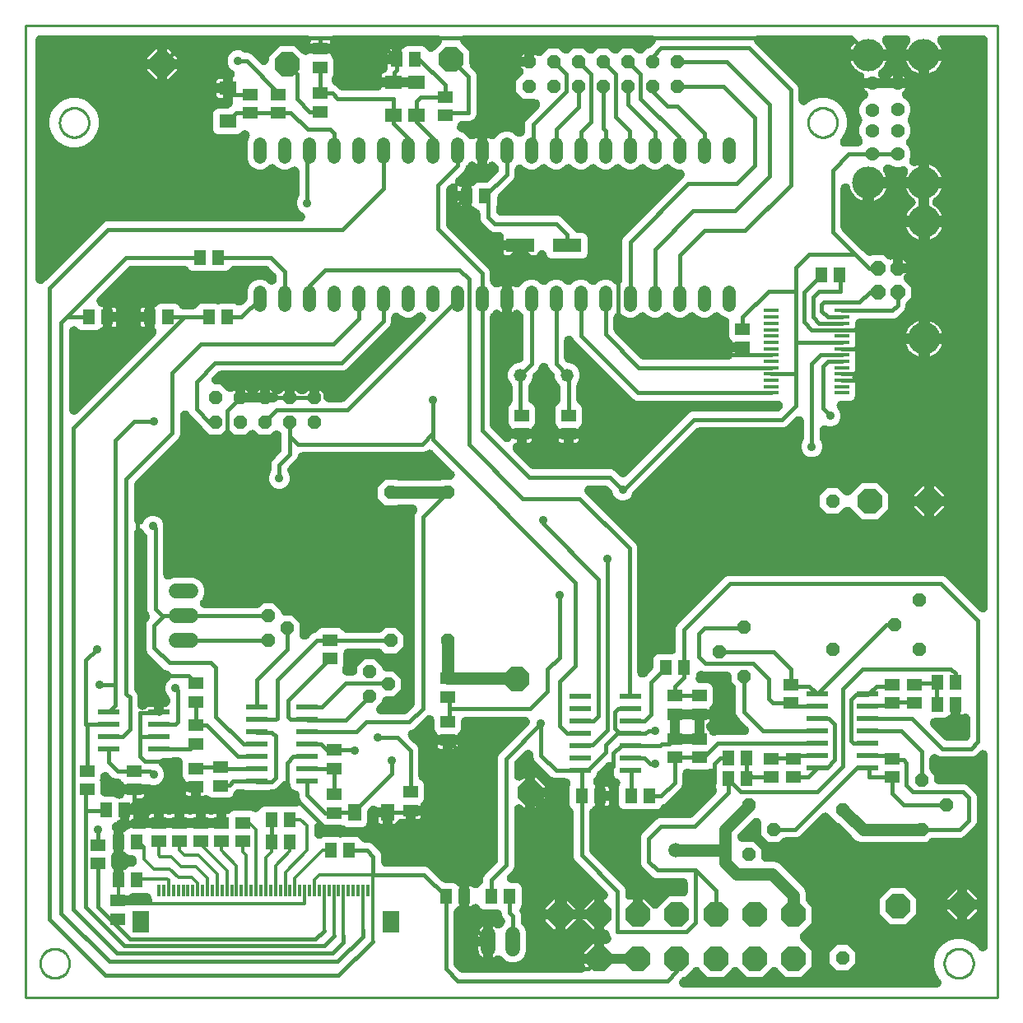
<source format=gbr>
G04 EAGLE Gerber RS-274X export*
G75*
%MOMM*%
%FSLAX34Y34*%
%LPD*%
%INBottom Copper*%
%IPPOS*%
%AMOC8*
5,1,8,0,0,1.08239X$1,22.5*%
G01*
%ADD10C,1.320800*%
%ADD11R,2.200000X0.600000*%
%ADD12R,1.300000X1.500000*%
%ADD13R,1.500000X1.300000*%
%ADD14P,2.749271X8X22.500000*%
%ADD15P,1.429621X8X202.500000*%
%ADD16P,1.429621X8X22.500000*%
%ADD17C,1.524000*%
%ADD18P,1.539592X8X292.500000*%
%ADD19P,1.539592X8X112.500000*%
%ADD20P,1.429621X8X292.500000*%
%ADD21R,1.400000X1.800000*%
%ADD22R,1.800000X1.400000*%
%ADD23P,1.539592X8X22.500000*%
%ADD24C,1.320800*%
%ADD25R,3.000000X1.400000*%
%ADD26R,1.500000X0.400000*%
%ADD27C,3.327400*%
%ADD28C,1.428000*%
%ADD29P,1.539592X8X202.500000*%
%ADD30C,1.508000*%
%ADD31R,0.300000X1.300000*%
%ADD32R,1.800000X2.200000*%
%ADD33P,1.578125X8X112.500000*%
%ADD34C,3.316000*%
%ADD35C,0.406400*%
%ADD36C,1.500000*%
%ADD37C,0.304800*%
%ADD38C,1.270000*%
%ADD39C,0.906400*%
%ADD40C,1.016000*%
%ADD41C,0.254000*%

G36*
X934693Y328925D02*
X934693Y328925D01*
X934776Y328925D01*
X935010Y328954D01*
X935246Y328976D01*
X935326Y328994D01*
X935408Y329004D01*
X935637Y329062D01*
X935868Y329113D01*
X935946Y329141D01*
X936025Y329161D01*
X936246Y329248D01*
X936469Y329327D01*
X936542Y329364D01*
X936618Y329394D01*
X936826Y329508D01*
X937037Y329615D01*
X937105Y329660D01*
X937177Y329700D01*
X937369Y329839D01*
X937565Y329971D01*
X937626Y330024D01*
X937694Y330073D01*
X937884Y330251D01*
X938058Y330403D01*
X939720Y332066D01*
X944156Y336501D01*
X944204Y336556D01*
X944257Y336606D01*
X944415Y336795D01*
X944577Y336979D01*
X944618Y337040D01*
X944665Y337096D01*
X944797Y337303D01*
X944935Y337506D01*
X944968Y337571D01*
X945008Y337633D01*
X945113Y337855D01*
X945225Y338074D01*
X945249Y338142D01*
X945281Y338208D01*
X945357Y338442D01*
X945441Y338673D01*
X945457Y338744D01*
X945480Y338814D01*
X945526Y339055D01*
X945580Y339295D01*
X945587Y339367D01*
X945601Y339439D01*
X945616Y339670D01*
X945641Y339929D01*
X945638Y340013D01*
X945643Y340093D01*
X945643Y347803D01*
X946571Y350044D01*
X948286Y351759D01*
X950527Y352687D01*
X964032Y352687D01*
X964187Y352696D01*
X964342Y352696D01*
X964504Y352716D01*
X964668Y352727D01*
X964820Y352756D01*
X964974Y352775D01*
X965133Y352815D01*
X965294Y352846D01*
X965441Y352894D01*
X965591Y352932D01*
X965744Y352992D01*
X965900Y353043D01*
X966040Y353108D01*
X966184Y353165D01*
X966328Y353244D01*
X966476Y353314D01*
X966607Y353396D01*
X966743Y353471D01*
X966876Y353567D01*
X967015Y353655D01*
X967134Y353753D01*
X967260Y353844D01*
X967379Y353956D01*
X967506Y354060D01*
X967612Y354173D01*
X967725Y354279D01*
X967830Y354405D01*
X967942Y354524D01*
X968034Y354650D01*
X968133Y354769D01*
X968221Y354907D01*
X968317Y355039D01*
X968392Y355175D01*
X968476Y355306D01*
X968546Y355454D01*
X968625Y355597D01*
X968682Y355741D01*
X968749Y355881D01*
X968800Y356037D01*
X968860Y356190D01*
X968899Y356340D01*
X968948Y356487D01*
X968979Y356648D01*
X969020Y356806D01*
X969039Y356960D01*
X969069Y357112D01*
X969079Y357271D01*
X969101Y357438D01*
X969101Y357607D01*
X969111Y357766D01*
X969111Y379925D01*
X970349Y382913D01*
X1019777Y432341D01*
X1022765Y433579D01*
X1243423Y433579D01*
X1246411Y432341D01*
X1249412Y429340D01*
X1281168Y397583D01*
X1281346Y397427D01*
X1281518Y397264D01*
X1281585Y397216D01*
X1281646Y397162D01*
X1281842Y397029D01*
X1282034Y396889D01*
X1282105Y396850D01*
X1282173Y396804D01*
X1282384Y396696D01*
X1282591Y396582D01*
X1282668Y396552D01*
X1282741Y396514D01*
X1282963Y396434D01*
X1283184Y396346D01*
X1283263Y396326D01*
X1283340Y396298D01*
X1283571Y396246D01*
X1283800Y396187D01*
X1283882Y396177D01*
X1283962Y396159D01*
X1284197Y396136D01*
X1284432Y396106D01*
X1284515Y396106D01*
X1284596Y396098D01*
X1284832Y396105D01*
X1285070Y396105D01*
X1285151Y396115D01*
X1285233Y396118D01*
X1285467Y396154D01*
X1285702Y396184D01*
X1285781Y396204D01*
X1285862Y396217D01*
X1286090Y396283D01*
X1286319Y396341D01*
X1286395Y396371D01*
X1286474Y396394D01*
X1286692Y396487D01*
X1286912Y396574D01*
X1286984Y396614D01*
X1287059Y396646D01*
X1287263Y396766D01*
X1287471Y396880D01*
X1287538Y396928D01*
X1287608Y396969D01*
X1287796Y397114D01*
X1287988Y397253D01*
X1288047Y397309D01*
X1288112Y397359D01*
X1288280Y397526D01*
X1288453Y397688D01*
X1288506Y397751D01*
X1288564Y397809D01*
X1288709Y397996D01*
X1288861Y398178D01*
X1288905Y398247D01*
X1288955Y398312D01*
X1289076Y398515D01*
X1289204Y398715D01*
X1289239Y398789D01*
X1289281Y398859D01*
X1289375Y399076D01*
X1289477Y399290D01*
X1289502Y399368D01*
X1289535Y399443D01*
X1289602Y399671D01*
X1289676Y399896D01*
X1289691Y399976D01*
X1289714Y400055D01*
X1289752Y400289D01*
X1289797Y400521D01*
X1289802Y400601D01*
X1289815Y400684D01*
X1289822Y400886D01*
X1289829Y400935D01*
X1289829Y401014D01*
X1289839Y401175D01*
X1289839Y984760D01*
X1289830Y984915D01*
X1289830Y985070D01*
X1289810Y985232D01*
X1289799Y985396D01*
X1289770Y985548D01*
X1289751Y985702D01*
X1289711Y985861D01*
X1289680Y986022D01*
X1289632Y986169D01*
X1289594Y986319D01*
X1289534Y986472D01*
X1289483Y986628D01*
X1289418Y986768D01*
X1289361Y986912D01*
X1289282Y987056D01*
X1289212Y987204D01*
X1289130Y987335D01*
X1289055Y987471D01*
X1288959Y987604D01*
X1288871Y987743D01*
X1288773Y987862D01*
X1288682Y987988D01*
X1288570Y988107D01*
X1288466Y988234D01*
X1288353Y988340D01*
X1288247Y988453D01*
X1288121Y988558D01*
X1288002Y988670D01*
X1287876Y988762D01*
X1287757Y988861D01*
X1287619Y988949D01*
X1287487Y989045D01*
X1287351Y989120D01*
X1287220Y989204D01*
X1287072Y989274D01*
X1286929Y989353D01*
X1286785Y989410D01*
X1286645Y989477D01*
X1286489Y989528D01*
X1286336Y989588D01*
X1286186Y989627D01*
X1286039Y989676D01*
X1285878Y989707D01*
X1285720Y989748D01*
X1285566Y989767D01*
X1285414Y989797D01*
X1285255Y989807D01*
X1285088Y989829D01*
X1284919Y989829D01*
X1284760Y989839D01*
X1242694Y989839D01*
X1242425Y989822D01*
X1242154Y989810D01*
X1242106Y989802D01*
X1242058Y989799D01*
X1241793Y989749D01*
X1241526Y989703D01*
X1241480Y989689D01*
X1241432Y989680D01*
X1241175Y989596D01*
X1240916Y989518D01*
X1240872Y989498D01*
X1240826Y989483D01*
X1240581Y989368D01*
X1240334Y989258D01*
X1240293Y989233D01*
X1240250Y989212D01*
X1240021Y989068D01*
X1239790Y988927D01*
X1239752Y988897D01*
X1239712Y988871D01*
X1239503Y988699D01*
X1239291Y988531D01*
X1239258Y988496D01*
X1239220Y988466D01*
X1239035Y988268D01*
X1238846Y988075D01*
X1238817Y988037D01*
X1238784Y988002D01*
X1238624Y987783D01*
X1238461Y987567D01*
X1238437Y987525D01*
X1238409Y987487D01*
X1238278Y987250D01*
X1238143Y987015D01*
X1238124Y986971D01*
X1238101Y986929D01*
X1238001Y986677D01*
X1237896Y986428D01*
X1237884Y986381D01*
X1237866Y986336D01*
X1237798Y986074D01*
X1237725Y985814D01*
X1237718Y985766D01*
X1237706Y985720D01*
X1237672Y985449D01*
X1237633Y985184D01*
X1237632Y985136D01*
X1237625Y985088D01*
X1237625Y984816D01*
X1237619Y984547D01*
X1237624Y984499D01*
X1237624Y984450D01*
X1237658Y984181D01*
X1237686Y983913D01*
X1237697Y983866D01*
X1237703Y983818D01*
X1237770Y983555D01*
X1237832Y983293D01*
X1237848Y983247D01*
X1237860Y983201D01*
X1237959Y982949D01*
X1238053Y982695D01*
X1238076Y982653D01*
X1238093Y982608D01*
X1238224Y982369D01*
X1238348Y982131D01*
X1238375Y982092D01*
X1238399Y982049D01*
X1238580Y981798D01*
X1238723Y981593D01*
X1239691Y980379D01*
X1240837Y978555D01*
X1241772Y976615D01*
X1242322Y975042D01*
X1224725Y975042D01*
X1224570Y975032D01*
X1224415Y975032D01*
X1224252Y975012D01*
X1224089Y975002D01*
X1224029Y974990D01*
X1223981Y975000D01*
X1223822Y975010D01*
X1223655Y975031D01*
X1223486Y975032D01*
X1223327Y975042D01*
X1205730Y975042D01*
X1206280Y976615D01*
X1207215Y978555D01*
X1208361Y980379D01*
X1209329Y981593D01*
X1209484Y981815D01*
X1209643Y982034D01*
X1209667Y982076D01*
X1209694Y982115D01*
X1209820Y982354D01*
X1209951Y982591D01*
X1209969Y982636D01*
X1209991Y982679D01*
X1210086Y982932D01*
X1210186Y983184D01*
X1210198Y983230D01*
X1210215Y983275D01*
X1210278Y983538D01*
X1210346Y983800D01*
X1210352Y983848D01*
X1210363Y983895D01*
X1210392Y984164D01*
X1210427Y984432D01*
X1210427Y984481D01*
X1210432Y984528D01*
X1210427Y984798D01*
X1210428Y985070D01*
X1210422Y985117D01*
X1210421Y985165D01*
X1210383Y985432D01*
X1210349Y985702D01*
X1210337Y985749D01*
X1210330Y985796D01*
X1210259Y986057D01*
X1210192Y986319D01*
X1210174Y986364D01*
X1210161Y986410D01*
X1210058Y986660D01*
X1209959Y986912D01*
X1209935Y986955D01*
X1209917Y986999D01*
X1209784Y987232D01*
X1209653Y987471D01*
X1209625Y987510D01*
X1209601Y987552D01*
X1209439Y987768D01*
X1209280Y987988D01*
X1209247Y988023D01*
X1209218Y988061D01*
X1209029Y988256D01*
X1208845Y988453D01*
X1208808Y988484D01*
X1208774Y988519D01*
X1208563Y988688D01*
X1208355Y988861D01*
X1208314Y988887D01*
X1208277Y988917D01*
X1208046Y989058D01*
X1207818Y989204D01*
X1207775Y989224D01*
X1207734Y989249D01*
X1207488Y989360D01*
X1207242Y989477D01*
X1207196Y989492D01*
X1207153Y989512D01*
X1206895Y989591D01*
X1206637Y989676D01*
X1206590Y989685D01*
X1206544Y989699D01*
X1206277Y989745D01*
X1206012Y989797D01*
X1205964Y989800D01*
X1205916Y989808D01*
X1205608Y989823D01*
X1205358Y989839D01*
X1186001Y989839D01*
X1185731Y989822D01*
X1185460Y989810D01*
X1185413Y989802D01*
X1185365Y989799D01*
X1185100Y989749D01*
X1184832Y989703D01*
X1184786Y989689D01*
X1184739Y989680D01*
X1184481Y989596D01*
X1184223Y989518D01*
X1184179Y989498D01*
X1184133Y989483D01*
X1183888Y989368D01*
X1183641Y989258D01*
X1183600Y989233D01*
X1183556Y989212D01*
X1183328Y989068D01*
X1183097Y988927D01*
X1183059Y988897D01*
X1183018Y988871D01*
X1182810Y988699D01*
X1182598Y988531D01*
X1182564Y988496D01*
X1182527Y988466D01*
X1182342Y988269D01*
X1182152Y988075D01*
X1182123Y988037D01*
X1182090Y988002D01*
X1181931Y987783D01*
X1181768Y987567D01*
X1181744Y987525D01*
X1181715Y987487D01*
X1181585Y987250D01*
X1181450Y987015D01*
X1181431Y986971D01*
X1181408Y986929D01*
X1181308Y986677D01*
X1181203Y986428D01*
X1181190Y986381D01*
X1181172Y986336D01*
X1181104Y986074D01*
X1181032Y985814D01*
X1181025Y985766D01*
X1181013Y985720D01*
X1180978Y985449D01*
X1180939Y985184D01*
X1180938Y985136D01*
X1180932Y985088D01*
X1180932Y984816D01*
X1180926Y984547D01*
X1180931Y984499D01*
X1180931Y984450D01*
X1180964Y984181D01*
X1180993Y983913D01*
X1181004Y983866D01*
X1181010Y983818D01*
X1181077Y983555D01*
X1181138Y983293D01*
X1181155Y983247D01*
X1181167Y983201D01*
X1181266Y982949D01*
X1181360Y982695D01*
X1181382Y982653D01*
X1181400Y982608D01*
X1181530Y982370D01*
X1181655Y982131D01*
X1181682Y982092D01*
X1181706Y982049D01*
X1181887Y981798D01*
X1182030Y981593D01*
X1182795Y980633D01*
X1183941Y978809D01*
X1184876Y976869D01*
X1185426Y975296D01*
X1167829Y975296D01*
X1167674Y975286D01*
X1167519Y975286D01*
X1167356Y975266D01*
X1167193Y975256D01*
X1167133Y975244D01*
X1167085Y975254D01*
X1166926Y975264D01*
X1166759Y975285D01*
X1166590Y975286D01*
X1166431Y975296D01*
X1148834Y975296D01*
X1149384Y976869D01*
X1150319Y978809D01*
X1151465Y980633D01*
X1152230Y981593D01*
X1152385Y981815D01*
X1152545Y982034D01*
X1152568Y982076D01*
X1152596Y982115D01*
X1152722Y982354D01*
X1152852Y982591D01*
X1152870Y982636D01*
X1152893Y982679D01*
X1152988Y982932D01*
X1153088Y983184D01*
X1153100Y983230D01*
X1153117Y983275D01*
X1153179Y983538D01*
X1153247Y983800D01*
X1153253Y983848D01*
X1153264Y983895D01*
X1153294Y984164D01*
X1153328Y984432D01*
X1153328Y984481D01*
X1153333Y984528D01*
X1153329Y984798D01*
X1153329Y985070D01*
X1153323Y985117D01*
X1153322Y985165D01*
X1153284Y985432D01*
X1153250Y985702D01*
X1153239Y985749D01*
X1153232Y985796D01*
X1153160Y986057D01*
X1153093Y986319D01*
X1153076Y986364D01*
X1153063Y986410D01*
X1152959Y986660D01*
X1152860Y986912D01*
X1152837Y986954D01*
X1152818Y986999D01*
X1152684Y987234D01*
X1152554Y987471D01*
X1152526Y987510D01*
X1152502Y987552D01*
X1152340Y987768D01*
X1152181Y987988D01*
X1152148Y988023D01*
X1152119Y988061D01*
X1151931Y988256D01*
X1151746Y988453D01*
X1151709Y988484D01*
X1151676Y988519D01*
X1151464Y988688D01*
X1151256Y988861D01*
X1151216Y988887D01*
X1151178Y988917D01*
X1150948Y989058D01*
X1150720Y989204D01*
X1150676Y989224D01*
X1150635Y989249D01*
X1150389Y989361D01*
X1150144Y989477D01*
X1150098Y989492D01*
X1150054Y989512D01*
X1149796Y989591D01*
X1149539Y989676D01*
X1149491Y989685D01*
X1149445Y989699D01*
X1149179Y989745D01*
X1148913Y989797D01*
X1148866Y989800D01*
X1148818Y989808D01*
X1148509Y989823D01*
X1148259Y989839D01*
X1054489Y989839D01*
X1054252Y989824D01*
X1054016Y989817D01*
X1053935Y989804D01*
X1053853Y989799D01*
X1053620Y989755D01*
X1053386Y989718D01*
X1053308Y989695D01*
X1053227Y989680D01*
X1053002Y989607D01*
X1052774Y989541D01*
X1052699Y989509D01*
X1052621Y989483D01*
X1052407Y989383D01*
X1052189Y989289D01*
X1052119Y989247D01*
X1052044Y989212D01*
X1051844Y989086D01*
X1051640Y988965D01*
X1051576Y988915D01*
X1051506Y988871D01*
X1051323Y988720D01*
X1051136Y988576D01*
X1051078Y988518D01*
X1051015Y988466D01*
X1050853Y988293D01*
X1050685Y988126D01*
X1050635Y988061D01*
X1050578Y988002D01*
X1050439Y987810D01*
X1050294Y987623D01*
X1050252Y987553D01*
X1050203Y987487D01*
X1050089Y987279D01*
X1049968Y987076D01*
X1049935Y987000D01*
X1049896Y986929D01*
X1049808Y986708D01*
X1049714Y986491D01*
X1049691Y986413D01*
X1049660Y986336D01*
X1049601Y986107D01*
X1049535Y985880D01*
X1049522Y985799D01*
X1049501Y985720D01*
X1049471Y985484D01*
X1049433Y985251D01*
X1049431Y985169D01*
X1049420Y985088D01*
X1049420Y984850D01*
X1049412Y984614D01*
X1049419Y984532D01*
X1049419Y984450D01*
X1049448Y984215D01*
X1049470Y983980D01*
X1049488Y983900D01*
X1049498Y983818D01*
X1049556Y983588D01*
X1049607Y983357D01*
X1049635Y983280D01*
X1049655Y983201D01*
X1049742Y982980D01*
X1049821Y982757D01*
X1049858Y982684D01*
X1049888Y982608D01*
X1050002Y982400D01*
X1050109Y982189D01*
X1050154Y982121D01*
X1050194Y982049D01*
X1050333Y981857D01*
X1050465Y981661D01*
X1050518Y981600D01*
X1050567Y981532D01*
X1050744Y981342D01*
X1050897Y981168D01*
X1051546Y980520D01*
X1094011Y938055D01*
X1095249Y935067D01*
X1095249Y923094D01*
X1095264Y922858D01*
X1095271Y922621D01*
X1095284Y922540D01*
X1095289Y922458D01*
X1095333Y922225D01*
X1095370Y921991D01*
X1095393Y921913D01*
X1095408Y921832D01*
X1095481Y921607D01*
X1095547Y921379D01*
X1095579Y921304D01*
X1095605Y921226D01*
X1095705Y921012D01*
X1095799Y920794D01*
X1095841Y920724D01*
X1095876Y920649D01*
X1096002Y920449D01*
X1096123Y920245D01*
X1096173Y920181D01*
X1096217Y920111D01*
X1096368Y919928D01*
X1096512Y919741D01*
X1096570Y919683D01*
X1096622Y919620D01*
X1096795Y919458D01*
X1096962Y919290D01*
X1097027Y919240D01*
X1097086Y919183D01*
X1097278Y919044D01*
X1097465Y918898D01*
X1097535Y918857D01*
X1097601Y918808D01*
X1097809Y918694D01*
X1098012Y918573D01*
X1098088Y918540D01*
X1098159Y918501D01*
X1098379Y918413D01*
X1098597Y918319D01*
X1098675Y918296D01*
X1098752Y918265D01*
X1098980Y918206D01*
X1099208Y918140D01*
X1099289Y918126D01*
X1099368Y918106D01*
X1099603Y918076D01*
X1099837Y918038D01*
X1099919Y918036D01*
X1100000Y918025D01*
X1100237Y918025D01*
X1100474Y918017D01*
X1100555Y918024D01*
X1100638Y918024D01*
X1100873Y918053D01*
X1101108Y918075D01*
X1101188Y918092D01*
X1101270Y918103D01*
X1101500Y918161D01*
X1101730Y918212D01*
X1101808Y918240D01*
X1101887Y918260D01*
X1102108Y918347D01*
X1102331Y918426D01*
X1102404Y918463D01*
X1102480Y918493D01*
X1102689Y918607D01*
X1102899Y918713D01*
X1102967Y918759D01*
X1103039Y918799D01*
X1103231Y918937D01*
X1103427Y919070D01*
X1103488Y919123D01*
X1103556Y919172D01*
X1103745Y919349D01*
X1103920Y919502D01*
X1104551Y920134D01*
X1110288Y923446D01*
X1116688Y925161D01*
X1123312Y925161D01*
X1129712Y923446D01*
X1135449Y920134D01*
X1140134Y915449D01*
X1143446Y909712D01*
X1145161Y903312D01*
X1145161Y896688D01*
X1143446Y890288D01*
X1140134Y884551D01*
X1139227Y883645D01*
X1139044Y883437D01*
X1138857Y883231D01*
X1138833Y883197D01*
X1138806Y883167D01*
X1138650Y882937D01*
X1138490Y882710D01*
X1138471Y882674D01*
X1138448Y882640D01*
X1138321Y882392D01*
X1138191Y882147D01*
X1138177Y882109D01*
X1138158Y882072D01*
X1138064Y881811D01*
X1137966Y881551D01*
X1137956Y881511D01*
X1137942Y881473D01*
X1137881Y881202D01*
X1137816Y880932D01*
X1137812Y880891D01*
X1137803Y880851D01*
X1137776Y880575D01*
X1137745Y880299D01*
X1137746Y880258D01*
X1137742Y880217D01*
X1137751Y879940D01*
X1137755Y879662D01*
X1137760Y879621D01*
X1137762Y879580D01*
X1137805Y879306D01*
X1137843Y879031D01*
X1137854Y878991D01*
X1137861Y878951D01*
X1137938Y878683D01*
X1138011Y878416D01*
X1138026Y878378D01*
X1138038Y878339D01*
X1138148Y878083D01*
X1138253Y877827D01*
X1138274Y877791D01*
X1138290Y877754D01*
X1138431Y877513D01*
X1138568Y877273D01*
X1138592Y877240D01*
X1138613Y877205D01*
X1138784Y876984D01*
X1138950Y876762D01*
X1138978Y876733D01*
X1139003Y876701D01*
X1139199Y876504D01*
X1139392Y876304D01*
X1139424Y876278D01*
X1139453Y876249D01*
X1139672Y876078D01*
X1139888Y875904D01*
X1139923Y875883D01*
X1139955Y875858D01*
X1140195Y875716D01*
X1140431Y875570D01*
X1140468Y875553D01*
X1140503Y875532D01*
X1140758Y875422D01*
X1141011Y875306D01*
X1141050Y875294D01*
X1141087Y875278D01*
X1141353Y875200D01*
X1141619Y875117D01*
X1141660Y875110D01*
X1141699Y875099D01*
X1141972Y875055D01*
X1142246Y875006D01*
X1142287Y875004D01*
X1142328Y874998D01*
X1142605Y874988D01*
X1142883Y874974D01*
X1142924Y874977D01*
X1142965Y874976D01*
X1143242Y875001D01*
X1143518Y875022D01*
X1143558Y875030D01*
X1143599Y875034D01*
X1143870Y875094D01*
X1144142Y875149D01*
X1144181Y875162D01*
X1144221Y875171D01*
X1144524Y875279D01*
X1144763Y875360D01*
X1145193Y875539D01*
X1156213Y875539D01*
X1156449Y875554D01*
X1156686Y875561D01*
X1156768Y875574D01*
X1156849Y875579D01*
X1157082Y875623D01*
X1157316Y875660D01*
X1157395Y875683D01*
X1157475Y875698D01*
X1157700Y875771D01*
X1157928Y875837D01*
X1158003Y875869D01*
X1158081Y875895D01*
X1158296Y875995D01*
X1158513Y876089D01*
X1158583Y876131D01*
X1158658Y876166D01*
X1158858Y876292D01*
X1159062Y876413D01*
X1159127Y876463D01*
X1159196Y876507D01*
X1159379Y876658D01*
X1159566Y876802D01*
X1159624Y876860D01*
X1159687Y876912D01*
X1159849Y877085D01*
X1160017Y877252D01*
X1160068Y877317D01*
X1160124Y877376D01*
X1160263Y877568D01*
X1160409Y877755D01*
X1160450Y877825D01*
X1160499Y877891D01*
X1160613Y878099D01*
X1160734Y878302D01*
X1160767Y878378D01*
X1160806Y878449D01*
X1160894Y878669D01*
X1160988Y878887D01*
X1161011Y878965D01*
X1161042Y879042D01*
X1161101Y879271D01*
X1161168Y879498D01*
X1161181Y879579D01*
X1161201Y879658D01*
X1161231Y879893D01*
X1161269Y880127D01*
X1161272Y880209D01*
X1161282Y880290D01*
X1161282Y880528D01*
X1161290Y880764D01*
X1161283Y880845D01*
X1161283Y880928D01*
X1161254Y881163D01*
X1161232Y881398D01*
X1161215Y881478D01*
X1161205Y881560D01*
X1161146Y881789D01*
X1161095Y882021D01*
X1161068Y882098D01*
X1161047Y882177D01*
X1160961Y882397D01*
X1160881Y882621D01*
X1160844Y882694D01*
X1160814Y882770D01*
X1160700Y882978D01*
X1160594Y883189D01*
X1160548Y883257D01*
X1160508Y883329D01*
X1160370Y883521D01*
X1160237Y883717D01*
X1160184Y883778D01*
X1160135Y883846D01*
X1159958Y884036D01*
X1159805Y884210D01*
X1159718Y884296D01*
X1157703Y889161D01*
X1157703Y894427D01*
X1159837Y899579D01*
X1159857Y899612D01*
X1159949Y899748D01*
X1160020Y899886D01*
X1160099Y900019D01*
X1160164Y900170D01*
X1160239Y900315D01*
X1160291Y900461D01*
X1160353Y900604D01*
X1160399Y900761D01*
X1160455Y900915D01*
X1160489Y901066D01*
X1160533Y901215D01*
X1160559Y901377D01*
X1160594Y901536D01*
X1160609Y901691D01*
X1160634Y901844D01*
X1160639Y902008D01*
X1160655Y902171D01*
X1160650Y902326D01*
X1160655Y902481D01*
X1160640Y902644D01*
X1160636Y902807D01*
X1160611Y902961D01*
X1160597Y903115D01*
X1160562Y903275D01*
X1160537Y903437D01*
X1160493Y903586D01*
X1160460Y903737D01*
X1160405Y903891D01*
X1160360Y904049D01*
X1160298Y904192D01*
X1160246Y904338D01*
X1160172Y904484D01*
X1160107Y904634D01*
X1160029Y904768D01*
X1159959Y904906D01*
X1159867Y905042D01*
X1159835Y905096D01*
X1157703Y910243D01*
X1157703Y915509D01*
X1159718Y920374D01*
X1163442Y924098D01*
X1163559Y924146D01*
X1163807Y924267D01*
X1164057Y924385D01*
X1164093Y924407D01*
X1164131Y924426D01*
X1164362Y924578D01*
X1164595Y924725D01*
X1164628Y924752D01*
X1164664Y924776D01*
X1164873Y924955D01*
X1165087Y925131D01*
X1165116Y925162D01*
X1165148Y925189D01*
X1165334Y925393D01*
X1165523Y925594D01*
X1165549Y925629D01*
X1165577Y925660D01*
X1165736Y925886D01*
X1165899Y926109D01*
X1165919Y926147D01*
X1165944Y926182D01*
X1166073Y926425D01*
X1166207Y926667D01*
X1166223Y926707D01*
X1166243Y926744D01*
X1166340Y927002D01*
X1166443Y927259D01*
X1166453Y927300D01*
X1166468Y927340D01*
X1166533Y927608D01*
X1166602Y927876D01*
X1166608Y927918D01*
X1166618Y927960D01*
X1166648Y928233D01*
X1166684Y928508D01*
X1166684Y928551D01*
X1166688Y928593D01*
X1166684Y928868D01*
X1166685Y929145D01*
X1166680Y929187D01*
X1166679Y929230D01*
X1166641Y929503D01*
X1166607Y929777D01*
X1166596Y929818D01*
X1166590Y929861D01*
X1166518Y930127D01*
X1166450Y930395D01*
X1166435Y930434D01*
X1166423Y930476D01*
X1166319Y930730D01*
X1166217Y930988D01*
X1166197Y931025D01*
X1166181Y931065D01*
X1166045Y931304D01*
X1165912Y931547D01*
X1165887Y931582D01*
X1165866Y931619D01*
X1165700Y931840D01*
X1165539Y932064D01*
X1165510Y932095D01*
X1165485Y932129D01*
X1165293Y932328D01*
X1165105Y932529D01*
X1165072Y932556D01*
X1165042Y932587D01*
X1164793Y932788D01*
X1164653Y932904D01*
X1163556Y934001D01*
X1162664Y935229D01*
X1170940Y935229D01*
X1197102Y935229D01*
X1205378Y935229D01*
X1204486Y934001D01*
X1203287Y932802D01*
X1203236Y932762D01*
X1203206Y932731D01*
X1203174Y932704D01*
X1202984Y932503D01*
X1202792Y932305D01*
X1202766Y932271D01*
X1202737Y932240D01*
X1202575Y932017D01*
X1202409Y931796D01*
X1202388Y931759D01*
X1202363Y931724D01*
X1202229Y931483D01*
X1202092Y931243D01*
X1202076Y931204D01*
X1202055Y931166D01*
X1201953Y930910D01*
X1201847Y930655D01*
X1201836Y930614D01*
X1201820Y930574D01*
X1201752Y930307D01*
X1201678Y930040D01*
X1201672Y929998D01*
X1201661Y929957D01*
X1201626Y929684D01*
X1201587Y929410D01*
X1201586Y929367D01*
X1201581Y929325D01*
X1201580Y929049D01*
X1201575Y928773D01*
X1201580Y928730D01*
X1201580Y928688D01*
X1201614Y928414D01*
X1201644Y928139D01*
X1201654Y928098D01*
X1201659Y928056D01*
X1201727Y927788D01*
X1201791Y927519D01*
X1201806Y927480D01*
X1201816Y927438D01*
X1201918Y927182D01*
X1202015Y926923D01*
X1202034Y926885D01*
X1202050Y926846D01*
X1202183Y926603D01*
X1202311Y926359D01*
X1202335Y926324D01*
X1202356Y926287D01*
X1202518Y926063D01*
X1202676Y925836D01*
X1202705Y925805D01*
X1202729Y925771D01*
X1202918Y925569D01*
X1203103Y925364D01*
X1203136Y925336D01*
X1203165Y925305D01*
X1203376Y925129D01*
X1203587Y924949D01*
X1203622Y924925D01*
X1203655Y924898D01*
X1203887Y924750D01*
X1204118Y924597D01*
X1204155Y924579D01*
X1204192Y924555D01*
X1204480Y924419D01*
X1204584Y924368D01*
X1208324Y920628D01*
X1210339Y915763D01*
X1210339Y910497D01*
X1208264Y905487D01*
X1208237Y905447D01*
X1208141Y905325D01*
X1208058Y905184D01*
X1207966Y905049D01*
X1207895Y904911D01*
X1207816Y904777D01*
X1207751Y904627D01*
X1207676Y904481D01*
X1207623Y904335D01*
X1207562Y904193D01*
X1207515Y904036D01*
X1207460Y903882D01*
X1207426Y903731D01*
X1207382Y903582D01*
X1207356Y903420D01*
X1207321Y903260D01*
X1207306Y903106D01*
X1207281Y902953D01*
X1207276Y902789D01*
X1207260Y902626D01*
X1207265Y902471D01*
X1207260Y902316D01*
X1207275Y902153D01*
X1207280Y901989D01*
X1207304Y901836D01*
X1207318Y901681D01*
X1207353Y901522D01*
X1207379Y901360D01*
X1207422Y901211D01*
X1207455Y901059D01*
X1207510Y900905D01*
X1207556Y900748D01*
X1207617Y900605D01*
X1207669Y900459D01*
X1207743Y900313D01*
X1207808Y900163D01*
X1207887Y900029D01*
X1207956Y899891D01*
X1208048Y899755D01*
X1208131Y899614D01*
X1208226Y899491D01*
X1208265Y899433D01*
X1210339Y894427D01*
X1210339Y889161D01*
X1208324Y884296D01*
X1207221Y883194D01*
X1207119Y883077D01*
X1207009Y882968D01*
X1206908Y882839D01*
X1206800Y882716D01*
X1206713Y882588D01*
X1206617Y882465D01*
X1206534Y882324D01*
X1206442Y882189D01*
X1206371Y882051D01*
X1206292Y881918D01*
X1206227Y881767D01*
X1206152Y881621D01*
X1206100Y881475D01*
X1206038Y881333D01*
X1205992Y881176D01*
X1205936Y881022D01*
X1205902Y880871D01*
X1205858Y880722D01*
X1205832Y880560D01*
X1205797Y880400D01*
X1205782Y880246D01*
X1205757Y880093D01*
X1205752Y879929D01*
X1205736Y879766D01*
X1205741Y879611D01*
X1205736Y879456D01*
X1205751Y879293D01*
X1205756Y879129D01*
X1205780Y878976D01*
X1205794Y878822D01*
X1205829Y878662D01*
X1205855Y878500D01*
X1205898Y878351D01*
X1205931Y878200D01*
X1205986Y878045D01*
X1206032Y877888D01*
X1206093Y877745D01*
X1206145Y877599D01*
X1206219Y877453D01*
X1206284Y877303D01*
X1206362Y877169D01*
X1206432Y877031D01*
X1206524Y876895D01*
X1206607Y876754D01*
X1206702Y876631D01*
X1206789Y876503D01*
X1206894Y876383D01*
X1206997Y876250D01*
X1207116Y876130D01*
X1207221Y876010D01*
X1208324Y874908D01*
X1210339Y870043D01*
X1210339Y864777D01*
X1209282Y862227D01*
X1209263Y862169D01*
X1209237Y862114D01*
X1209159Y861868D01*
X1209076Y861624D01*
X1209064Y861564D01*
X1209045Y861507D01*
X1208999Y861253D01*
X1208947Y861000D01*
X1208942Y860939D01*
X1208931Y860880D01*
X1208917Y860622D01*
X1208896Y860365D01*
X1208899Y860304D01*
X1208896Y860244D01*
X1208914Y859987D01*
X1208926Y859728D01*
X1208936Y859668D01*
X1208941Y859608D01*
X1208991Y859355D01*
X1209035Y859101D01*
X1209053Y859043D01*
X1209065Y858983D01*
X1209146Y858738D01*
X1209222Y858492D01*
X1209247Y858436D01*
X1209266Y858379D01*
X1209378Y858146D01*
X1209484Y857911D01*
X1209515Y857859D01*
X1209542Y857804D01*
X1209681Y857588D01*
X1209816Y857367D01*
X1209854Y857320D01*
X1209887Y857269D01*
X1210053Y857071D01*
X1210214Y856869D01*
X1210257Y856827D01*
X1210296Y856780D01*
X1210486Y856605D01*
X1210671Y856425D01*
X1210719Y856389D01*
X1210764Y856347D01*
X1210974Y856197D01*
X1211180Y856042D01*
X1211232Y856012D01*
X1211282Y855976D01*
X1211509Y855853D01*
X1211733Y855725D01*
X1211788Y855702D01*
X1211842Y855673D01*
X1212083Y855580D01*
X1212321Y855481D01*
X1212379Y855464D01*
X1212436Y855442D01*
X1212686Y855380D01*
X1212935Y855311D01*
X1212995Y855303D01*
X1213054Y855288D01*
X1213311Y855257D01*
X1213566Y855220D01*
X1213626Y855219D01*
X1213687Y855212D01*
X1213944Y855213D01*
X1214203Y855209D01*
X1214263Y855215D01*
X1214324Y855216D01*
X1214579Y855249D01*
X1214836Y855277D01*
X1214895Y855291D01*
X1214955Y855299D01*
X1215205Y855365D01*
X1215456Y855424D01*
X1215513Y855446D01*
X1215572Y855461D01*
X1215794Y855551D01*
X1216053Y855648D01*
X1216115Y855681D01*
X1216179Y855707D01*
X1216676Y855946D01*
X1218248Y856496D01*
X1218248Y843978D01*
X1205730Y843978D01*
X1206280Y845551D01*
X1207325Y847720D01*
X1207348Y847776D01*
X1207376Y847830D01*
X1207468Y848071D01*
X1207565Y848310D01*
X1207580Y848369D01*
X1207602Y848425D01*
X1207663Y848677D01*
X1207729Y848926D01*
X1207737Y848986D01*
X1207751Y849045D01*
X1207780Y849302D01*
X1207815Y849557D01*
X1207815Y849618D01*
X1207822Y849678D01*
X1207818Y849936D01*
X1207821Y850194D01*
X1207814Y850255D01*
X1207813Y850315D01*
X1207777Y850571D01*
X1207747Y850827D01*
X1207733Y850886D01*
X1207724Y850946D01*
X1207656Y851196D01*
X1207595Y851446D01*
X1207573Y851502D01*
X1207557Y851561D01*
X1207459Y851800D01*
X1207366Y852040D01*
X1207337Y852094D01*
X1207314Y852150D01*
X1207187Y852374D01*
X1207065Y852602D01*
X1207029Y852651D01*
X1207000Y852704D01*
X1206845Y852911D01*
X1206695Y853121D01*
X1206654Y853166D01*
X1206618Y853214D01*
X1206439Y853400D01*
X1206264Y853590D01*
X1206218Y853629D01*
X1206176Y853673D01*
X1205975Y853834D01*
X1205778Y854001D01*
X1205727Y854034D01*
X1205679Y854072D01*
X1205460Y854208D01*
X1205243Y854348D01*
X1205189Y854375D01*
X1205137Y854407D01*
X1204902Y854514D01*
X1204670Y854626D01*
X1204612Y854645D01*
X1204557Y854670D01*
X1204311Y854747D01*
X1204066Y854829D01*
X1204006Y854841D01*
X1203949Y854859D01*
X1203694Y854904D01*
X1203441Y854956D01*
X1203381Y854960D01*
X1203321Y854971D01*
X1203064Y854984D01*
X1202806Y855003D01*
X1202745Y855000D01*
X1202685Y855003D01*
X1202428Y854983D01*
X1202170Y854970D01*
X1202110Y854959D01*
X1202050Y854955D01*
X1201797Y854903D01*
X1201543Y854858D01*
X1201485Y854840D01*
X1201425Y854828D01*
X1201198Y854750D01*
X1200934Y854668D01*
X1200870Y854639D01*
X1200805Y854616D01*
X1199735Y854173D01*
X1194469Y854173D01*
X1189068Y856410D01*
X1189043Y856419D01*
X1189019Y856430D01*
X1188743Y856522D01*
X1188466Y856617D01*
X1188440Y856622D01*
X1188414Y856630D01*
X1188129Y856687D01*
X1187842Y856746D01*
X1187815Y856748D01*
X1187789Y856753D01*
X1187499Y856773D01*
X1187207Y856796D01*
X1187180Y856795D01*
X1187153Y856797D01*
X1186864Y856780D01*
X1186570Y856767D01*
X1186544Y856762D01*
X1186517Y856760D01*
X1186231Y856707D01*
X1185943Y856657D01*
X1185917Y856650D01*
X1185891Y856645D01*
X1185613Y856556D01*
X1185333Y856471D01*
X1185309Y856460D01*
X1185284Y856451D01*
X1185019Y856329D01*
X1184752Y856209D01*
X1184730Y856195D01*
X1184705Y856184D01*
X1184457Y856028D01*
X1184209Y855877D01*
X1184188Y855860D01*
X1184165Y855846D01*
X1183937Y855660D01*
X1183711Y855479D01*
X1183693Y855460D01*
X1183672Y855443D01*
X1183469Y855230D01*
X1183267Y855022D01*
X1183251Y855001D01*
X1183233Y854981D01*
X1183059Y854745D01*
X1182884Y854513D01*
X1182871Y854490D01*
X1182855Y854468D01*
X1182712Y854213D01*
X1182567Y853960D01*
X1182557Y853935D01*
X1182544Y853912D01*
X1182435Y853641D01*
X1182322Y853372D01*
X1182315Y853346D01*
X1182305Y853321D01*
X1182231Y853039D01*
X1182153Y852758D01*
X1182149Y852731D01*
X1182142Y852705D01*
X1182104Y852415D01*
X1182062Y852127D01*
X1182062Y852100D01*
X1182058Y852074D01*
X1182056Y851782D01*
X1182051Y851490D01*
X1182053Y851463D01*
X1182053Y851437D01*
X1182088Y851147D01*
X1182119Y850857D01*
X1182125Y850831D01*
X1182128Y850804D01*
X1182199Y850520D01*
X1182266Y850237D01*
X1182276Y850211D01*
X1182282Y850186D01*
X1182387Y849914D01*
X1182490Y849640D01*
X1182502Y849616D01*
X1182512Y849591D01*
X1182631Y849372D01*
X1182786Y849076D01*
X1182807Y849046D01*
X1182824Y849015D01*
X1183941Y847237D01*
X1184876Y845297D01*
X1185426Y843724D01*
X1167829Y843724D01*
X1167674Y843714D01*
X1167519Y843714D01*
X1167356Y843694D01*
X1167193Y843684D01*
X1167041Y843655D01*
X1166887Y843636D01*
X1166728Y843595D01*
X1166567Y843565D01*
X1166420Y843517D01*
X1166269Y843479D01*
X1166117Y843419D01*
X1165961Y843368D01*
X1165821Y843302D01*
X1165677Y843245D01*
X1165532Y843167D01*
X1165384Y843097D01*
X1165254Y843014D01*
X1165118Y842940D01*
X1164985Y842844D01*
X1164846Y842756D01*
X1164727Y842657D01*
X1164601Y842566D01*
X1164481Y842455D01*
X1164355Y842350D01*
X1164249Y842237D01*
X1164136Y842132D01*
X1164031Y842005D01*
X1163918Y841886D01*
X1163827Y841761D01*
X1163728Y841642D01*
X1163640Y841504D01*
X1163610Y841463D01*
X1163587Y841446D01*
X1163449Y841359D01*
X1163329Y841260D01*
X1163204Y841169D01*
X1163084Y841057D01*
X1162958Y840953D01*
X1162851Y840840D01*
X1162738Y840734D01*
X1162633Y840608D01*
X1162521Y840489D01*
X1162430Y840364D01*
X1162331Y840245D01*
X1162243Y840106D01*
X1162146Y839974D01*
X1162071Y839838D01*
X1161988Y839708D01*
X1161918Y839559D01*
X1161838Y839416D01*
X1161781Y839272D01*
X1161715Y839132D01*
X1161664Y838976D01*
X1161603Y838824D01*
X1161564Y838674D01*
X1161516Y838527D01*
X1161485Y838366D01*
X1161444Y838207D01*
X1161424Y838053D01*
X1161394Y837901D01*
X1161384Y837742D01*
X1161363Y837575D01*
X1161362Y837406D01*
X1161352Y837247D01*
X1161352Y819650D01*
X1159779Y820200D01*
X1157839Y821135D01*
X1156015Y822281D01*
X1154331Y823624D01*
X1152808Y825147D01*
X1151465Y826831D01*
X1150319Y828655D01*
X1149384Y830595D01*
X1148673Y832629D01*
X1148460Y833561D01*
X1148441Y833626D01*
X1148428Y833693D01*
X1148350Y833932D01*
X1148279Y834172D01*
X1148252Y834234D01*
X1148231Y834299D01*
X1148124Y834526D01*
X1148024Y834756D01*
X1147989Y834814D01*
X1147960Y834875D01*
X1147826Y835088D01*
X1147697Y835303D01*
X1147656Y835356D01*
X1147619Y835414D01*
X1147459Y835607D01*
X1147305Y835805D01*
X1147257Y835853D01*
X1147214Y835905D01*
X1147031Y836077D01*
X1146853Y836254D01*
X1146799Y836295D01*
X1146750Y836341D01*
X1146546Y836489D01*
X1146348Y836642D01*
X1146289Y836676D01*
X1146234Y836716D01*
X1146014Y836838D01*
X1145798Y836965D01*
X1145736Y836991D01*
X1145677Y837024D01*
X1145443Y837117D01*
X1145213Y837216D01*
X1145147Y837234D01*
X1145084Y837259D01*
X1144841Y837322D01*
X1144600Y837391D01*
X1144533Y837402D01*
X1144468Y837419D01*
X1144218Y837451D01*
X1143971Y837489D01*
X1143903Y837491D01*
X1143836Y837500D01*
X1143584Y837500D01*
X1143334Y837507D01*
X1143266Y837501D01*
X1143198Y837501D01*
X1142949Y837470D01*
X1142700Y837445D01*
X1142634Y837431D01*
X1142566Y837422D01*
X1142323Y837360D01*
X1142078Y837305D01*
X1142014Y837282D01*
X1141949Y837265D01*
X1141715Y837173D01*
X1141479Y837087D01*
X1141419Y837057D01*
X1141356Y837032D01*
X1141135Y836911D01*
X1140912Y836797D01*
X1140856Y836759D01*
X1140797Y836726D01*
X1140593Y836579D01*
X1140386Y836437D01*
X1140335Y836393D01*
X1140280Y836353D01*
X1140097Y836182D01*
X1139909Y836015D01*
X1139864Y835964D01*
X1139815Y835918D01*
X1139654Y835725D01*
X1139489Y835536D01*
X1139451Y835480D01*
X1139407Y835428D01*
X1139272Y835216D01*
X1139131Y835009D01*
X1139101Y834948D01*
X1139064Y834891D01*
X1138956Y834664D01*
X1138843Y834441D01*
X1138820Y834377D01*
X1138791Y834316D01*
X1138713Y834077D01*
X1138628Y833841D01*
X1138614Y833774D01*
X1138592Y833710D01*
X1138545Y833464D01*
X1138490Y833219D01*
X1138484Y833151D01*
X1138471Y833085D01*
X1138456Y832850D01*
X1138431Y832584D01*
X1138434Y832506D01*
X1138429Y832431D01*
X1138429Y792871D01*
X1138433Y792798D01*
X1138431Y792725D01*
X1138453Y792480D01*
X1138469Y792235D01*
X1138482Y792164D01*
X1138489Y792091D01*
X1138542Y791851D01*
X1138588Y791609D01*
X1138611Y791540D01*
X1138626Y791469D01*
X1138709Y791237D01*
X1138785Y791003D01*
X1138816Y790937D01*
X1138840Y790868D01*
X1138951Y790649D01*
X1139056Y790427D01*
X1139095Y790365D01*
X1139128Y790300D01*
X1139265Y790096D01*
X1139397Y789888D01*
X1139443Y789832D01*
X1139484Y789772D01*
X1139637Y789598D01*
X1139802Y789397D01*
X1139863Y789340D01*
X1139916Y789279D01*
X1160965Y768230D01*
X1160966Y768230D01*
X1164945Y764250D01*
X1165062Y764148D01*
X1165171Y764038D01*
X1165300Y763937D01*
X1165423Y763829D01*
X1165551Y763742D01*
X1165674Y763647D01*
X1165815Y763563D01*
X1165950Y763471D01*
X1166088Y763400D01*
X1166222Y763321D01*
X1166372Y763256D01*
X1166518Y763181D01*
X1166664Y763129D01*
X1166806Y763067D01*
X1166963Y763021D01*
X1167117Y762965D01*
X1167268Y762931D01*
X1167417Y762888D01*
X1167579Y762862D01*
X1167739Y762826D01*
X1167893Y762811D01*
X1168046Y762786D01*
X1168210Y762781D01*
X1168373Y762765D01*
X1168528Y762770D01*
X1168683Y762765D01*
X1168846Y762780D01*
X1169010Y762785D01*
X1169163Y762809D01*
X1169317Y762823D01*
X1169477Y762858D01*
X1169639Y762884D01*
X1169788Y762927D01*
X1169940Y762960D01*
X1170094Y763015D01*
X1170251Y763061D01*
X1170394Y763122D01*
X1170540Y763174D01*
X1170686Y763248D01*
X1170837Y763313D01*
X1170970Y763392D01*
X1171108Y763462D01*
X1171244Y763553D01*
X1171385Y763636D01*
X1171508Y763731D01*
X1171546Y763757D01*
X1182725Y763757D01*
X1186103Y760379D01*
X1186219Y760276D01*
X1186328Y760167D01*
X1186458Y760066D01*
X1186581Y759957D01*
X1186709Y759870D01*
X1186831Y759775D01*
X1186972Y759691D01*
X1187108Y759599D01*
X1187246Y759529D01*
X1187379Y759450D01*
X1187529Y759384D01*
X1187675Y759310D01*
X1187821Y759257D01*
X1187963Y759195D01*
X1188120Y759149D01*
X1188275Y759094D01*
X1188426Y759060D01*
X1188574Y759016D01*
X1188736Y758990D01*
X1188896Y758954D01*
X1189051Y758940D01*
X1189203Y758915D01*
X1189367Y758909D01*
X1189531Y758894D01*
X1189685Y758898D01*
X1189840Y758893D01*
X1190004Y758908D01*
X1190167Y758913D01*
X1190320Y758937D01*
X1190475Y758951D01*
X1190635Y758987D01*
X1190797Y759012D01*
X1190946Y759055D01*
X1191097Y759089D01*
X1191251Y759144D01*
X1191409Y759189D01*
X1191551Y759251D01*
X1191697Y759303D01*
X1191843Y759376D01*
X1191994Y759441D01*
X1192101Y759504D01*
X1192101Y750370D01*
X1192110Y750216D01*
X1192110Y750061D01*
X1192130Y749898D01*
X1192141Y749734D01*
X1192169Y749583D01*
X1192189Y749429D01*
X1192229Y749269D01*
X1192260Y749109D01*
X1192308Y748961D01*
X1192346Y748811D01*
X1192406Y748659D01*
X1192456Y748503D01*
X1192522Y748362D01*
X1192579Y748218D01*
X1192658Y748074D01*
X1192727Y747926D01*
X1192810Y747795D01*
X1192885Y747659D01*
X1192981Y747526D01*
X1193068Y747388D01*
X1193167Y747268D01*
X1193258Y747143D01*
X1193370Y747023D01*
X1193474Y746897D01*
X1193475Y746896D01*
X1193587Y746790D01*
X1193693Y746677D01*
X1193819Y746572D01*
X1193939Y746459D01*
X1194064Y746368D01*
X1194183Y746269D01*
X1194321Y746181D01*
X1194454Y746084D01*
X1194589Y746010D01*
X1194720Y745926D01*
X1194868Y745856D01*
X1195012Y745777D01*
X1195156Y745720D01*
X1195296Y745653D01*
X1195452Y745602D01*
X1195604Y745541D01*
X1195754Y745503D01*
X1195901Y745454D01*
X1196062Y745423D01*
X1196221Y745382D01*
X1196374Y745362D01*
X1196526Y745333D01*
X1196685Y745323D01*
X1196853Y745301D01*
X1197021Y745301D01*
X1197180Y745291D01*
X1206003Y745291D01*
X1204689Y743976D01*
X1204587Y743860D01*
X1204477Y743750D01*
X1204376Y743621D01*
X1204267Y743498D01*
X1204180Y743370D01*
X1204085Y743248D01*
X1204001Y743107D01*
X1203909Y742971D01*
X1203839Y742833D01*
X1203760Y742700D01*
X1203694Y742550D01*
X1203620Y742404D01*
X1203567Y742258D01*
X1203505Y742116D01*
X1203459Y741958D01*
X1203404Y741804D01*
X1203370Y741653D01*
X1203326Y741504D01*
X1203300Y741343D01*
X1203264Y741183D01*
X1203250Y741028D01*
X1203225Y740875D01*
X1203219Y740711D01*
X1203204Y740548D01*
X1203208Y740394D01*
X1203203Y740239D01*
X1203218Y740075D01*
X1203223Y739912D01*
X1203247Y739758D01*
X1203261Y739604D01*
X1203297Y739444D01*
X1203322Y739282D01*
X1203365Y739133D01*
X1203399Y738982D01*
X1203454Y738828D01*
X1203499Y738670D01*
X1203561Y738528D01*
X1203613Y738382D01*
X1203686Y738236D01*
X1203751Y738085D01*
X1203830Y737951D01*
X1203900Y737813D01*
X1203992Y737678D01*
X1204075Y737536D01*
X1204170Y737413D01*
X1204256Y737285D01*
X1204361Y737165D01*
X1204465Y737032D01*
X1204584Y736913D01*
X1204689Y736793D01*
X1210567Y730915D01*
X1210567Y719825D01*
X1206796Y716055D01*
X1206748Y716000D01*
X1206695Y715950D01*
X1206538Y715761D01*
X1206375Y715577D01*
X1206334Y715516D01*
X1206287Y715460D01*
X1206155Y715253D01*
X1206017Y715050D01*
X1205984Y714985D01*
X1205944Y714923D01*
X1205839Y714701D01*
X1205727Y714482D01*
X1205703Y714414D01*
X1205671Y714348D01*
X1205594Y714113D01*
X1205511Y713883D01*
X1205495Y713812D01*
X1205472Y713742D01*
X1205426Y713501D01*
X1205372Y713261D01*
X1205365Y713189D01*
X1205351Y713117D01*
X1205336Y712886D01*
X1205311Y712627D01*
X1205314Y712544D01*
X1205309Y712463D01*
X1205309Y710423D01*
X1204071Y707435D01*
X1201070Y704435D01*
X1201070Y704434D01*
X1199206Y702570D01*
X1199205Y702570D01*
X1196205Y699569D01*
X1193217Y698331D01*
X1158556Y698331D01*
X1158401Y698322D01*
X1158246Y698322D01*
X1158084Y698302D01*
X1157920Y698291D01*
X1157768Y698262D01*
X1157614Y698243D01*
X1157455Y698203D01*
X1157294Y698172D01*
X1157147Y698124D01*
X1156997Y698086D01*
X1156844Y698026D01*
X1156688Y697975D01*
X1156548Y697910D01*
X1156404Y697853D01*
X1156260Y697774D01*
X1156112Y697704D01*
X1155981Y697622D01*
X1155845Y697547D01*
X1155712Y697451D01*
X1155573Y697363D01*
X1155454Y697265D01*
X1155328Y697174D01*
X1155209Y697062D01*
X1155082Y696958D01*
X1154976Y696845D01*
X1154863Y696739D01*
X1154758Y696613D01*
X1154646Y696494D01*
X1154554Y696368D01*
X1154455Y696249D01*
X1154367Y696111D01*
X1154271Y695979D01*
X1154196Y695843D01*
X1154112Y695712D01*
X1154042Y695564D01*
X1153963Y695421D01*
X1153906Y695277D01*
X1153839Y695137D01*
X1153788Y694981D01*
X1153728Y694828D01*
X1153689Y694678D01*
X1153640Y694531D01*
X1153609Y694370D01*
X1153568Y694212D01*
X1153549Y694058D01*
X1153519Y693906D01*
X1153509Y693747D01*
X1153487Y693580D01*
X1153487Y693411D01*
X1153477Y693252D01*
X1153477Y690247D01*
X1152920Y688904D01*
X1152897Y688835D01*
X1152866Y688768D01*
X1152793Y688534D01*
X1152714Y688301D01*
X1152699Y688229D01*
X1152677Y688160D01*
X1152634Y687918D01*
X1152584Y687677D01*
X1152579Y687604D01*
X1152566Y687532D01*
X1152554Y687288D01*
X1152534Y687042D01*
X1152538Y686969D01*
X1152534Y686896D01*
X1152552Y686651D01*
X1152564Y686406D01*
X1152576Y686334D01*
X1152582Y686261D01*
X1152631Y686020D01*
X1152673Y685778D01*
X1152694Y685708D01*
X1152709Y685637D01*
X1152784Y685417D01*
X1152860Y685169D01*
X1152894Y685093D01*
X1152920Y685016D01*
X1153477Y683673D01*
X1153477Y670747D01*
X1152920Y669404D01*
X1152896Y669334D01*
X1152866Y669268D01*
X1152794Y669034D01*
X1152714Y668801D01*
X1152699Y668729D01*
X1152677Y668660D01*
X1152634Y668418D01*
X1152584Y668177D01*
X1152579Y668104D01*
X1152566Y668032D01*
X1152554Y667787D01*
X1152534Y667542D01*
X1152538Y667469D01*
X1152534Y667396D01*
X1152552Y667151D01*
X1152564Y666906D01*
X1152576Y666834D01*
X1152582Y666761D01*
X1152631Y666520D01*
X1152673Y666278D01*
X1152694Y666208D01*
X1152709Y666136D01*
X1152784Y665918D01*
X1152860Y665669D01*
X1152894Y665592D01*
X1152920Y665516D01*
X1153477Y664173D01*
X1153477Y644747D01*
X1152549Y642506D01*
X1151844Y641802D01*
X1151741Y641685D01*
X1151631Y641576D01*
X1151531Y641447D01*
X1151422Y641324D01*
X1151335Y641196D01*
X1151240Y641073D01*
X1151156Y640932D01*
X1151064Y640797D01*
X1150994Y640659D01*
X1150915Y640526D01*
X1150849Y640375D01*
X1150775Y640229D01*
X1150722Y640083D01*
X1150660Y639941D01*
X1150614Y639784D01*
X1150558Y639630D01*
X1150525Y639479D01*
X1150481Y639330D01*
X1150455Y639168D01*
X1150419Y639008D01*
X1150404Y638854D01*
X1150380Y638701D01*
X1150374Y638537D01*
X1150359Y638374D01*
X1150363Y638219D01*
X1150358Y638064D01*
X1150373Y637901D01*
X1150378Y637737D01*
X1150402Y637584D01*
X1150416Y637430D01*
X1150452Y637270D01*
X1150477Y637108D01*
X1150520Y636959D01*
X1150553Y636808D01*
X1150608Y636653D01*
X1150654Y636496D01*
X1150715Y636353D01*
X1150767Y636207D01*
X1150841Y636061D01*
X1150906Y635911D01*
X1150985Y635777D01*
X1151055Y635639D01*
X1151146Y635503D01*
X1151230Y635362D01*
X1151325Y635239D01*
X1151411Y635111D01*
X1151516Y634991D01*
X1151619Y634858D01*
X1151739Y634738D01*
X1151844Y634618D01*
X1152549Y633914D01*
X1153477Y631673D01*
X1153477Y618747D01*
X1152549Y616506D01*
X1150834Y614791D01*
X1148593Y613863D01*
X1139360Y613863D01*
X1139124Y613848D01*
X1138887Y613841D01*
X1138806Y613828D01*
X1138725Y613823D01*
X1138492Y613779D01*
X1138258Y613742D01*
X1138179Y613719D01*
X1138099Y613704D01*
X1137873Y613631D01*
X1137646Y613565D01*
X1137571Y613533D01*
X1137493Y613507D01*
X1137278Y613407D01*
X1137061Y613313D01*
X1136990Y613271D01*
X1136916Y613236D01*
X1136716Y613110D01*
X1136512Y612989D01*
X1136447Y612939D01*
X1136378Y612895D01*
X1136195Y612745D01*
X1136008Y612600D01*
X1135950Y612542D01*
X1135887Y612490D01*
X1135724Y612317D01*
X1135557Y612150D01*
X1135506Y612085D01*
X1135450Y612026D01*
X1135310Y611834D01*
X1135165Y611647D01*
X1135123Y611577D01*
X1135075Y611511D01*
X1134961Y611303D01*
X1134840Y611100D01*
X1134807Y611024D01*
X1134767Y610953D01*
X1134680Y610732D01*
X1134585Y610515D01*
X1134562Y610437D01*
X1134532Y610360D01*
X1134473Y610131D01*
X1134406Y609904D01*
X1134393Y609823D01*
X1134373Y609744D01*
X1134343Y609508D01*
X1134305Y609275D01*
X1134302Y609193D01*
X1134292Y609112D01*
X1134291Y608875D01*
X1134283Y608638D01*
X1134291Y608557D01*
X1134291Y608474D01*
X1134320Y608240D01*
X1134341Y608004D01*
X1134359Y607924D01*
X1134369Y607842D01*
X1134428Y607613D01*
X1134479Y607382D01*
X1134506Y607304D01*
X1134526Y607225D01*
X1134613Y607004D01*
X1134693Y606781D01*
X1134730Y606708D01*
X1134760Y606632D01*
X1134873Y606424D01*
X1134980Y606213D01*
X1135026Y606145D01*
X1135065Y606073D01*
X1135204Y605881D01*
X1135336Y605685D01*
X1135389Y605624D01*
X1135438Y605556D01*
X1135616Y605366D01*
X1135769Y605192D01*
X1136771Y604191D01*
X1138389Y600284D01*
X1138389Y596056D01*
X1136771Y592149D01*
X1133781Y589159D01*
X1129874Y587541D01*
X1125646Y587541D01*
X1123862Y588280D01*
X1123676Y588344D01*
X1123494Y588416D01*
X1123375Y588447D01*
X1123259Y588487D01*
X1123067Y588527D01*
X1122878Y588575D01*
X1122756Y588591D01*
X1122635Y588616D01*
X1122440Y588631D01*
X1122246Y588656D01*
X1122123Y588657D01*
X1122000Y588666D01*
X1121804Y588657D01*
X1121608Y588657D01*
X1121486Y588642D01*
X1121364Y588637D01*
X1121171Y588603D01*
X1120976Y588579D01*
X1120857Y588549D01*
X1120736Y588527D01*
X1120548Y588470D01*
X1120359Y588422D01*
X1120244Y588377D01*
X1120127Y588341D01*
X1119948Y588260D01*
X1119766Y588188D01*
X1119658Y588129D01*
X1119546Y588079D01*
X1119379Y587977D01*
X1119207Y587883D01*
X1119107Y587811D01*
X1119002Y587747D01*
X1118849Y587624D01*
X1118690Y587510D01*
X1118601Y587426D01*
X1118504Y587349D01*
X1118368Y587208D01*
X1118225Y587075D01*
X1118146Y586980D01*
X1118060Y586892D01*
X1117942Y586735D01*
X1117817Y586585D01*
X1117751Y586481D01*
X1117677Y586383D01*
X1117580Y586213D01*
X1117474Y586048D01*
X1117422Y585937D01*
X1117361Y585830D01*
X1117285Y585650D01*
X1117201Y585472D01*
X1117163Y585355D01*
X1117116Y585242D01*
X1117064Y585053D01*
X1117002Y584867D01*
X1116979Y584746D01*
X1116946Y584628D01*
X1116918Y584434D01*
X1116881Y584242D01*
X1116873Y584121D01*
X1116855Y583997D01*
X1116851Y583784D01*
X1116839Y583588D01*
X1116839Y575426D01*
X1116843Y575354D01*
X1116841Y575281D01*
X1116863Y575035D01*
X1116879Y574791D01*
X1116892Y574719D01*
X1116899Y574646D01*
X1116952Y574406D01*
X1116998Y574165D01*
X1117021Y574095D01*
X1117036Y574024D01*
X1117119Y573793D01*
X1117195Y573559D01*
X1117226Y573492D01*
X1117250Y573424D01*
X1117361Y573204D01*
X1117466Y572982D01*
X1117505Y572920D01*
X1117538Y572855D01*
X1117567Y572812D01*
X1119339Y568534D01*
X1119339Y564306D01*
X1117721Y560399D01*
X1114731Y557409D01*
X1110824Y555791D01*
X1106596Y555791D01*
X1102689Y557409D01*
X1099699Y560399D01*
X1098081Y564306D01*
X1098081Y568534D01*
X1099851Y572808D01*
X1099873Y572840D01*
X1099906Y572905D01*
X1099946Y572966D01*
X1100051Y573188D01*
X1100163Y573407D01*
X1100187Y573476D01*
X1100219Y573542D01*
X1100295Y573776D01*
X1100379Y574007D01*
X1100395Y574078D01*
X1100418Y574147D01*
X1100464Y574388D01*
X1100518Y574628D01*
X1100525Y574701D01*
X1100539Y574773D01*
X1100554Y575004D01*
X1100579Y575263D01*
X1100576Y575346D01*
X1100581Y575426D01*
X1100581Y592953D01*
X1100566Y593189D01*
X1100559Y593426D01*
X1100546Y593507D01*
X1100541Y593589D01*
X1100497Y593821D01*
X1100460Y594055D01*
X1100437Y594134D01*
X1100422Y594215D01*
X1100349Y594440D01*
X1100283Y594668D01*
X1100251Y594743D01*
X1100225Y594821D01*
X1100125Y595035D01*
X1100031Y595253D01*
X1099989Y595323D01*
X1099954Y595398D01*
X1099828Y595598D01*
X1099707Y595801D01*
X1099657Y595866D01*
X1099613Y595936D01*
X1099462Y596118D01*
X1099318Y596306D01*
X1099260Y596364D01*
X1099208Y596427D01*
X1099035Y596589D01*
X1098868Y596757D01*
X1098803Y596807D01*
X1098744Y596864D01*
X1098552Y597003D01*
X1098365Y597148D01*
X1098295Y597190D01*
X1098229Y597239D01*
X1098021Y597353D01*
X1097818Y597474D01*
X1097743Y597506D01*
X1097671Y597546D01*
X1097450Y597634D01*
X1097233Y597728D01*
X1097155Y597751D01*
X1097078Y597782D01*
X1096849Y597841D01*
X1096622Y597907D01*
X1096541Y597920D01*
X1096462Y597941D01*
X1096227Y597971D01*
X1095993Y598009D01*
X1095911Y598011D01*
X1095830Y598022D01*
X1095593Y598022D01*
X1095356Y598030D01*
X1095275Y598023D01*
X1095192Y598023D01*
X1094957Y597994D01*
X1094722Y597972D01*
X1094642Y597954D01*
X1094560Y597944D01*
X1094330Y597886D01*
X1094100Y597835D01*
X1094022Y597807D01*
X1093943Y597787D01*
X1093722Y597700D01*
X1093499Y597621D01*
X1093426Y597584D01*
X1093350Y597554D01*
X1093142Y597440D01*
X1092931Y597333D01*
X1092863Y597288D01*
X1092791Y597248D01*
X1092599Y597109D01*
X1092403Y596977D01*
X1092342Y596924D01*
X1092274Y596875D01*
X1092084Y596697D01*
X1091910Y596545D01*
X1082835Y587469D01*
X1079847Y586231D01*
X992769Y586231D01*
X992696Y586227D01*
X992623Y586229D01*
X992378Y586207D01*
X992133Y586191D01*
X992062Y586178D01*
X991989Y586171D01*
X991749Y586118D01*
X991507Y586072D01*
X991438Y586049D01*
X991367Y586034D01*
X991135Y585951D01*
X990901Y585875D01*
X990835Y585844D01*
X990766Y585820D01*
X990547Y585709D01*
X990325Y585604D01*
X990263Y585565D01*
X990198Y585532D01*
X989994Y585395D01*
X989786Y585263D01*
X989730Y585217D01*
X989670Y585176D01*
X989496Y585023D01*
X989295Y584858D01*
X989238Y584797D01*
X989177Y584744D01*
X926266Y521832D01*
X926245Y521808D01*
X926221Y521787D01*
X926034Y521569D01*
X925844Y521354D01*
X925826Y521328D01*
X925806Y521303D01*
X925648Y521065D01*
X925486Y520827D01*
X925472Y520799D01*
X925454Y520772D01*
X925343Y520547D01*
X925197Y520260D01*
X925183Y520220D01*
X925165Y520184D01*
X923411Y515949D01*
X920421Y512959D01*
X916514Y511341D01*
X912286Y511341D01*
X908379Y512959D01*
X905389Y515949D01*
X903635Y520184D01*
X903621Y520213D01*
X903610Y520243D01*
X903481Y520498D01*
X903355Y520756D01*
X903337Y520783D01*
X903323Y520812D01*
X903164Y521048D01*
X903005Y521289D01*
X902985Y521313D01*
X902967Y521340D01*
X902801Y521528D01*
X902592Y521774D01*
X902561Y521802D01*
X902534Y521832D01*
X899059Y525308D01*
X899004Y525356D01*
X898954Y525409D01*
X898765Y525567D01*
X898581Y525729D01*
X898520Y525770D01*
X898464Y525817D01*
X898257Y525949D01*
X898054Y526087D01*
X897989Y526120D01*
X897927Y526160D01*
X897705Y526265D01*
X897486Y526377D01*
X897418Y526401D01*
X897352Y526433D01*
X897118Y526509D01*
X896887Y526593D01*
X896816Y526609D01*
X896746Y526632D01*
X896505Y526678D01*
X896265Y526732D01*
X896193Y526739D01*
X896121Y526753D01*
X895890Y526768D01*
X895631Y526793D01*
X895547Y526790D01*
X895467Y526795D01*
X879993Y526795D01*
X879757Y526780D01*
X879520Y526773D01*
X879439Y526760D01*
X879357Y526755D01*
X879125Y526711D01*
X878891Y526674D01*
X878812Y526651D01*
X878731Y526636D01*
X878506Y526563D01*
X878278Y526497D01*
X878203Y526465D01*
X878125Y526439D01*
X877911Y526339D01*
X877693Y526245D01*
X877623Y526203D01*
X877548Y526168D01*
X877349Y526042D01*
X877145Y525921D01*
X877080Y525871D01*
X877010Y525827D01*
X876828Y525677D01*
X876640Y525532D01*
X876582Y525474D01*
X876519Y525422D01*
X876357Y525249D01*
X876189Y525082D01*
X876139Y525017D01*
X876082Y524958D01*
X875943Y524766D01*
X875798Y524579D01*
X875756Y524509D01*
X875707Y524443D01*
X875593Y524235D01*
X875472Y524032D01*
X875439Y523956D01*
X875400Y523885D01*
X875312Y523665D01*
X875218Y523447D01*
X875195Y523369D01*
X875164Y523292D01*
X875105Y523063D01*
X875039Y522836D01*
X875026Y522755D01*
X875005Y522676D01*
X874975Y522441D01*
X874937Y522207D01*
X874935Y522125D01*
X874924Y522044D01*
X874924Y521807D01*
X874916Y521570D01*
X874923Y521489D01*
X874923Y521406D01*
X874952Y521171D01*
X874974Y520936D01*
X874992Y520856D01*
X875002Y520774D01*
X875060Y520544D01*
X875111Y520314D01*
X875139Y520236D01*
X875159Y520157D01*
X875246Y519936D01*
X875325Y519713D01*
X875362Y519640D01*
X875392Y519564D01*
X875506Y519355D01*
X875613Y519145D01*
X875658Y519077D01*
X875698Y519005D01*
X875837Y518813D01*
X875969Y518617D01*
X876022Y518556D01*
X876071Y518488D01*
X876249Y518298D01*
X876401Y518124D01*
X928149Y466377D01*
X929387Y463389D01*
X929387Y333995D01*
X929402Y333759D01*
X929409Y333522D01*
X929422Y333441D01*
X929427Y333359D01*
X929471Y333127D01*
X929508Y332892D01*
X929531Y332814D01*
X929546Y332733D01*
X929619Y332508D01*
X929685Y332280D01*
X929717Y332205D01*
X929743Y332127D01*
X929843Y331912D01*
X929937Y331695D01*
X929979Y331625D01*
X930014Y331550D01*
X930140Y331350D01*
X930261Y331146D01*
X930311Y331082D01*
X930355Y331012D01*
X930505Y330830D01*
X930650Y330642D01*
X930708Y330584D01*
X930760Y330521D01*
X930933Y330359D01*
X931100Y330191D01*
X931165Y330141D01*
X931224Y330084D01*
X931416Y329945D01*
X931603Y329800D01*
X931673Y329758D01*
X931739Y329709D01*
X931947Y329595D01*
X932150Y329474D01*
X932226Y329441D01*
X932297Y329402D01*
X932518Y329314D01*
X932735Y329220D01*
X932813Y329197D01*
X932890Y329166D01*
X933119Y329107D01*
X933346Y329041D01*
X933427Y329028D01*
X933506Y329007D01*
X933742Y328977D01*
X933975Y328939D01*
X934057Y328937D01*
X934138Y328926D01*
X934375Y328926D01*
X934612Y328918D01*
X934693Y328925D01*
G37*
G36*
X315467Y733979D02*
X315467Y733979D01*
X315550Y733979D01*
X315784Y734008D01*
X316020Y734030D01*
X316100Y734048D01*
X316182Y734058D01*
X316411Y734116D01*
X316642Y734167D01*
X316720Y734195D01*
X316799Y734215D01*
X317019Y734301D01*
X317243Y734381D01*
X317316Y734418D01*
X317392Y734448D01*
X317600Y734562D01*
X317811Y734669D01*
X317879Y734714D01*
X317951Y734754D01*
X318143Y734893D01*
X318339Y735025D01*
X318400Y735078D01*
X318468Y735127D01*
X318658Y735305D01*
X318832Y735457D01*
X320722Y737347D01*
X320722Y737348D01*
X380205Y796831D01*
X383193Y798069D01*
X582468Y798069D01*
X582745Y798086D01*
X583022Y798099D01*
X583063Y798106D01*
X583104Y798109D01*
X583376Y798161D01*
X583650Y798208D01*
X583689Y798220D01*
X583729Y798228D01*
X583993Y798313D01*
X584259Y798395D01*
X584296Y798412D01*
X584336Y798425D01*
X584587Y798543D01*
X584840Y798657D01*
X584875Y798678D01*
X584912Y798696D01*
X585147Y798844D01*
X585384Y798989D01*
X585416Y799015D01*
X585450Y799037D01*
X585664Y799213D01*
X585881Y799387D01*
X585910Y799416D01*
X585942Y799442D01*
X586132Y799645D01*
X586325Y799844D01*
X586350Y799877D01*
X586378Y799906D01*
X586542Y800131D01*
X586709Y800353D01*
X586729Y800388D01*
X586753Y800421D01*
X586887Y800665D01*
X587025Y800906D01*
X587041Y800944D01*
X587061Y800979D01*
X587163Y801237D01*
X587270Y801494D01*
X587281Y801533D01*
X587296Y801572D01*
X587366Y801840D01*
X587439Y802108D01*
X587445Y802149D01*
X587456Y802188D01*
X587491Y802465D01*
X587530Y802739D01*
X587531Y802779D01*
X587536Y802820D01*
X587537Y803098D01*
X587542Y803376D01*
X587537Y803417D01*
X587538Y803458D01*
X587503Y803733D01*
X587473Y804009D01*
X587464Y804049D01*
X587459Y804090D01*
X587390Y804359D01*
X587326Y804629D01*
X587312Y804667D01*
X587302Y804707D01*
X587200Y804966D01*
X587103Y805226D01*
X587084Y805262D01*
X587069Y805300D01*
X586935Y805545D01*
X586806Y805790D01*
X586783Y805823D01*
X586763Y805859D01*
X586600Y806084D01*
X586441Y806312D01*
X586414Y806342D01*
X586390Y806376D01*
X586200Y806578D01*
X586014Y806784D01*
X585983Y806811D01*
X585955Y806841D01*
X585741Y807019D01*
X585531Y807200D01*
X585496Y807222D01*
X585465Y807249D01*
X585231Y807398D01*
X584999Y807551D01*
X584963Y807569D01*
X584928Y807592D01*
X584635Y807730D01*
X584411Y807841D01*
X583767Y808107D01*
X580777Y811097D01*
X579159Y815004D01*
X579159Y819232D01*
X580929Y823506D01*
X580951Y823538D01*
X580984Y823603D01*
X581024Y823664D01*
X581129Y823886D01*
X581241Y824105D01*
X581265Y824174D01*
X581297Y824240D01*
X581373Y824474D01*
X581457Y824705D01*
X581473Y824776D01*
X581496Y824845D01*
X581542Y825086D01*
X581596Y825326D01*
X581603Y825399D01*
X581617Y825471D01*
X581632Y825702D01*
X581657Y825961D01*
X581654Y826044D01*
X581659Y826124D01*
X581659Y849631D01*
X581644Y849868D01*
X581637Y850105D01*
X581624Y850186D01*
X581619Y850267D01*
X581575Y850500D01*
X581538Y850735D01*
X581515Y850813D01*
X581500Y850893D01*
X581427Y851119D01*
X581361Y851347D01*
X581329Y851422D01*
X581303Y851499D01*
X581203Y851714D01*
X581109Y851932D01*
X581067Y852002D01*
X581032Y852076D01*
X580905Y852276D01*
X580785Y852480D01*
X580735Y852545D01*
X580691Y852614D01*
X580540Y852797D01*
X580395Y852984D01*
X580338Y853042D01*
X580286Y853105D01*
X580113Y853268D01*
X579945Y853436D01*
X579881Y853486D01*
X579822Y853542D01*
X579630Y853682D01*
X579443Y853827D01*
X579372Y853869D01*
X579307Y853917D01*
X579099Y854031D01*
X578895Y854152D01*
X578820Y854185D01*
X578749Y854224D01*
X578528Y854312D01*
X578311Y854407D01*
X578232Y854430D01*
X578156Y854460D01*
X577927Y854519D01*
X577699Y854586D01*
X577619Y854599D01*
X577540Y854619D01*
X577304Y854649D01*
X577070Y854687D01*
X576989Y854690D01*
X576908Y854700D01*
X576670Y854700D01*
X576433Y854708D01*
X576352Y854701D01*
X576270Y854701D01*
X576035Y854672D01*
X575799Y854650D01*
X575719Y854633D01*
X575638Y854623D01*
X575408Y854564D01*
X575177Y854513D01*
X575100Y854485D01*
X575021Y854465D01*
X574800Y854379D01*
X574577Y854299D01*
X574504Y854262D01*
X574428Y854232D01*
X574220Y854118D01*
X574015Y854015D01*
X568946Y851915D01*
X563894Y851915D01*
X559226Y853849D01*
X557312Y855763D01*
X557195Y855866D01*
X557086Y855975D01*
X556957Y856076D01*
X556834Y856184D01*
X556706Y856271D01*
X556583Y856367D01*
X556442Y856450D01*
X556307Y856542D01*
X556169Y856613D01*
X556036Y856692D01*
X555885Y856757D01*
X555739Y856832D01*
X555594Y856885D01*
X555451Y856946D01*
X555294Y856992D01*
X555140Y857048D01*
X554989Y857082D01*
X554840Y857126D01*
X554678Y857152D01*
X554518Y857187D01*
X554364Y857202D01*
X554211Y857227D01*
X554047Y857232D01*
X553884Y857248D01*
X553729Y857243D01*
X553574Y857248D01*
X553411Y857234D01*
X553247Y857229D01*
X553094Y857204D01*
X552940Y857190D01*
X552780Y857155D01*
X552618Y857130D01*
X552469Y857086D01*
X552318Y857053D01*
X552163Y856998D01*
X552006Y856953D01*
X551863Y856891D01*
X551717Y856839D01*
X551571Y856765D01*
X551421Y856700D01*
X551287Y856622D01*
X551149Y856552D01*
X551013Y856460D01*
X550872Y856377D01*
X550749Y856282D01*
X550621Y856195D01*
X550501Y856090D01*
X550368Y855987D01*
X550248Y855868D01*
X550128Y855763D01*
X548214Y853849D01*
X543546Y851915D01*
X538494Y851915D01*
X533826Y853849D01*
X530253Y857422D01*
X528319Y862090D01*
X528319Y880350D01*
X530255Y885023D01*
X530345Y885286D01*
X530439Y885547D01*
X530448Y885587D01*
X530461Y885626D01*
X530518Y885897D01*
X530578Y886169D01*
X530582Y886210D01*
X530591Y886250D01*
X530613Y886527D01*
X530639Y886803D01*
X530638Y886844D01*
X530641Y886885D01*
X530628Y887163D01*
X530619Y887440D01*
X530613Y887481D01*
X530611Y887522D01*
X530564Y887794D01*
X530520Y888069D01*
X530509Y888109D01*
X530502Y888149D01*
X530421Y888414D01*
X530343Y888681D01*
X530327Y888719D01*
X530315Y888758D01*
X530201Y889013D01*
X530091Y889267D01*
X530070Y889302D01*
X530054Y889339D01*
X529908Y889577D01*
X529768Y889815D01*
X529743Y889848D01*
X529721Y889883D01*
X529548Y890100D01*
X529378Y890320D01*
X529349Y890349D01*
X529323Y890381D01*
X529124Y890574D01*
X528928Y890771D01*
X528896Y890796D01*
X528866Y890825D01*
X528645Y890991D01*
X528426Y891162D01*
X528390Y891183D01*
X528358Y891208D01*
X528117Y891346D01*
X527878Y891488D01*
X527840Y891504D01*
X527805Y891525D01*
X527548Y891631D01*
X527294Y891742D01*
X527254Y891754D01*
X527216Y891769D01*
X526948Y891843D01*
X526682Y891921D01*
X526642Y891928D01*
X526602Y891939D01*
X526327Y891978D01*
X526053Y892023D01*
X526012Y892024D01*
X525972Y892030D01*
X525694Y892035D01*
X525416Y892044D01*
X525376Y892040D01*
X525335Y892041D01*
X525058Y892011D01*
X524782Y891986D01*
X524742Y891977D01*
X524701Y891973D01*
X524431Y891909D01*
X524160Y891849D01*
X524121Y891835D01*
X524081Y891826D01*
X523821Y891728D01*
X523560Y891635D01*
X523523Y891616D01*
X523485Y891602D01*
X523239Y891473D01*
X522991Y891347D01*
X522957Y891325D01*
X522921Y891305D01*
X522692Y891146D01*
X522463Y890991D01*
X522433Y890964D01*
X522398Y890941D01*
X522159Y890724D01*
X521971Y890559D01*
X520454Y889041D01*
X518213Y888113D01*
X497787Y888113D01*
X495546Y889041D01*
X493831Y890756D01*
X492903Y892997D01*
X492903Y909423D01*
X493831Y911664D01*
X495546Y913379D01*
X497787Y914307D01*
X506855Y914307D01*
X507047Y914319D01*
X507239Y914321D01*
X507365Y914339D01*
X507491Y914347D01*
X507680Y914383D01*
X507870Y914409D01*
X507993Y914442D01*
X508117Y914466D01*
X508300Y914525D01*
X508485Y914575D01*
X508603Y914623D01*
X508723Y914663D01*
X508897Y914744D01*
X509075Y914817D01*
X509185Y914880D01*
X509300Y914934D01*
X509462Y915036D01*
X509629Y915131D01*
X509731Y915207D01*
X509838Y915275D01*
X509986Y915397D01*
X510140Y915512D01*
X510231Y915600D01*
X510326Y915678D01*
X510694Y915911D01*
X510881Y916047D01*
X511073Y916177D01*
X511137Y916233D01*
X511209Y916285D01*
X511395Y916459D01*
X511566Y916609D01*
X511955Y916998D01*
X512111Y917176D01*
X512274Y917348D01*
X512322Y917415D01*
X512376Y917476D01*
X512509Y917672D01*
X512649Y917864D01*
X512689Y917935D01*
X512735Y918003D01*
X512842Y918214D01*
X512957Y918421D01*
X512987Y918498D01*
X513024Y918571D01*
X513104Y918794D01*
X513192Y919014D01*
X513212Y919093D01*
X513240Y919170D01*
X513292Y919401D01*
X513351Y919630D01*
X513362Y919712D01*
X513380Y919792D01*
X513402Y920027D01*
X513432Y920262D01*
X513432Y920345D01*
X513440Y920426D01*
X513433Y920662D01*
X513433Y920900D01*
X513423Y920981D01*
X513421Y921063D01*
X513384Y921297D01*
X513355Y921532D01*
X513334Y921611D01*
X513322Y921692D01*
X513256Y921920D01*
X513197Y922149D01*
X513167Y922225D01*
X513145Y922304D01*
X513079Y922456D01*
X513079Y935210D01*
X513079Y945660D01*
X513097Y945671D01*
X513129Y945697D01*
X513164Y945719D01*
X513378Y945896D01*
X513595Y946069D01*
X513623Y946098D01*
X513655Y946124D01*
X513845Y946326D01*
X514039Y946526D01*
X514063Y946559D01*
X514092Y946588D01*
X514255Y946813D01*
X514422Y947035D01*
X514443Y947070D01*
X514467Y947103D01*
X514600Y947346D01*
X514739Y947588D01*
X514755Y947626D01*
X514774Y947661D01*
X514877Y947919D01*
X514984Y948176D01*
X514994Y948216D01*
X515010Y948254D01*
X515079Y948522D01*
X515153Y948790D01*
X515159Y948831D01*
X515169Y948870D01*
X515204Y949145D01*
X515244Y949421D01*
X515245Y949462D01*
X515250Y949502D01*
X515250Y949781D01*
X515255Y950058D01*
X515251Y950098D01*
X515251Y950140D01*
X515217Y950416D01*
X515187Y950691D01*
X515177Y950731D01*
X515172Y950772D01*
X515104Y951041D01*
X515040Y951311D01*
X515025Y951349D01*
X515015Y951389D01*
X514913Y951649D01*
X514816Y951908D01*
X514797Y951944D01*
X514782Y951982D01*
X514648Y952227D01*
X514519Y952472D01*
X514496Y952505D01*
X514476Y952541D01*
X514313Y952767D01*
X514155Y952994D01*
X514127Y953024D01*
X514103Y953058D01*
X513914Y953260D01*
X513727Y953467D01*
X513696Y953493D01*
X513668Y953523D01*
X513455Y953701D01*
X513244Y953882D01*
X513210Y953904D01*
X513178Y953931D01*
X512944Y954080D01*
X512713Y954233D01*
X512677Y954251D01*
X512641Y954274D01*
X512431Y954373D01*
X509403Y957401D01*
X507785Y961308D01*
X507785Y965536D01*
X509403Y969443D01*
X512393Y972433D01*
X516300Y974051D01*
X520528Y974051D01*
X524802Y972281D01*
X524834Y972259D01*
X524899Y972226D01*
X524960Y972186D01*
X525182Y972081D01*
X525401Y971969D01*
X525470Y971945D01*
X525536Y971913D01*
X525770Y971837D01*
X526001Y971753D01*
X526072Y971737D01*
X526141Y971714D01*
X526382Y971668D01*
X526622Y971614D01*
X526695Y971607D01*
X526767Y971593D01*
X526998Y971578D01*
X527257Y971553D01*
X527340Y971556D01*
X527420Y971551D01*
X528921Y971551D01*
X531909Y970313D01*
X534909Y967312D01*
X534910Y967312D01*
X541492Y960729D01*
X541670Y960573D01*
X541842Y960410D01*
X541909Y960362D01*
X541970Y960308D01*
X542166Y960175D01*
X542358Y960035D01*
X542429Y959996D01*
X542497Y959950D01*
X542708Y959842D01*
X542915Y959728D01*
X542992Y959698D01*
X543065Y959660D01*
X543287Y959580D01*
X543508Y959492D01*
X543587Y959472D01*
X543664Y959444D01*
X543895Y959392D01*
X544124Y959333D01*
X544206Y959323D01*
X544286Y959305D01*
X544521Y959282D01*
X544756Y959252D01*
X544839Y959252D01*
X544920Y959244D01*
X545156Y959251D01*
X545394Y959251D01*
X545475Y959261D01*
X545557Y959264D01*
X545791Y959300D01*
X546026Y959330D01*
X546105Y959350D01*
X546186Y959363D01*
X546414Y959428D01*
X546643Y959487D01*
X546719Y959517D01*
X546798Y959540D01*
X547016Y959633D01*
X547236Y959720D01*
X547308Y959760D01*
X547383Y959792D01*
X547587Y959912D01*
X547795Y960026D01*
X547862Y960074D01*
X547932Y960115D01*
X548120Y960260D01*
X548312Y960399D01*
X548372Y960455D01*
X548436Y960505D01*
X548604Y960672D01*
X548777Y960834D01*
X548830Y960897D01*
X548888Y960955D01*
X549033Y961141D01*
X549185Y961324D01*
X549229Y961393D01*
X549279Y961458D01*
X549400Y961661D01*
X549528Y961861D01*
X549563Y961935D01*
X549605Y962005D01*
X549699Y962222D01*
X549801Y962436D01*
X549826Y962514D01*
X549859Y962589D01*
X549926Y962817D01*
X550000Y963042D01*
X550015Y963122D01*
X550038Y963201D01*
X550076Y963435D01*
X550121Y963667D01*
X550126Y963747D01*
X550139Y963830D01*
X550148Y964090D01*
X550163Y964321D01*
X550163Y967906D01*
X561174Y978917D01*
X576746Y978917D01*
X584538Y971124D01*
X584716Y970968D01*
X584888Y970805D01*
X584955Y970757D01*
X585016Y970703D01*
X585212Y970570D01*
X585404Y970430D01*
X585475Y970391D01*
X585543Y970345D01*
X585754Y970237D01*
X585961Y970123D01*
X586038Y970092D01*
X586111Y970055D01*
X586333Y969975D01*
X586554Y969887D01*
X586633Y969867D01*
X586710Y969839D01*
X586941Y969787D01*
X587170Y969728D01*
X587252Y969718D01*
X587332Y969700D01*
X587567Y969677D01*
X587802Y969647D01*
X587885Y969647D01*
X587966Y969639D01*
X588202Y969646D01*
X588440Y969646D01*
X588521Y969656D01*
X588603Y969659D01*
X588837Y969695D01*
X589072Y969725D01*
X589151Y969745D01*
X589232Y969758D01*
X589460Y969823D01*
X589689Y969882D01*
X589765Y969912D01*
X589844Y969935D01*
X590062Y970028D01*
X590282Y970115D01*
X590354Y970154D01*
X590429Y970187D01*
X590633Y970307D01*
X590841Y970421D01*
X590908Y970469D01*
X590978Y970510D01*
X591166Y970655D01*
X591358Y970794D01*
X591418Y970850D01*
X591470Y970891D01*
X603250Y970891D01*
X613350Y970891D01*
X613351Y970875D01*
X613404Y970635D01*
X613450Y970394D01*
X613472Y970324D01*
X613488Y970253D01*
X613571Y970020D01*
X613647Y969787D01*
X613678Y969721D01*
X613702Y969653D01*
X613813Y969433D01*
X613918Y969211D01*
X613957Y969149D01*
X613990Y969084D01*
X614127Y968880D01*
X614259Y968673D01*
X614305Y968616D01*
X614346Y968556D01*
X614498Y968382D01*
X614664Y968181D01*
X614725Y968124D01*
X614778Y968064D01*
X615919Y966924D01*
X616847Y964683D01*
X616847Y949257D01*
X615909Y946994D01*
X615891Y946976D01*
X615791Y946847D01*
X615682Y946724D01*
X615595Y946595D01*
X615500Y946473D01*
X615416Y946332D01*
X615324Y946197D01*
X615254Y946059D01*
X615174Y945925D01*
X615109Y945775D01*
X615035Y945629D01*
X614982Y945483D01*
X614920Y945341D01*
X614874Y945184D01*
X614818Y945030D01*
X614785Y944879D01*
X614741Y944730D01*
X614715Y944568D01*
X614679Y944408D01*
X614664Y944254D01*
X614640Y944101D01*
X614634Y943937D01*
X614619Y943774D01*
X614623Y943619D01*
X614618Y943464D01*
X614633Y943301D01*
X614638Y943137D01*
X614662Y942984D01*
X614676Y942830D01*
X614712Y942670D01*
X614737Y942508D01*
X614780Y942359D01*
X614813Y942207D01*
X614868Y942053D01*
X614914Y941896D01*
X614976Y941753D01*
X615027Y941607D01*
X615101Y941461D01*
X615166Y941311D01*
X615245Y941177D01*
X615315Y941039D01*
X615406Y940903D01*
X615490Y940762D01*
X615585Y940639D01*
X615671Y940511D01*
X615776Y940391D01*
X615879Y940258D01*
X615937Y940200D01*
X615983Y940112D01*
X616091Y939892D01*
X616131Y939831D01*
X616165Y939766D01*
X616305Y939565D01*
X616441Y939359D01*
X616488Y939303D01*
X616530Y939244D01*
X616695Y939061D01*
X616854Y938874D01*
X616908Y938825D01*
X616957Y938771D01*
X617143Y938611D01*
X617325Y938445D01*
X617385Y938403D01*
X617440Y938356D01*
X617645Y938220D01*
X617846Y938079D01*
X617911Y938044D01*
X617972Y938004D01*
X618180Y937902D01*
X618409Y937780D01*
X618487Y937751D01*
X618560Y937715D01*
X619945Y937141D01*
X622909Y934176D01*
X622964Y934128D01*
X623014Y934075D01*
X623203Y933917D01*
X623387Y933755D01*
X623448Y933714D01*
X623504Y933667D01*
X623711Y933535D01*
X623914Y933397D01*
X623979Y933364D01*
X624041Y933324D01*
X624263Y933219D01*
X624482Y933107D01*
X624550Y933083D01*
X624616Y933051D01*
X624850Y932975D01*
X625081Y932891D01*
X625152Y932875D01*
X625222Y932852D01*
X625463Y932806D01*
X625703Y932752D01*
X625775Y932745D01*
X625847Y932731D01*
X626078Y932716D01*
X626337Y932691D01*
X626421Y932694D01*
X626501Y932689D01*
X661560Y932689D01*
X661715Y932698D01*
X661870Y932698D01*
X662032Y932718D01*
X662196Y932729D01*
X662348Y932758D01*
X662502Y932777D01*
X662661Y932817D01*
X662822Y932848D01*
X662969Y932896D01*
X663119Y932934D01*
X663272Y932994D01*
X663428Y933045D01*
X663568Y933110D01*
X663712Y933167D01*
X663856Y933246D01*
X664004Y933316D01*
X664135Y933398D01*
X664271Y933473D01*
X664404Y933569D01*
X664543Y933657D01*
X664662Y933755D01*
X664788Y933846D01*
X664907Y933958D01*
X665034Y934062D01*
X665140Y934175D01*
X665253Y934281D01*
X665358Y934407D01*
X665470Y934526D01*
X665562Y934652D01*
X665661Y934771D01*
X665749Y934909D01*
X665845Y935041D01*
X665920Y935177D01*
X666004Y935308D01*
X666074Y935456D01*
X666153Y935599D01*
X666210Y935743D01*
X666277Y935883D01*
X666328Y936039D01*
X666388Y936192D01*
X666427Y936342D01*
X666473Y936481D01*
X678180Y936481D01*
X702310Y936481D01*
X702464Y936490D01*
X702619Y936490D01*
X702782Y936510D01*
X702946Y936521D01*
X703097Y936549D01*
X703251Y936569D01*
X703411Y936609D01*
X703571Y936640D01*
X703719Y936688D01*
X703869Y936726D01*
X704021Y936786D01*
X704177Y936836D01*
X704318Y936902D01*
X704462Y936959D01*
X704606Y937038D01*
X704754Y937107D01*
X704885Y937190D01*
X705021Y937265D01*
X705154Y937361D01*
X705292Y937448D01*
X705412Y937547D01*
X705537Y937638D01*
X705657Y937750D01*
X705783Y937854D01*
X705890Y937967D01*
X706003Y938073D01*
X706108Y938199D01*
X706220Y938318D01*
X706311Y938444D01*
X706410Y938563D01*
X706499Y938701D01*
X706595Y938833D01*
X706670Y938969D01*
X706753Y939100D01*
X706824Y939248D01*
X706903Y939391D01*
X706960Y939535D01*
X707026Y939675D01*
X707078Y939831D01*
X707138Y939983D01*
X707177Y940133D01*
X707225Y940281D01*
X707256Y940441D01*
X707297Y940600D01*
X707317Y940754D01*
X707347Y940906D01*
X707357Y941065D01*
X707378Y941232D01*
X707379Y941401D01*
X707389Y941560D01*
X707379Y941715D01*
X707379Y941870D01*
X707359Y942032D01*
X707349Y942196D01*
X707320Y942348D01*
X707301Y942502D01*
X707260Y942661D01*
X707230Y942822D01*
X707182Y942969D01*
X707144Y943119D01*
X707084Y943272D01*
X707033Y943428D01*
X706967Y943568D01*
X706910Y943712D01*
X706832Y943856D01*
X706762Y944005D01*
X706679Y944135D01*
X706605Y944271D01*
X706509Y944404D01*
X706421Y944543D01*
X706322Y944662D01*
X706232Y944788D01*
X706120Y944907D01*
X706015Y945034D01*
X705902Y945140D01*
X705797Y945253D01*
X705671Y945358D01*
X705551Y945471D01*
X705426Y945562D01*
X705307Y945661D01*
X705169Y945749D01*
X705036Y945846D01*
X704901Y945920D01*
X704770Y946004D01*
X704622Y946074D01*
X704478Y946153D01*
X704334Y946210D01*
X704194Y946277D01*
X704038Y946328D01*
X703886Y946389D01*
X703736Y946427D01*
X703589Y946476D01*
X703428Y946507D01*
X703269Y946548D01*
X703116Y946568D01*
X702964Y946597D01*
X702805Y946607D01*
X702637Y946629D01*
X702469Y946629D01*
X702310Y946639D01*
X678180Y946639D01*
X666639Y946639D01*
X666639Y948810D01*
X666737Y949301D01*
X666928Y949763D01*
X667207Y950180D01*
X667560Y950533D01*
X667977Y950812D01*
X668439Y951003D01*
X668443Y951004D01*
X668593Y951044D01*
X668745Y951074D01*
X668900Y951125D01*
X669058Y951167D01*
X669202Y951225D01*
X669349Y951274D01*
X669497Y951345D01*
X669649Y951406D01*
X669785Y951482D01*
X669924Y951549D01*
X670062Y951637D01*
X670205Y951717D01*
X670330Y951809D01*
X670460Y951893D01*
X670586Y951998D01*
X670718Y952095D01*
X670830Y952202D01*
X670949Y952302D01*
X671061Y952422D01*
X671179Y952535D01*
X671277Y952655D01*
X671383Y952769D01*
X671478Y952902D01*
X671582Y953029D01*
X671664Y953160D01*
X671754Y953286D01*
X671833Y953430D01*
X671919Y953569D01*
X671984Y953710D01*
X672058Y953846D01*
X672118Y953999D01*
X672187Y954147D01*
X672234Y954295D01*
X672290Y954440D01*
X672330Y954598D01*
X672380Y954755D01*
X672408Y954907D01*
X672446Y955057D01*
X672465Y955220D01*
X672495Y955381D01*
X672504Y955536D01*
X672522Y955690D01*
X672522Y955854D01*
X672531Y956017D01*
X672520Y956172D01*
X672520Y956327D01*
X672499Y956484D01*
X672487Y956653D01*
X672454Y956819D01*
X672433Y956977D01*
X672339Y957450D01*
X672339Y960121D01*
X681380Y960121D01*
X681534Y960130D01*
X681689Y960130D01*
X681852Y960150D01*
X682016Y960161D01*
X682167Y960189D01*
X682321Y960209D01*
X682481Y960249D01*
X682641Y960280D01*
X682789Y960328D01*
X682939Y960366D01*
X683091Y960426D01*
X683247Y960476D01*
X683388Y960542D01*
X683532Y960599D01*
X683676Y960678D01*
X683824Y960747D01*
X683955Y960830D01*
X684091Y960905D01*
X684224Y961001D01*
X684362Y961088D01*
X684482Y961187D01*
X684607Y961278D01*
X684727Y961390D01*
X684853Y961494D01*
X684960Y961607D01*
X685073Y961713D01*
X685178Y961839D01*
X685291Y961959D01*
X685382Y962084D01*
X685481Y962203D01*
X685569Y962341D01*
X685666Y962474D01*
X685740Y962609D01*
X685824Y962740D01*
X685894Y962888D01*
X685973Y963032D01*
X686030Y963176D01*
X686097Y963316D01*
X686148Y963472D01*
X686209Y963624D01*
X686247Y963774D01*
X686296Y963921D01*
X686327Y964082D01*
X686368Y964241D01*
X686388Y964394D01*
X686417Y964546D01*
X686427Y964705D01*
X686449Y964873D01*
X686449Y965041D01*
X686459Y965200D01*
X686459Y975300D01*
X686475Y975301D01*
X686715Y975354D01*
X686956Y975400D01*
X687026Y975422D01*
X687097Y975438D01*
X687329Y975521D01*
X687563Y975597D01*
X687629Y975628D01*
X687697Y975652D01*
X687917Y975763D01*
X688139Y975868D01*
X688201Y975907D01*
X688266Y975940D01*
X688470Y976077D01*
X688677Y976209D01*
X688734Y976255D01*
X688794Y976296D01*
X688968Y976448D01*
X689169Y976614D01*
X689226Y976675D01*
X689286Y976728D01*
X690426Y977869D01*
X692667Y978797D01*
X708093Y978797D01*
X710334Y977869D01*
X712049Y976154D01*
X712125Y975970D01*
X712211Y975794D01*
X712288Y975614D01*
X712351Y975508D01*
X712405Y975397D01*
X712512Y975234D01*
X712612Y975065D01*
X712687Y974967D01*
X712755Y974865D01*
X712882Y974716D01*
X713002Y974561D01*
X713088Y974474D01*
X713168Y974380D01*
X713313Y974248D01*
X713451Y974109D01*
X713548Y974034D01*
X713639Y973951D01*
X713799Y973838D01*
X713954Y973718D01*
X714060Y973655D01*
X714160Y973584D01*
X714333Y973492D01*
X714502Y973392D01*
X714614Y973343D01*
X714723Y973286D01*
X714907Y973216D01*
X715086Y973138D01*
X715204Y973104D01*
X715319Y973060D01*
X715510Y973014D01*
X715697Y972959D01*
X715819Y972939D01*
X715938Y972911D01*
X716133Y972889D01*
X716326Y972858D01*
X716450Y972853D01*
X716572Y972840D01*
X716767Y972843D01*
X716963Y972836D01*
X717086Y972847D01*
X717209Y972849D01*
X717402Y972876D01*
X717598Y972894D01*
X717718Y972921D01*
X717839Y972938D01*
X718029Y972989D01*
X718220Y973031D01*
X718336Y973073D01*
X718454Y973105D01*
X718636Y973180D01*
X718820Y973245D01*
X718930Y973301D01*
X719043Y973348D01*
X719214Y973444D01*
X719389Y973533D01*
X719490Y973601D01*
X719597Y973662D01*
X719754Y973780D01*
X719917Y973889D01*
X720007Y973968D01*
X720108Y974044D01*
X720261Y974192D01*
X720409Y974322D01*
X727256Y981168D01*
X727412Y981346D01*
X727575Y981518D01*
X727623Y981585D01*
X727677Y981646D01*
X727810Y981842D01*
X727950Y982034D01*
X727989Y982105D01*
X728035Y982173D01*
X728143Y982384D01*
X728257Y982591D01*
X728288Y982668D01*
X728325Y982741D01*
X728405Y982964D01*
X728493Y983184D01*
X728513Y983263D01*
X728541Y983340D01*
X728593Y983571D01*
X728652Y983800D01*
X728662Y983882D01*
X728680Y983962D01*
X728703Y984197D01*
X728733Y984432D01*
X728733Y984515D01*
X728741Y984596D01*
X728734Y984832D01*
X728734Y985070D01*
X728724Y985151D01*
X728721Y985233D01*
X728685Y985467D01*
X728655Y985702D01*
X728635Y985781D01*
X728622Y985862D01*
X728557Y986090D01*
X728498Y986319D01*
X728468Y986395D01*
X728445Y986474D01*
X728352Y986692D01*
X728265Y986912D01*
X728226Y986984D01*
X728193Y987059D01*
X728073Y987263D01*
X727959Y987471D01*
X727911Y987538D01*
X727870Y987608D01*
X727725Y987796D01*
X727586Y987988D01*
X727530Y988047D01*
X727480Y988112D01*
X727313Y988280D01*
X727151Y988453D01*
X727088Y988506D01*
X727030Y988564D01*
X726844Y988709D01*
X726662Y988861D01*
X726592Y988905D01*
X726528Y988955D01*
X726324Y989076D01*
X726125Y989204D01*
X726050Y989239D01*
X725980Y989281D01*
X725763Y989375D01*
X725549Y989477D01*
X725471Y989502D01*
X725396Y989535D01*
X725169Y989602D01*
X724944Y989676D01*
X724863Y989691D01*
X724784Y989714D01*
X724551Y989752D01*
X724318Y989797D01*
X724238Y989802D01*
X724155Y989815D01*
X723895Y989824D01*
X723664Y989839D01*
X618049Y989839D01*
X617853Y989827D01*
X617657Y989824D01*
X617536Y989807D01*
X617413Y989799D01*
X617221Y989763D01*
X617026Y989735D01*
X616908Y989703D01*
X616787Y989680D01*
X616601Y989619D01*
X616412Y989568D01*
X616298Y989521D01*
X616181Y989483D01*
X616004Y989400D01*
X615822Y989325D01*
X615716Y989265D01*
X615605Y989212D01*
X615439Y989107D01*
X615268Y989010D01*
X615170Y988937D01*
X615067Y988871D01*
X614915Y988746D01*
X614758Y988629D01*
X614670Y988544D01*
X614575Y988466D01*
X614441Y988323D01*
X614300Y988186D01*
X614223Y988091D01*
X614139Y988002D01*
X614023Y987843D01*
X613900Y987690D01*
X613836Y987586D01*
X613764Y987487D01*
X613669Y987315D01*
X613566Y987148D01*
X613515Y987036D01*
X613456Y986929D01*
X613384Y986746D01*
X613303Y986568D01*
X613266Y986451D01*
X613221Y986336D01*
X613172Y986147D01*
X613114Y985959D01*
X613092Y985838D01*
X613061Y985720D01*
X613037Y985525D01*
X613002Y985332D01*
X612996Y985209D01*
X612981Y985088D01*
X612980Y984891D01*
X612970Y984695D01*
X612980Y984573D01*
X612979Y984450D01*
X613004Y984255D01*
X613018Y984060D01*
X613043Y983940D01*
X613058Y983818D01*
X613107Y983628D01*
X613146Y983436D01*
X613152Y983416D01*
X613291Y982720D01*
X613291Y981049D01*
X603250Y981049D01*
X593209Y981049D01*
X593209Y982720D01*
X593346Y983408D01*
X593350Y983418D01*
X593389Y983611D01*
X593439Y983800D01*
X593454Y983922D01*
X593479Y984042D01*
X593495Y984238D01*
X593519Y984432D01*
X593520Y984555D01*
X593529Y984677D01*
X593520Y984873D01*
X593521Y985070D01*
X593505Y985191D01*
X593500Y985314D01*
X593466Y985507D01*
X593442Y985702D01*
X593412Y985821D01*
X593391Y985941D01*
X593333Y986129D01*
X593285Y986319D01*
X593240Y986433D01*
X593204Y986551D01*
X593123Y986729D01*
X593052Y986912D01*
X592993Y987020D01*
X592942Y987132D01*
X592840Y987299D01*
X592746Y987471D01*
X592674Y987571D01*
X592610Y987675D01*
X592488Y987829D01*
X592373Y987988D01*
X592289Y988077D01*
X592212Y988173D01*
X592072Y988310D01*
X591938Y988453D01*
X591843Y988532D01*
X591756Y988617D01*
X591599Y988735D01*
X591448Y988861D01*
X591345Y988927D01*
X591247Y989000D01*
X591076Y989098D01*
X590911Y989204D01*
X590800Y989256D01*
X590694Y989317D01*
X590513Y989393D01*
X590335Y989477D01*
X590219Y989515D01*
X590106Y989562D01*
X589917Y989614D01*
X589730Y989676D01*
X589610Y989699D01*
X589491Y989732D01*
X589297Y989760D01*
X589105Y989797D01*
X588985Y989805D01*
X588861Y989823D01*
X588648Y989827D01*
X588451Y989839D01*
X315240Y989839D01*
X315085Y989830D01*
X314930Y989830D01*
X314768Y989810D01*
X314604Y989799D01*
X314452Y989770D01*
X314298Y989751D01*
X314139Y989711D01*
X313978Y989680D01*
X313831Y989632D01*
X313681Y989594D01*
X313528Y989534D01*
X313372Y989483D01*
X313232Y989418D01*
X313088Y989361D01*
X312944Y989282D01*
X312796Y989212D01*
X312665Y989130D01*
X312529Y989055D01*
X312396Y988959D01*
X312257Y988871D01*
X312138Y988773D01*
X312012Y988682D01*
X311893Y988570D01*
X311766Y988466D01*
X311660Y988353D01*
X311547Y988247D01*
X311442Y988121D01*
X311330Y988002D01*
X311238Y987876D01*
X311139Y987757D01*
X311051Y987619D01*
X310955Y987487D01*
X310880Y987351D01*
X310796Y987220D01*
X310726Y987072D01*
X310647Y986929D01*
X310590Y986785D01*
X310523Y986645D01*
X310472Y986489D01*
X310412Y986336D01*
X310373Y986186D01*
X310324Y986039D01*
X310293Y985878D01*
X310252Y985720D01*
X310233Y985566D01*
X310203Y985414D01*
X310193Y985255D01*
X310171Y985088D01*
X310171Y984919D01*
X310161Y984760D01*
X310161Y739049D01*
X310176Y738813D01*
X310183Y738576D01*
X310196Y738495D01*
X310201Y738413D01*
X310245Y738181D01*
X310282Y737947D01*
X310305Y737868D01*
X310320Y737787D01*
X310393Y737562D01*
X310459Y737334D01*
X310491Y737259D01*
X310517Y737181D01*
X310617Y736966D01*
X310711Y736749D01*
X310753Y736679D01*
X310788Y736604D01*
X310914Y736404D01*
X311035Y736200D01*
X311085Y736136D01*
X311129Y736066D01*
X311279Y735884D01*
X311424Y735696D01*
X311482Y735638D01*
X311534Y735575D01*
X311707Y735413D01*
X311874Y735245D01*
X311939Y735195D01*
X311998Y735138D01*
X312190Y734999D01*
X312377Y734854D01*
X312447Y734812D01*
X312513Y734763D01*
X312721Y734649D01*
X312924Y734528D01*
X313000Y734495D01*
X313071Y734456D01*
X313292Y734368D01*
X313509Y734274D01*
X313587Y734251D01*
X313664Y734220D01*
X313893Y734161D01*
X314120Y734095D01*
X314201Y734082D01*
X314280Y734061D01*
X314516Y734031D01*
X314749Y733993D01*
X314831Y733991D01*
X314912Y733980D01*
X315149Y733980D01*
X315386Y733972D01*
X315467Y733979D01*
G37*
G36*
X689292Y291343D02*
X689292Y291343D01*
X689365Y291341D01*
X689610Y291363D01*
X689855Y291379D01*
X689926Y291392D01*
X689999Y291399D01*
X690239Y291452D01*
X690481Y291498D01*
X690550Y291521D01*
X690621Y291536D01*
X690853Y291619D01*
X691087Y291695D01*
X691153Y291726D01*
X691222Y291750D01*
X691441Y291861D01*
X691663Y291966D01*
X691725Y292005D01*
X691790Y292038D01*
X691994Y292175D01*
X692202Y292307D01*
X692258Y292353D01*
X692318Y292394D01*
X692492Y292547D01*
X692693Y292712D01*
X692750Y292773D01*
X692811Y292826D01*
X699044Y299059D01*
X699092Y299114D01*
X699145Y299164D01*
X699302Y299353D01*
X699465Y299537D01*
X699506Y299598D01*
X699553Y299654D01*
X699685Y299861D01*
X699823Y300064D01*
X699856Y300129D01*
X699896Y300191D01*
X700001Y300413D01*
X700113Y300632D01*
X700137Y300700D01*
X700169Y300766D01*
X700245Y301000D01*
X700329Y301231D01*
X700345Y301302D01*
X700368Y301372D01*
X700414Y301613D01*
X700468Y301853D01*
X700475Y301925D01*
X700489Y301997D01*
X700504Y302228D01*
X700529Y302487D01*
X700526Y302571D01*
X700531Y302651D01*
X700531Y495647D01*
X701800Y498710D01*
X701814Y498729D01*
X701868Y498790D01*
X702001Y498986D01*
X702141Y499178D01*
X702180Y499249D01*
X702226Y499317D01*
X702334Y499528D01*
X702448Y499735D01*
X702478Y499812D01*
X702516Y499885D01*
X702596Y500108D01*
X702684Y500328D01*
X702704Y500407D01*
X702732Y500484D01*
X702784Y500715D01*
X702843Y500944D01*
X702853Y501026D01*
X702871Y501106D01*
X702894Y501341D01*
X702924Y501576D01*
X702924Y501659D01*
X702932Y501740D01*
X702925Y501976D01*
X702925Y502214D01*
X702915Y502295D01*
X702912Y502377D01*
X702876Y502610D01*
X702846Y502846D01*
X702826Y502925D01*
X702813Y503006D01*
X702748Y503234D01*
X702689Y503463D01*
X702659Y503539D01*
X702636Y503618D01*
X702543Y503836D01*
X702456Y504056D01*
X702417Y504128D01*
X702384Y504203D01*
X702264Y504407D01*
X702150Y504615D01*
X702102Y504682D01*
X702061Y504752D01*
X701916Y504939D01*
X701777Y505132D01*
X701721Y505192D01*
X701671Y505256D01*
X701504Y505424D01*
X701342Y505597D01*
X701279Y505650D01*
X701221Y505708D01*
X701034Y505853D01*
X700852Y506005D01*
X700783Y506049D01*
X700719Y506099D01*
X700515Y506220D01*
X700315Y506348D01*
X700241Y506383D01*
X700171Y506425D01*
X699954Y506519D01*
X699740Y506621D01*
X699662Y506646D01*
X699587Y506679D01*
X699359Y506746D01*
X699134Y506820D01*
X699054Y506835D01*
X698975Y506858D01*
X698741Y506896D01*
X698509Y506941D01*
X698429Y506946D01*
X698346Y506959D01*
X698086Y506968D01*
X697855Y506983D01*
X683977Y506983D01*
X683904Y506979D01*
X683831Y506981D01*
X683586Y506959D01*
X683341Y506943D01*
X683270Y506930D01*
X683197Y506923D01*
X682957Y506870D01*
X682715Y506824D01*
X682646Y506801D01*
X682575Y506786D01*
X682344Y506703D01*
X682109Y506627D01*
X682043Y506596D01*
X681975Y506572D01*
X681755Y506461D01*
X681533Y506356D01*
X681471Y506317D01*
X681406Y506284D01*
X681312Y506221D01*
X670169Y506221D01*
X662431Y513959D01*
X662431Y524901D01*
X670169Y532639D01*
X681311Y532639D01*
X681390Y532585D01*
X681455Y532552D01*
X681517Y532512D01*
X681739Y532407D01*
X681958Y532295D01*
X682027Y532271D01*
X682092Y532239D01*
X682326Y532163D01*
X682557Y532079D01*
X682628Y532063D01*
X682698Y532040D01*
X682939Y531994D01*
X683179Y531940D01*
X683252Y531933D01*
X683323Y531919D01*
X683555Y531904D01*
X683813Y531879D01*
X683897Y531882D01*
X683977Y531877D01*
X725723Y531877D01*
X725796Y531881D01*
X725869Y531879D01*
X726114Y531901D01*
X726359Y531917D01*
X726430Y531930D01*
X726503Y531937D01*
X726743Y531990D01*
X726985Y532036D01*
X727054Y532059D01*
X727125Y532074D01*
X727356Y532157D01*
X727591Y532233D01*
X727657Y532264D01*
X727725Y532288D01*
X727945Y532399D01*
X728167Y532504D01*
X728229Y532543D01*
X728294Y532576D01*
X728388Y532639D01*
X736463Y532639D01*
X736699Y532654D01*
X736936Y532661D01*
X737017Y532674D01*
X737099Y532679D01*
X737331Y532723D01*
X737565Y532760D01*
X737644Y532783D01*
X737725Y532798D01*
X737950Y532871D01*
X738178Y532937D01*
X738253Y532969D01*
X738331Y532995D01*
X738545Y533095D01*
X738763Y533189D01*
X738833Y533231D01*
X738908Y533266D01*
X739107Y533392D01*
X739311Y533513D01*
X739376Y533563D01*
X739446Y533607D01*
X739628Y533757D01*
X739816Y533902D01*
X739874Y533960D01*
X739937Y534012D01*
X740099Y534185D01*
X740267Y534352D01*
X740317Y534417D01*
X740374Y534476D01*
X740513Y534668D01*
X740658Y534855D01*
X740700Y534925D01*
X740749Y534991D01*
X740863Y535199D01*
X740984Y535402D01*
X741017Y535478D01*
X741056Y535549D01*
X741144Y535769D01*
X741238Y535987D01*
X741261Y536065D01*
X741292Y536142D01*
X741351Y536371D01*
X741417Y536598D01*
X741430Y536679D01*
X741451Y536758D01*
X741481Y536993D01*
X741519Y537227D01*
X741521Y537309D01*
X741532Y537390D01*
X741532Y537627D01*
X741540Y537864D01*
X741533Y537945D01*
X741533Y538028D01*
X741504Y538263D01*
X741482Y538498D01*
X741464Y538578D01*
X741454Y538660D01*
X741396Y538890D01*
X741345Y539120D01*
X741317Y539198D01*
X741297Y539277D01*
X741210Y539498D01*
X741131Y539721D01*
X741094Y539794D01*
X741064Y539870D01*
X740950Y540079D01*
X740843Y540289D01*
X740798Y540357D01*
X740758Y540429D01*
X740619Y540621D01*
X740487Y540817D01*
X740434Y540878D01*
X740385Y540946D01*
X740207Y541136D01*
X740055Y541310D01*
X719364Y562001D01*
X719247Y562103D01*
X719138Y562213D01*
X719009Y562314D01*
X718886Y562422D01*
X718758Y562509D01*
X718635Y562604D01*
X718494Y562688D01*
X718359Y562780D01*
X718221Y562851D01*
X718088Y562930D01*
X717938Y562995D01*
X717791Y563070D01*
X717645Y563122D01*
X717503Y563184D01*
X717346Y563230D01*
X717192Y563286D01*
X717041Y563320D01*
X716892Y563363D01*
X716730Y563389D01*
X716570Y563425D01*
X716416Y563440D01*
X716263Y563465D01*
X716099Y563470D01*
X715936Y563486D01*
X715781Y563481D01*
X715626Y563486D01*
X715463Y563471D01*
X715299Y563466D01*
X715146Y563442D01*
X714992Y563428D01*
X714832Y563393D01*
X714670Y563367D01*
X714521Y563324D01*
X714370Y563291D01*
X714216Y563236D01*
X714058Y563190D01*
X713915Y563129D01*
X713769Y563077D01*
X713623Y563003D01*
X713473Y562938D01*
X713339Y562859D01*
X713201Y562789D01*
X713065Y562698D01*
X712924Y562615D01*
X712801Y562520D01*
X712673Y562433D01*
X712553Y562328D01*
X712420Y562225D01*
X712300Y562106D01*
X712266Y562076D01*
X709261Y560831D01*
X584708Y560831D01*
X584553Y560822D01*
X584398Y560822D01*
X584236Y560802D01*
X584072Y560791D01*
X583920Y560762D01*
X583766Y560743D01*
X583607Y560703D01*
X583446Y560672D01*
X583299Y560624D01*
X583149Y560586D01*
X582996Y560526D01*
X582840Y560475D01*
X582700Y560410D01*
X582556Y560353D01*
X582412Y560274D01*
X582264Y560204D01*
X582133Y560122D01*
X581997Y560047D01*
X581864Y559951D01*
X581725Y559863D01*
X581606Y559765D01*
X581480Y559674D01*
X581361Y559562D01*
X581234Y559458D01*
X581128Y559345D01*
X581015Y559239D01*
X580910Y559113D01*
X580798Y558994D01*
X580706Y558868D01*
X580607Y558749D01*
X580519Y558611D01*
X580423Y558479D01*
X580348Y558343D01*
X580264Y558212D01*
X580194Y558064D01*
X580115Y557921D01*
X580058Y557777D01*
X579991Y557637D01*
X579940Y557481D01*
X579880Y557328D01*
X579847Y557201D01*
X578391Y553687D01*
X575390Y550687D01*
X575390Y550686D01*
X570716Y546013D01*
X570641Y545927D01*
X570559Y545848D01*
X570430Y545688D01*
X570295Y545535D01*
X570231Y545441D01*
X570159Y545352D01*
X570052Y545177D01*
X569937Y545008D01*
X569885Y544906D01*
X569825Y544809D01*
X569741Y544623D01*
X569647Y544440D01*
X569609Y544333D01*
X569561Y544229D01*
X569501Y544034D01*
X569431Y543841D01*
X569406Y543730D01*
X569372Y543621D01*
X569337Y543419D01*
X569292Y543219D01*
X569281Y543106D01*
X569261Y542994D01*
X569251Y542789D01*
X569231Y542585D01*
X569235Y542471D01*
X569229Y542357D01*
X569245Y542153D01*
X569251Y541948D01*
X569268Y541836D01*
X569277Y541722D01*
X569318Y541521D01*
X569350Y541319D01*
X569381Y541209D01*
X569404Y541098D01*
X569468Y540911D01*
X569527Y540707D01*
X569577Y540591D01*
X569615Y540477D01*
X571461Y536022D01*
X571461Y531794D01*
X569843Y527887D01*
X566853Y524897D01*
X562946Y523279D01*
X558718Y523279D01*
X554811Y524897D01*
X551821Y527887D01*
X550203Y531794D01*
X550203Y536022D01*
X551973Y540295D01*
X551995Y540327D01*
X552028Y540392D01*
X552068Y540454D01*
X552173Y540676D01*
X552284Y540895D01*
X552309Y540963D01*
X552341Y541030D01*
X552417Y541263D01*
X552501Y541494D01*
X552517Y541566D01*
X552540Y541635D01*
X552586Y541876D01*
X552640Y542116D01*
X552647Y542188D01*
X552661Y542261D01*
X552676Y542491D01*
X552701Y542750D01*
X552698Y542834D01*
X552703Y542914D01*
X552703Y549241D01*
X553941Y552229D01*
X556942Y555229D01*
X556942Y555230D01*
X561884Y560171D01*
X561932Y560226D01*
X561985Y560276D01*
X562143Y560465D01*
X562305Y560649D01*
X562346Y560710D01*
X562393Y560766D01*
X562525Y560973D01*
X562663Y561176D01*
X562696Y561241D01*
X562736Y561303D01*
X562841Y561525D01*
X562953Y561744D01*
X562977Y561812D01*
X563009Y561878D01*
X563085Y562112D01*
X563169Y562343D01*
X563185Y562414D01*
X563208Y562484D01*
X563254Y562725D01*
X563308Y562965D01*
X563315Y563037D01*
X563329Y563109D01*
X563344Y563340D01*
X563344Y563341D01*
X563361Y563471D01*
X563361Y563517D01*
X563369Y563599D01*
X563366Y563682D01*
X563371Y563763D01*
X563371Y578149D01*
X563356Y578385D01*
X563349Y578622D01*
X563336Y578703D01*
X563331Y578785D01*
X563287Y579017D01*
X563250Y579251D01*
X563227Y579330D01*
X563212Y579411D01*
X563139Y579636D01*
X563073Y579863D01*
X563041Y579939D01*
X563015Y580017D01*
X562915Y580231D01*
X562821Y580448D01*
X562779Y580519D01*
X562744Y580593D01*
X562618Y580793D01*
X562497Y580997D01*
X562447Y581062D01*
X562403Y581132D01*
X562252Y581314D01*
X562108Y581501D01*
X562050Y581560D01*
X561998Y581623D01*
X561826Y581785D01*
X561658Y581953D01*
X561593Y582003D01*
X561534Y582059D01*
X561342Y582199D01*
X561155Y582344D01*
X561085Y582386D01*
X561019Y582434D01*
X560811Y582549D01*
X560608Y582670D01*
X560532Y582702D01*
X560461Y582742D01*
X560241Y582829D01*
X560023Y582924D01*
X559945Y582947D01*
X559868Y582977D01*
X559639Y583037D01*
X559412Y583103D01*
X559331Y583116D01*
X559252Y583137D01*
X559017Y583167D01*
X558783Y583204D01*
X558701Y583207D01*
X558620Y583218D01*
X558383Y583218D01*
X558146Y583226D01*
X558065Y583219D01*
X557982Y583219D01*
X557748Y583190D01*
X557512Y583168D01*
X557432Y583150D01*
X557350Y583140D01*
X557121Y583082D01*
X556890Y583031D01*
X556812Y583003D01*
X556733Y582983D01*
X556512Y582896D01*
X556289Y582817D01*
X556216Y582780D01*
X556140Y582750D01*
X555932Y582636D01*
X555721Y582529D01*
X555653Y582484D01*
X555581Y582444D01*
X555389Y582305D01*
X555193Y582173D01*
X555132Y582120D01*
X555064Y582071D01*
X554875Y581894D01*
X554700Y581741D01*
X551571Y578611D01*
X540629Y578611D01*
X536992Y582248D01*
X536876Y582351D01*
X536766Y582461D01*
X536636Y582562D01*
X536514Y582670D01*
X536386Y582757D01*
X536263Y582852D01*
X536122Y582936D01*
X535987Y583028D01*
X535849Y583098D01*
X535716Y583178D01*
X535565Y583243D01*
X535419Y583318D01*
X535273Y583370D01*
X535131Y583432D01*
X534974Y583478D01*
X534820Y583534D01*
X534669Y583568D01*
X534520Y583611D01*
X534358Y583637D01*
X534198Y583673D01*
X534044Y583688D01*
X533891Y583712D01*
X533727Y583718D01*
X533564Y583734D01*
X533409Y583729D01*
X533254Y583734D01*
X533091Y583719D01*
X532927Y583714D01*
X532774Y583690D01*
X532620Y583676D01*
X532460Y583641D01*
X532298Y583615D01*
X532149Y583572D01*
X531998Y583539D01*
X531843Y583484D01*
X531686Y583438D01*
X531543Y583377D01*
X531397Y583325D01*
X531251Y583251D01*
X531101Y583186D01*
X530967Y583107D01*
X530829Y583037D01*
X530693Y582946D01*
X530552Y582862D01*
X530429Y582767D01*
X530301Y582681D01*
X530181Y582576D01*
X530048Y582473D01*
X529928Y582354D01*
X529808Y582248D01*
X526171Y578611D01*
X515229Y578611D01*
X511592Y582248D01*
X511476Y582351D01*
X511366Y582461D01*
X511236Y582562D01*
X511114Y582670D01*
X510986Y582757D01*
X510863Y582852D01*
X510722Y582936D01*
X510587Y583028D01*
X510449Y583098D01*
X510316Y583178D01*
X510165Y583243D01*
X510019Y583318D01*
X509873Y583370D01*
X509731Y583432D01*
X509574Y583478D01*
X509420Y583534D01*
X509269Y583568D01*
X509120Y583611D01*
X508958Y583637D01*
X508798Y583673D01*
X508644Y583688D01*
X508491Y583712D01*
X508327Y583718D01*
X508164Y583734D01*
X508009Y583729D01*
X507854Y583734D01*
X507691Y583719D01*
X507527Y583714D01*
X507374Y583690D01*
X507220Y583676D01*
X507060Y583641D01*
X506898Y583615D01*
X506749Y583572D01*
X506598Y583539D01*
X506443Y583484D01*
X506286Y583438D01*
X506143Y583377D01*
X505997Y583325D01*
X505851Y583251D01*
X505701Y583186D01*
X505567Y583107D01*
X505429Y583037D01*
X505293Y582946D01*
X505152Y582862D01*
X505029Y582767D01*
X504901Y582681D01*
X504781Y582576D01*
X504648Y582473D01*
X504528Y582354D01*
X504408Y582248D01*
X500771Y578611D01*
X489829Y578611D01*
X481858Y586582D01*
X481811Y586713D01*
X481735Y586947D01*
X481704Y587013D01*
X481680Y587082D01*
X481569Y587301D01*
X481464Y587523D01*
X481425Y587585D01*
X481392Y587650D01*
X481255Y587854D01*
X481123Y588062D01*
X481077Y588118D01*
X481036Y588178D01*
X480883Y588352D01*
X480718Y588553D01*
X480657Y588610D01*
X480604Y588671D01*
X468851Y600423D01*
X468751Y600665D01*
X468629Y600914D01*
X468510Y601166D01*
X468488Y601201D01*
X468470Y601237D01*
X468318Y601470D01*
X468169Y601704D01*
X468143Y601736D01*
X468121Y601770D01*
X467940Y601981D01*
X467764Y602195D01*
X467734Y602224D01*
X467707Y602255D01*
X467502Y602442D01*
X467300Y602632D01*
X467266Y602656D01*
X467236Y602684D01*
X467009Y602844D01*
X466784Y603007D01*
X466749Y603027D01*
X466715Y603050D01*
X466470Y603181D01*
X466227Y603315D01*
X466188Y603330D01*
X466152Y603349D01*
X465892Y603448D01*
X465634Y603550D01*
X465595Y603560D01*
X465556Y603575D01*
X465286Y603640D01*
X465018Y603709D01*
X464977Y603715D01*
X464937Y603724D01*
X464662Y603755D01*
X464386Y603790D01*
X464344Y603790D01*
X464304Y603795D01*
X464027Y603791D01*
X463748Y603791D01*
X463708Y603786D01*
X463667Y603786D01*
X463393Y603747D01*
X463116Y603713D01*
X463076Y603703D01*
X463036Y603697D01*
X462768Y603624D01*
X462499Y603556D01*
X462461Y603541D01*
X462421Y603530D01*
X462165Y603424D01*
X461906Y603322D01*
X461870Y603303D01*
X461832Y603287D01*
X461591Y603150D01*
X461347Y603017D01*
X461314Y602993D01*
X461278Y602973D01*
X461056Y602807D01*
X460830Y602644D01*
X460800Y602616D01*
X460768Y602591D01*
X460568Y602398D01*
X460365Y602209D01*
X460339Y602177D01*
X460309Y602149D01*
X460135Y601932D01*
X459957Y601719D01*
X459935Y601684D01*
X459910Y601652D01*
X459764Y601416D01*
X459614Y601182D01*
X459597Y601145D01*
X459575Y601110D01*
X459461Y600858D01*
X459341Y600606D01*
X459328Y600567D01*
X459312Y600530D01*
X459229Y600265D01*
X459142Y600001D01*
X459135Y599961D01*
X459123Y599922D01*
X459074Y599648D01*
X459021Y599375D01*
X459018Y599335D01*
X459011Y599294D01*
X458995Y598973D01*
X458979Y598722D01*
X458979Y578773D01*
X457741Y575785D01*
X413222Y531267D01*
X413174Y531212D01*
X413121Y531162D01*
X412963Y530973D01*
X412801Y530789D01*
X412760Y530728D01*
X412713Y530672D01*
X412581Y530465D01*
X412443Y530262D01*
X412410Y530197D01*
X412370Y530135D01*
X412265Y529913D01*
X412153Y529694D01*
X412129Y529626D01*
X412097Y529560D01*
X412020Y529326D01*
X411937Y529095D01*
X411921Y529024D01*
X411898Y528954D01*
X411852Y528713D01*
X411798Y528473D01*
X411791Y528401D01*
X411777Y528329D01*
X411762Y528098D01*
X411737Y527839D01*
X411740Y527756D01*
X411735Y527675D01*
X411735Y491339D01*
X411752Y491062D01*
X411765Y490785D01*
X411772Y490744D01*
X411775Y490703D01*
X411827Y490430D01*
X411874Y490157D01*
X411886Y490118D01*
X411894Y490077D01*
X411980Y489813D01*
X412061Y489548D01*
X412078Y489510D01*
X412091Y489471D01*
X412209Y489220D01*
X412323Y488967D01*
X412344Y488932D01*
X412362Y488895D01*
X412510Y488660D01*
X412655Y488423D01*
X412681Y488391D01*
X412703Y488357D01*
X412880Y488142D01*
X413053Y487925D01*
X413082Y487897D01*
X413108Y487865D01*
X413311Y487675D01*
X413510Y487481D01*
X413542Y487457D01*
X413572Y487429D01*
X413797Y487265D01*
X414019Y487098D01*
X414054Y487078D01*
X414087Y487054D01*
X414330Y486920D01*
X414572Y486782D01*
X414610Y486766D01*
X414645Y486746D01*
X414903Y486644D01*
X415160Y486537D01*
X415199Y486526D01*
X415238Y486511D01*
X415506Y486441D01*
X415774Y486367D01*
X415815Y486362D01*
X415854Y486351D01*
X416131Y486316D01*
X416405Y486276D01*
X416445Y486276D01*
X416486Y486270D01*
X416764Y486270D01*
X417042Y486265D01*
X417083Y486269D01*
X417124Y486269D01*
X417399Y486304D01*
X417675Y486333D01*
X417715Y486343D01*
X417756Y486348D01*
X418025Y486416D01*
X418295Y486481D01*
X418334Y486495D01*
X418373Y486505D01*
X418632Y486607D01*
X418892Y486704D01*
X418928Y486723D01*
X418966Y486738D01*
X419211Y486872D01*
X419456Y487001D01*
X419489Y487024D01*
X419525Y487044D01*
X419751Y487207D01*
X419978Y487366D01*
X420008Y487393D01*
X420042Y487417D01*
X420245Y487607D01*
X420450Y487793D01*
X420477Y487824D01*
X420507Y487852D01*
X420685Y488066D01*
X420866Y488276D01*
X420888Y488310D01*
X420915Y488342D01*
X421064Y488576D01*
X421217Y488807D01*
X421235Y488844D01*
X421258Y488879D01*
X421396Y489171D01*
X421507Y489395D01*
X422027Y490653D01*
X425017Y493643D01*
X428924Y495261D01*
X433152Y495261D01*
X437059Y493643D01*
X440049Y490653D01*
X441667Y486746D01*
X441667Y484816D01*
X441669Y484784D01*
X441667Y484752D01*
X441689Y484466D01*
X441707Y484180D01*
X441707Y434913D01*
X441719Y434718D01*
X441722Y434522D01*
X441739Y434400D01*
X441747Y434277D01*
X441783Y434085D01*
X441811Y433891D01*
X441843Y433772D01*
X441866Y433651D01*
X441926Y433465D01*
X441978Y433276D01*
X442025Y433162D01*
X442063Y433045D01*
X442146Y432868D01*
X442221Y432687D01*
X442281Y432580D01*
X442334Y432469D01*
X442439Y432303D01*
X442535Y432133D01*
X442609Y432035D01*
X442675Y431931D01*
X442799Y431779D01*
X442917Y431623D01*
X443002Y431534D01*
X443080Y431439D01*
X443223Y431305D01*
X443359Y431164D01*
X443455Y431087D01*
X443544Y431003D01*
X443703Y430887D01*
X443855Y430765D01*
X443960Y430700D01*
X444059Y430628D01*
X444231Y430533D01*
X444398Y430430D01*
X444510Y430379D01*
X444617Y430320D01*
X444800Y430248D01*
X444978Y430167D01*
X445095Y430130D01*
X445210Y430085D01*
X445399Y430036D01*
X445586Y429978D01*
X445707Y429956D01*
X445826Y429925D01*
X446021Y429900D01*
X446214Y429866D01*
X446336Y429860D01*
X446458Y429844D01*
X446655Y429844D01*
X446850Y429834D01*
X446972Y429843D01*
X447096Y429843D01*
X447290Y429867D01*
X447485Y429882D01*
X447606Y429907D01*
X447728Y429922D01*
X447918Y429970D01*
X448110Y430009D01*
X448223Y430048D01*
X448345Y430079D01*
X448543Y430157D01*
X448730Y430220D01*
X451932Y431547D01*
X472628Y431547D01*
X477670Y429458D01*
X481528Y425600D01*
X483617Y420558D01*
X483617Y415102D01*
X481528Y410060D01*
X480698Y409230D01*
X480542Y409052D01*
X480379Y408880D01*
X480331Y408813D01*
X480277Y408752D01*
X480144Y408556D01*
X480004Y408364D01*
X479964Y408293D01*
X479918Y408225D01*
X479811Y408014D01*
X479696Y407807D01*
X479666Y407730D01*
X479629Y407657D01*
X479548Y407434D01*
X479461Y407214D01*
X479441Y407135D01*
X479413Y407058D01*
X479361Y406827D01*
X479302Y406598D01*
X479291Y406516D01*
X479273Y406436D01*
X479251Y406201D01*
X479221Y405966D01*
X479221Y405883D01*
X479213Y405802D01*
X479220Y405566D01*
X479220Y405328D01*
X479230Y405247D01*
X479232Y405165D01*
X479269Y404932D01*
X479298Y404696D01*
X479319Y404617D01*
X479331Y404536D01*
X479397Y404309D01*
X479455Y404079D01*
X479486Y404002D01*
X479508Y403924D01*
X479602Y403706D01*
X479689Y403486D01*
X479728Y403414D01*
X479761Y403339D01*
X479881Y403135D01*
X479994Y402927D01*
X480042Y402860D01*
X480084Y402790D01*
X480229Y402602D01*
X480368Y402410D01*
X480423Y402351D01*
X480474Y402286D01*
X480641Y402118D01*
X480802Y401945D01*
X480866Y401892D01*
X480923Y401834D01*
X481110Y401689D01*
X481292Y401537D01*
X481361Y401493D01*
X481426Y401443D01*
X481630Y401322D01*
X481829Y401194D01*
X481903Y401159D01*
X481974Y401117D01*
X482191Y401023D01*
X482405Y400921D01*
X482483Y400896D01*
X482558Y400863D01*
X482785Y400796D01*
X483010Y400722D01*
X483091Y400707D01*
X483169Y400684D01*
X483403Y400646D01*
X483636Y400601D01*
X483716Y400596D01*
X483798Y400583D01*
X484059Y400574D01*
X484289Y400559D01*
X537973Y400559D01*
X538046Y400563D01*
X538119Y400561D01*
X538364Y400583D01*
X538609Y400599D01*
X538681Y400612D01*
X538754Y400619D01*
X538994Y400672D01*
X539235Y400718D01*
X539305Y400740D01*
X539376Y400756D01*
X539607Y400839D01*
X539841Y400915D01*
X539907Y400946D01*
X539976Y400970D01*
X540195Y401081D01*
X540418Y401186D01*
X540479Y401225D01*
X540545Y401258D01*
X540748Y401395D01*
X540956Y401527D01*
X541012Y401573D01*
X541073Y401614D01*
X541247Y401767D01*
X541447Y401932D01*
X541504Y401993D01*
X541565Y402046D01*
X544649Y405131D01*
X555171Y405131D01*
X562611Y397691D01*
X562611Y397510D01*
X562620Y397355D01*
X562620Y397200D01*
X562640Y397038D01*
X562651Y396874D01*
X562680Y396722D01*
X562699Y396568D01*
X562739Y396409D01*
X562770Y396248D01*
X562818Y396101D01*
X562856Y395951D01*
X562916Y395798D01*
X562967Y395642D01*
X563032Y395502D01*
X563089Y395358D01*
X563168Y395214D01*
X563238Y395066D01*
X563320Y394935D01*
X563395Y394799D01*
X563491Y394666D01*
X563579Y394527D01*
X563677Y394408D01*
X563768Y394282D01*
X563880Y394163D01*
X563984Y394036D01*
X564097Y393930D01*
X564203Y393817D01*
X564329Y393712D01*
X564448Y393600D01*
X564574Y393508D01*
X564693Y393409D01*
X564831Y393321D01*
X564963Y393225D01*
X565099Y393150D01*
X565230Y393066D01*
X565378Y392996D01*
X565521Y392917D01*
X565665Y392860D01*
X565805Y392793D01*
X565961Y392742D01*
X566114Y392682D01*
X566264Y392643D01*
X566411Y392594D01*
X566572Y392563D01*
X566730Y392522D01*
X566884Y392503D01*
X567036Y392473D01*
X567195Y392463D01*
X567362Y392441D01*
X567531Y392441D01*
X567690Y392431D01*
X574221Y392431D01*
X581661Y384991D01*
X581661Y373009D01*
X581676Y372773D01*
X581683Y372536D01*
X581696Y372455D01*
X581701Y372373D01*
X581745Y372141D01*
X581782Y371907D01*
X581805Y371828D01*
X581820Y371747D01*
X581893Y371522D01*
X581959Y371294D01*
X581991Y371219D01*
X582017Y371141D01*
X582117Y370927D01*
X582211Y370709D01*
X582253Y370639D01*
X582288Y370564D01*
X582414Y370365D01*
X582535Y370161D01*
X582585Y370096D01*
X582629Y370026D01*
X582779Y369844D01*
X582924Y369656D01*
X582982Y369598D01*
X583034Y369535D01*
X583207Y369373D01*
X583374Y369205D01*
X583439Y369155D01*
X583498Y369098D01*
X583690Y368959D01*
X583877Y368814D01*
X583947Y368772D01*
X584013Y368723D01*
X584221Y368609D01*
X584424Y368488D01*
X584500Y368455D01*
X584571Y368416D01*
X584791Y368328D01*
X585009Y368234D01*
X585087Y368211D01*
X585164Y368180D01*
X585393Y368121D01*
X585620Y368055D01*
X585701Y368042D01*
X585780Y368021D01*
X586015Y367991D01*
X586249Y367953D01*
X586331Y367951D01*
X586412Y367940D01*
X586649Y367940D01*
X586886Y367932D01*
X586967Y367939D01*
X587050Y367939D01*
X587285Y367968D01*
X587520Y367990D01*
X587600Y368008D01*
X587682Y368018D01*
X587912Y368076D01*
X588142Y368127D01*
X588220Y368155D01*
X588299Y368175D01*
X588520Y368262D01*
X588743Y368341D01*
X588816Y368378D01*
X588892Y368408D01*
X589101Y368522D01*
X589311Y368629D01*
X589379Y368674D01*
X589451Y368714D01*
X589643Y368853D01*
X589839Y368985D01*
X589900Y369038D01*
X589968Y369087D01*
X590158Y369265D01*
X590332Y369417D01*
X591834Y370920D01*
X591835Y370920D01*
X594835Y373921D01*
X598185Y375308D01*
X598250Y375341D01*
X598319Y375366D01*
X598536Y375481D01*
X598757Y375589D01*
X598818Y375629D01*
X598883Y375663D01*
X599084Y375804D01*
X599289Y375938D01*
X599345Y375986D01*
X599405Y376028D01*
X599587Y376192D01*
X599774Y376352D01*
X599823Y376406D01*
X599877Y376455D01*
X600038Y376641D01*
X600203Y376823D01*
X600245Y376883D01*
X600293Y376938D01*
X600429Y377143D01*
X600570Y377344D01*
X600604Y377409D01*
X600644Y377470D01*
X600670Y377523D01*
X602456Y379309D01*
X604697Y380237D01*
X622123Y380237D01*
X624364Y379309D01*
X626291Y377381D01*
X626306Y377361D01*
X626418Y377190D01*
X626492Y377103D01*
X626559Y377010D01*
X626699Y376861D01*
X626832Y376705D01*
X626916Y376628D01*
X626994Y376545D01*
X627152Y376414D01*
X627303Y376276D01*
X627396Y376210D01*
X627484Y376137D01*
X627656Y376027D01*
X627824Y375909D01*
X627925Y375856D01*
X628021Y375794D01*
X628205Y375707D01*
X628386Y375611D01*
X628493Y375570D01*
X628596Y375521D01*
X628791Y375457D01*
X628982Y375385D01*
X629093Y375358D01*
X629202Y375322D01*
X629402Y375283D01*
X629602Y375235D01*
X629715Y375223D01*
X629827Y375201D01*
X630024Y375188D01*
X630235Y375165D01*
X630361Y375167D01*
X630481Y375159D01*
X662985Y375159D01*
X663058Y375163D01*
X663131Y375161D01*
X663376Y375183D01*
X663621Y375199D01*
X663692Y375212D01*
X663765Y375219D01*
X664006Y375272D01*
X664247Y375318D01*
X664316Y375340D01*
X664387Y375356D01*
X664619Y375439D01*
X664853Y375515D01*
X664919Y375546D01*
X664988Y375570D01*
X665207Y375681D01*
X665429Y375786D01*
X665491Y375825D01*
X665556Y375858D01*
X665760Y375995D01*
X665967Y376127D01*
X666024Y376173D01*
X666084Y376214D01*
X666258Y376367D01*
X666459Y376532D01*
X666516Y376593D01*
X666577Y376646D01*
X670169Y380239D01*
X681111Y380239D01*
X688849Y372501D01*
X688849Y361559D01*
X681111Y353821D01*
X670169Y353821D01*
X666577Y357414D01*
X666522Y357462D01*
X666472Y357515D01*
X666283Y357672D01*
X666099Y357835D01*
X666038Y357876D01*
X665982Y357923D01*
X665775Y358055D01*
X665572Y358193D01*
X665507Y358226D01*
X665445Y358266D01*
X665223Y358371D01*
X665004Y358483D01*
X664936Y358507D01*
X664870Y358539D01*
X664636Y358616D01*
X664405Y358699D01*
X664334Y358715D01*
X664264Y358738D01*
X664023Y358784D01*
X663783Y358838D01*
X663710Y358845D01*
X663639Y358859D01*
X663408Y358874D01*
X663149Y358899D01*
X663065Y358896D01*
X662985Y358901D01*
X632086Y358901D01*
X631931Y358892D01*
X631776Y358892D01*
X631614Y358872D01*
X631450Y358861D01*
X631298Y358832D01*
X631144Y358813D01*
X630985Y358773D01*
X630824Y358742D01*
X630677Y358694D01*
X630527Y358656D01*
X630374Y358596D01*
X630218Y358545D01*
X630078Y358480D01*
X629934Y358423D01*
X629790Y358344D01*
X629642Y358274D01*
X629511Y358192D01*
X629375Y358117D01*
X629242Y358021D01*
X629103Y357933D01*
X628984Y357835D01*
X628858Y357744D01*
X628739Y357632D01*
X628612Y357528D01*
X628506Y357415D01*
X628393Y357309D01*
X628288Y357183D01*
X628176Y357064D01*
X628084Y356938D01*
X627985Y356819D01*
X627897Y356681D01*
X627801Y356549D01*
X627726Y356413D01*
X627642Y356282D01*
X627572Y356134D01*
X627493Y355991D01*
X627436Y355847D01*
X627369Y355707D01*
X627318Y355551D01*
X627258Y355398D01*
X627219Y355248D01*
X627170Y355101D01*
X627139Y354940D01*
X627098Y354782D01*
X627079Y354628D01*
X627049Y354476D01*
X627039Y354317D01*
X627017Y354150D01*
X627017Y353981D01*
X627007Y353822D01*
X627007Y340927D01*
X625894Y338240D01*
X625830Y338055D01*
X625758Y337872D01*
X625727Y337753D01*
X625687Y337637D01*
X625647Y337445D01*
X625598Y337256D01*
X625583Y337134D01*
X625558Y337013D01*
X625542Y336818D01*
X625517Y336624D01*
X625517Y336500D01*
X625508Y336378D01*
X625517Y336182D01*
X625516Y335986D01*
X625531Y335864D01*
X625537Y335742D01*
X625571Y335549D01*
X625595Y335354D01*
X625625Y335235D01*
X625646Y335114D01*
X625704Y334927D01*
X625752Y334737D01*
X625797Y334622D01*
X625833Y334505D01*
X625914Y334326D01*
X625985Y334144D01*
X626044Y334036D01*
X626095Y333924D01*
X626197Y333757D01*
X626291Y333585D01*
X626363Y333485D01*
X626427Y333380D01*
X626550Y333227D01*
X626664Y333068D01*
X626748Y332979D01*
X626825Y332882D01*
X626966Y332746D01*
X627099Y332603D01*
X627194Y332524D01*
X627282Y332438D01*
X627438Y332320D01*
X627589Y332195D01*
X627692Y332129D01*
X627791Y332055D01*
X627961Y331958D01*
X628126Y331852D01*
X628237Y331800D01*
X628344Y331739D01*
X628524Y331663D01*
X628701Y331579D01*
X628818Y331541D01*
X628932Y331494D01*
X629121Y331442D01*
X629307Y331380D01*
X629427Y331357D01*
X629546Y331324D01*
X629740Y331296D01*
X629932Y331259D01*
X630052Y331251D01*
X630177Y331233D01*
X630389Y331229D01*
X630586Y331217D01*
X636270Y331217D01*
X636425Y331226D01*
X636580Y331226D01*
X636742Y331246D01*
X636906Y331257D01*
X637058Y331286D01*
X637212Y331305D01*
X637371Y331345D01*
X637532Y331376D01*
X637679Y331424D01*
X637829Y331462D01*
X637982Y331522D01*
X638138Y331573D01*
X638278Y331638D01*
X638422Y331695D01*
X638566Y331774D01*
X638714Y331844D01*
X638845Y331926D01*
X638981Y332001D01*
X639114Y332097D01*
X639253Y332185D01*
X639372Y332283D01*
X639498Y332374D01*
X639617Y332486D01*
X639744Y332590D01*
X639850Y332703D01*
X639963Y332809D01*
X640068Y332935D01*
X640180Y333054D01*
X640272Y333180D01*
X640371Y333299D01*
X640459Y333437D01*
X640555Y333569D01*
X640630Y333705D01*
X640714Y333836D01*
X640784Y333984D01*
X640863Y334127D01*
X640920Y334271D01*
X640987Y334411D01*
X641038Y334567D01*
X641098Y334720D01*
X641137Y334870D01*
X641186Y335017D01*
X641217Y335178D01*
X641258Y335336D01*
X641277Y335490D01*
X641307Y335642D01*
X641317Y335801D01*
X641339Y335968D01*
X641339Y336137D01*
X641349Y336296D01*
X641349Y340541D01*
X648789Y347981D01*
X659311Y347981D01*
X666751Y340541D01*
X666751Y340360D01*
X666760Y340205D01*
X666760Y340050D01*
X666780Y339888D01*
X666791Y339724D01*
X666820Y339572D01*
X666839Y339418D01*
X666879Y339259D01*
X666910Y339098D01*
X666958Y338951D01*
X666996Y338801D01*
X667056Y338648D01*
X667107Y338492D01*
X667172Y338352D01*
X667229Y338208D01*
X667308Y338064D01*
X667378Y337916D01*
X667460Y337785D01*
X667535Y337649D01*
X667631Y337516D01*
X667719Y337377D01*
X667817Y337258D01*
X667908Y337132D01*
X668020Y337013D01*
X668124Y336886D01*
X668237Y336780D01*
X668343Y336667D01*
X668469Y336562D01*
X668588Y336450D01*
X668714Y336358D01*
X668833Y336259D01*
X668971Y336171D01*
X669103Y336075D01*
X669239Y336000D01*
X669370Y335916D01*
X669518Y335846D01*
X669661Y335767D01*
X669805Y335710D01*
X669945Y335643D01*
X670101Y335592D01*
X670254Y335532D01*
X670404Y335493D01*
X670551Y335444D01*
X670712Y335413D01*
X670870Y335372D01*
X671024Y335353D01*
X671176Y335323D01*
X671335Y335313D01*
X671502Y335291D01*
X671671Y335291D01*
X671830Y335281D01*
X678361Y335281D01*
X685801Y327841D01*
X685801Y317319D01*
X678361Y309879D01*
X671830Y309879D01*
X671675Y309870D01*
X671520Y309870D01*
X671358Y309850D01*
X671194Y309839D01*
X671042Y309810D01*
X670888Y309791D01*
X670729Y309751D01*
X670568Y309720D01*
X670421Y309672D01*
X670271Y309634D01*
X670118Y309574D01*
X669962Y309523D01*
X669822Y309458D01*
X669678Y309401D01*
X669534Y309322D01*
X669386Y309252D01*
X669255Y309170D01*
X669119Y309095D01*
X668986Y308999D01*
X668847Y308911D01*
X668728Y308813D01*
X668602Y308722D01*
X668483Y308610D01*
X668356Y308506D01*
X668250Y308393D01*
X668137Y308287D01*
X668032Y308161D01*
X667920Y308042D01*
X667828Y307916D01*
X667729Y307797D01*
X667641Y307659D01*
X667545Y307527D01*
X667470Y307391D01*
X667386Y307260D01*
X667316Y307112D01*
X667237Y306969D01*
X667180Y306825D01*
X667113Y306685D01*
X667062Y306529D01*
X667002Y306376D01*
X666963Y306226D01*
X666914Y306079D01*
X666883Y305918D01*
X666842Y305760D01*
X666823Y305606D01*
X666793Y305454D01*
X666783Y305295D01*
X666761Y305128D01*
X666761Y304959D01*
X666751Y304800D01*
X666751Y304619D01*
X662141Y300010D01*
X661984Y299832D01*
X661822Y299660D01*
X661774Y299593D01*
X661720Y299532D01*
X661587Y299336D01*
X661447Y299144D01*
X661408Y299073D01*
X661361Y299005D01*
X661254Y298794D01*
X661140Y298587D01*
X661109Y298510D01*
X661072Y298437D01*
X660992Y298215D01*
X660904Y297994D01*
X660884Y297915D01*
X660856Y297838D01*
X660804Y297607D01*
X660745Y297378D01*
X660734Y297296D01*
X660716Y297216D01*
X660694Y296981D01*
X660664Y296746D01*
X660664Y296663D01*
X660656Y296582D01*
X660663Y296346D01*
X660663Y296108D01*
X660673Y296027D01*
X660675Y295945D01*
X660712Y295711D01*
X660741Y295476D01*
X660762Y295397D01*
X660774Y295316D01*
X660840Y295088D01*
X660899Y294859D01*
X660929Y294783D01*
X660951Y294704D01*
X661045Y294486D01*
X661132Y294266D01*
X661171Y294194D01*
X661204Y294119D01*
X661324Y293915D01*
X661437Y293707D01*
X661486Y293640D01*
X661527Y293570D01*
X661672Y293382D01*
X661811Y293190D01*
X661867Y293130D01*
X661917Y293066D01*
X662084Y292898D01*
X662246Y292725D01*
X662309Y292672D01*
X662367Y292614D01*
X662553Y292469D01*
X662735Y292317D01*
X662805Y292273D01*
X662869Y292223D01*
X663073Y292102D01*
X663272Y291974D01*
X663347Y291939D01*
X663417Y291897D01*
X663634Y291803D01*
X663848Y291701D01*
X663926Y291676D01*
X664001Y291643D01*
X664228Y291576D01*
X664453Y291502D01*
X664534Y291487D01*
X664613Y291464D01*
X664846Y291426D01*
X665079Y291381D01*
X665159Y291376D01*
X665242Y291363D01*
X665502Y291354D01*
X665733Y291339D01*
X689219Y291339D01*
X689292Y291343D01*
G37*
G36*
X914709Y535079D02*
X914709Y535079D01*
X914873Y535084D01*
X915026Y535108D01*
X915180Y535122D01*
X915340Y535157D01*
X915502Y535183D01*
X915651Y535226D01*
X915802Y535259D01*
X915957Y535314D01*
X916114Y535360D01*
X916257Y535421D01*
X916403Y535473D01*
X916549Y535547D01*
X916699Y535612D01*
X916833Y535691D01*
X916971Y535761D01*
X917107Y535852D01*
X917248Y535935D01*
X917371Y536030D01*
X917499Y536117D01*
X917619Y536222D01*
X917752Y536325D01*
X917872Y536444D01*
X917992Y536549D01*
X982693Y601251D01*
X985681Y602489D01*
X1072759Y602489D01*
X1072832Y602493D01*
X1072905Y602491D01*
X1073150Y602513D01*
X1073395Y602529D01*
X1073467Y602542D01*
X1073539Y602549D01*
X1073779Y602602D01*
X1074021Y602648D01*
X1074090Y602670D01*
X1074161Y602686D01*
X1074393Y602769D01*
X1074627Y602845D01*
X1074693Y602876D01*
X1074762Y602900D01*
X1074981Y603011D01*
X1075203Y603116D01*
X1075265Y603155D01*
X1075330Y603188D01*
X1075533Y603325D01*
X1075742Y603457D01*
X1075798Y603503D01*
X1075858Y603544D01*
X1076032Y603696D01*
X1076233Y603862D01*
X1076290Y603923D01*
X1076351Y603976D01*
X1077567Y605192D01*
X1077723Y605370D01*
X1077886Y605542D01*
X1077934Y605609D01*
X1077988Y605670D01*
X1078121Y605866D01*
X1078261Y606058D01*
X1078300Y606129D01*
X1078346Y606197D01*
X1078454Y606408D01*
X1078568Y606615D01*
X1078598Y606692D01*
X1078636Y606765D01*
X1078716Y606988D01*
X1078804Y607208D01*
X1078824Y607287D01*
X1078852Y607364D01*
X1078904Y607595D01*
X1078963Y607824D01*
X1078973Y607906D01*
X1078991Y607986D01*
X1079014Y608221D01*
X1079044Y608456D01*
X1079044Y608539D01*
X1079052Y608620D01*
X1079045Y608856D01*
X1079045Y609094D01*
X1079035Y609175D01*
X1079032Y609257D01*
X1078996Y609490D01*
X1078966Y609726D01*
X1078946Y609806D01*
X1078933Y609886D01*
X1078868Y610113D01*
X1078809Y610343D01*
X1078779Y610420D01*
X1078756Y610498D01*
X1078663Y610716D01*
X1078576Y610936D01*
X1078536Y611008D01*
X1078504Y611083D01*
X1078384Y611287D01*
X1078270Y611495D01*
X1078222Y611562D01*
X1078181Y611632D01*
X1078036Y611820D01*
X1077897Y612012D01*
X1077841Y612071D01*
X1077791Y612136D01*
X1077624Y612304D01*
X1077462Y612477D01*
X1077399Y612530D01*
X1077341Y612588D01*
X1077154Y612733D01*
X1076972Y612885D01*
X1076903Y612929D01*
X1076839Y612979D01*
X1076635Y613100D01*
X1076435Y613228D01*
X1076361Y613263D01*
X1076291Y613305D01*
X1076074Y613399D01*
X1075860Y613501D01*
X1075782Y613526D01*
X1075707Y613559D01*
X1075479Y613626D01*
X1075254Y613700D01*
X1075174Y613715D01*
X1075095Y613738D01*
X1074861Y613776D01*
X1074629Y613821D01*
X1074549Y613826D01*
X1074466Y613839D01*
X1074206Y613848D01*
X1073975Y613863D01*
X1070084Y613863D01*
X1070053Y613861D01*
X1070021Y613863D01*
X1069735Y613841D01*
X1069575Y613831D01*
X928363Y613831D01*
X925375Y615069D01*
X864329Y676115D01*
X863721Y677584D01*
X863681Y677665D01*
X863669Y677695D01*
X863642Y677745D01*
X863599Y677833D01*
X863480Y678084D01*
X863458Y678119D01*
X863440Y678156D01*
X863288Y678388D01*
X863139Y678623D01*
X863113Y678654D01*
X863091Y678689D01*
X862911Y678899D01*
X862734Y679114D01*
X862704Y679142D01*
X862677Y679173D01*
X862472Y679360D01*
X862270Y679550D01*
X862236Y679575D01*
X862206Y679602D01*
X861978Y679762D01*
X861754Y679925D01*
X861719Y679945D01*
X861685Y679969D01*
X861439Y680099D01*
X861197Y680233D01*
X861159Y680248D01*
X861122Y680267D01*
X860862Y680366D01*
X860604Y680468D01*
X860565Y680479D01*
X860526Y680493D01*
X860257Y680558D01*
X859988Y680628D01*
X859947Y680633D01*
X859907Y680643D01*
X859632Y680673D01*
X859356Y680709D01*
X859314Y680709D01*
X859274Y680713D01*
X858997Y680709D01*
X858718Y680710D01*
X858678Y680705D01*
X858637Y680704D01*
X858362Y680666D01*
X858086Y680631D01*
X858046Y680621D01*
X858006Y680615D01*
X857738Y680542D01*
X857469Y680474D01*
X857431Y680459D01*
X857391Y680448D01*
X857134Y680343D01*
X856876Y680241D01*
X856840Y680221D01*
X856802Y680206D01*
X856561Y680069D01*
X856317Y679935D01*
X856284Y679911D01*
X856248Y679891D01*
X856026Y679725D01*
X855800Y679562D01*
X855770Y679534D01*
X855738Y679509D01*
X855538Y679317D01*
X855335Y679127D01*
X855309Y679096D01*
X855279Y679067D01*
X855105Y678851D01*
X854927Y678637D01*
X854905Y678603D01*
X854880Y678571D01*
X854734Y678335D01*
X854584Y678100D01*
X854567Y678063D01*
X854545Y678028D01*
X854431Y677776D01*
X854311Y677525D01*
X854298Y677485D01*
X854282Y677448D01*
X854199Y677183D01*
X854112Y676919D01*
X854105Y676879D01*
X854092Y676840D01*
X854044Y676566D01*
X853991Y676294D01*
X853988Y676254D01*
X853981Y676213D01*
X853967Y675929D01*
X853959Y675870D01*
X853959Y675802D01*
X853949Y675640D01*
X853949Y657860D01*
X853958Y657705D01*
X853958Y657550D01*
X853978Y657388D01*
X853989Y657224D01*
X854018Y657072D01*
X854037Y656918D01*
X854077Y656759D01*
X854108Y656598D01*
X854156Y656451D01*
X854194Y656301D01*
X854254Y656148D01*
X854305Y655992D01*
X854370Y655852D01*
X854427Y655708D01*
X854506Y655564D01*
X854576Y655416D01*
X854658Y655285D01*
X854733Y655149D01*
X854829Y655016D01*
X854917Y654877D01*
X855015Y654758D01*
X855106Y654632D01*
X855218Y654513D01*
X855322Y654386D01*
X855435Y654280D01*
X855541Y654167D01*
X855667Y654062D01*
X855786Y653950D01*
X855912Y653858D01*
X856031Y653759D01*
X856169Y653671D01*
X856301Y653575D01*
X856437Y653500D01*
X856568Y653416D01*
X856716Y653346D01*
X856859Y653267D01*
X857003Y653210D01*
X857143Y653143D01*
X857299Y653092D01*
X857452Y653032D01*
X857602Y652993D01*
X857749Y652944D01*
X857910Y652913D01*
X858068Y652872D01*
X858222Y652853D01*
X858374Y652823D01*
X858533Y652813D01*
X858700Y652791D01*
X858869Y652791D01*
X859028Y652781D01*
X859776Y652781D01*
X864444Y650847D01*
X868017Y647274D01*
X869951Y642606D01*
X869951Y637554D01*
X868012Y632873D01*
X867877Y632711D01*
X867715Y632527D01*
X867674Y632467D01*
X867627Y632411D01*
X867495Y632203D01*
X867357Y632000D01*
X867324Y631935D01*
X867284Y631874D01*
X867179Y631652D01*
X867067Y631433D01*
X867043Y631364D01*
X867011Y631298D01*
X866935Y631064D01*
X866851Y630833D01*
X866835Y630762D01*
X866812Y630693D01*
X866766Y630451D01*
X866712Y630211D01*
X866705Y630139D01*
X866691Y630067D01*
X866676Y629836D01*
X866651Y629577D01*
X866654Y629494D01*
X866649Y629413D01*
X866649Y615012D01*
X866656Y614899D01*
X866654Y614785D01*
X866676Y614581D01*
X866689Y614377D01*
X866710Y614265D01*
X866722Y614151D01*
X866770Y613952D01*
X866808Y613751D01*
X866843Y613642D01*
X866869Y613531D01*
X866941Y613340D01*
X867005Y613145D01*
X867053Y613042D01*
X867093Y612935D01*
X867188Y612754D01*
X867276Y612568D01*
X867337Y612472D01*
X867390Y612371D01*
X867507Y612203D01*
X867617Y612030D01*
X867689Y611942D01*
X867754Y611849D01*
X867892Y611697D01*
X868022Y611539D01*
X868105Y611461D01*
X868182Y611376D01*
X868337Y611242D01*
X868486Y611102D01*
X868578Y611035D01*
X868665Y610961D01*
X868836Y610848D01*
X869001Y610727D01*
X869101Y610672D01*
X869196Y610609D01*
X869373Y610522D01*
X869433Y610489D01*
X871189Y608734D01*
X872117Y606493D01*
X872117Y591067D01*
X871189Y588826D01*
X870048Y587686D01*
X870000Y587632D01*
X869947Y587582D01*
X869832Y587444D01*
X869751Y587358D01*
X869714Y587307D01*
X869627Y587208D01*
X869586Y587148D01*
X869539Y587092D01*
X869410Y586889D01*
X869376Y586842D01*
X869365Y586823D01*
X869269Y586682D01*
X869236Y586617D01*
X869196Y586555D01*
X869091Y586333D01*
X868979Y586114D01*
X868955Y586045D01*
X868923Y585979D01*
X868847Y585746D01*
X868763Y585515D01*
X868747Y585443D01*
X868724Y585374D01*
X868678Y585133D01*
X868624Y584893D01*
X868621Y584859D01*
X858520Y584859D01*
X848420Y584859D01*
X848419Y584875D01*
X848366Y585115D01*
X848320Y585356D01*
X848297Y585426D01*
X848282Y585497D01*
X848199Y585728D01*
X848123Y585963D01*
X848092Y586029D01*
X848068Y586097D01*
X847957Y586316D01*
X847852Y586539D01*
X847813Y586601D01*
X847780Y586666D01*
X847684Y586809D01*
X847674Y586827D01*
X847641Y586873D01*
X847511Y587077D01*
X847465Y587134D01*
X847424Y587194D01*
X847338Y587292D01*
X847301Y587344D01*
X847221Y587429D01*
X847106Y587569D01*
X847045Y587626D01*
X846992Y587686D01*
X845851Y588826D01*
X844923Y591067D01*
X844923Y606493D01*
X845851Y608734D01*
X847608Y610491D01*
X847644Y610510D01*
X847828Y610600D01*
X847923Y610663D01*
X848023Y610717D01*
X848189Y610837D01*
X848361Y610950D01*
X848447Y611024D01*
X848540Y611091D01*
X848689Y611230D01*
X848845Y611363D01*
X848922Y611448D01*
X849005Y611525D01*
X849136Y611683D01*
X849274Y611834D01*
X849340Y611928D01*
X849413Y612015D01*
X849523Y612188D01*
X849641Y612355D01*
X849694Y612456D01*
X849756Y612552D01*
X849844Y612738D01*
X849939Y612918D01*
X849980Y613025D01*
X850029Y613128D01*
X850093Y613323D01*
X850165Y613514D01*
X850192Y613625D01*
X850228Y613733D01*
X850267Y613934D01*
X850315Y614133D01*
X850327Y614247D01*
X850349Y614359D01*
X850362Y614555D01*
X850385Y614767D01*
X850384Y614893D01*
X850391Y615012D01*
X850391Y626873D01*
X850387Y626946D01*
X850389Y627019D01*
X850367Y627264D01*
X850351Y627509D01*
X850338Y627581D01*
X850331Y627654D01*
X850278Y627894D01*
X850232Y628135D01*
X850209Y628205D01*
X850194Y628276D01*
X850111Y628507D01*
X850035Y628741D01*
X850004Y628807D01*
X849980Y628876D01*
X849869Y629095D01*
X849764Y629318D01*
X849725Y629379D01*
X849692Y629444D01*
X849555Y629648D01*
X849423Y629856D01*
X849377Y629912D01*
X849336Y629973D01*
X849183Y630146D01*
X849018Y630347D01*
X848957Y630404D01*
X848904Y630465D01*
X846483Y632886D01*
X844549Y637554D01*
X844549Y639181D01*
X844545Y639254D01*
X844547Y639327D01*
X844525Y639572D01*
X844509Y639817D01*
X844496Y639888D01*
X844489Y639961D01*
X844436Y640202D01*
X844390Y640443D01*
X844368Y640512D01*
X844352Y640584D01*
X844269Y640815D01*
X844193Y641049D01*
X844162Y641115D01*
X844138Y641184D01*
X844027Y641403D01*
X843922Y641625D01*
X843883Y641687D01*
X843850Y641752D01*
X843713Y641956D01*
X843581Y642164D01*
X843535Y642220D01*
X843494Y642280D01*
X843341Y642455D01*
X843176Y642655D01*
X843115Y642712D01*
X843062Y642773D01*
X838929Y646905D01*
X837813Y649600D01*
X837709Y649813D01*
X837611Y650029D01*
X837568Y650099D01*
X837532Y650172D01*
X837403Y650370D01*
X837279Y650572D01*
X837228Y650636D01*
X837183Y650705D01*
X837029Y650885D01*
X836881Y651070D01*
X836822Y651127D01*
X836769Y651190D01*
X836594Y651349D01*
X836424Y651514D01*
X836359Y651563D01*
X836298Y651619D01*
X836104Y651755D01*
X835915Y651897D01*
X835844Y651938D01*
X835777Y651985D01*
X835568Y652096D01*
X835362Y652214D01*
X835287Y652245D01*
X835214Y652284D01*
X834993Y652368D01*
X834774Y652459D01*
X834695Y652481D01*
X834618Y652510D01*
X834389Y652565D01*
X834160Y652628D01*
X834079Y652640D01*
X833999Y652659D01*
X833764Y652685D01*
X833529Y652719D01*
X833448Y652721D01*
X833366Y652730D01*
X833129Y652726D01*
X832892Y652731D01*
X832811Y652722D01*
X832729Y652721D01*
X832495Y652688D01*
X832259Y652662D01*
X832179Y652643D01*
X832098Y652632D01*
X831870Y652570D01*
X831639Y652515D01*
X831562Y652486D01*
X831483Y652465D01*
X831264Y652375D01*
X831042Y652291D01*
X830970Y652253D01*
X830894Y652222D01*
X830688Y652105D01*
X830478Y651995D01*
X830411Y651948D01*
X830340Y651907D01*
X830150Y651766D01*
X829956Y651630D01*
X829895Y651575D01*
X829830Y651526D01*
X829659Y651362D01*
X829484Y651203D01*
X829430Y651140D01*
X829371Y651083D01*
X829223Y650899D01*
X829068Y650719D01*
X829023Y650651D01*
X828972Y650587D01*
X828847Y650385D01*
X828717Y650188D01*
X828681Y650116D01*
X828637Y650045D01*
X828530Y649808D01*
X828427Y649600D01*
X827311Y646905D01*
X823178Y642773D01*
X823130Y642718D01*
X823077Y642668D01*
X822920Y642479D01*
X822757Y642295D01*
X822716Y642234D01*
X822669Y642178D01*
X822537Y641971D01*
X822399Y641768D01*
X822366Y641703D01*
X822326Y641641D01*
X822221Y641419D01*
X822109Y641200D01*
X822085Y641132D01*
X822053Y641066D01*
X821976Y640832D01*
X821893Y640601D01*
X821877Y640530D01*
X821854Y640460D01*
X821808Y640219D01*
X821754Y639979D01*
X821747Y639907D01*
X821733Y639835D01*
X821718Y639604D01*
X821693Y639345D01*
X821696Y639262D01*
X821691Y639181D01*
X821691Y637554D01*
X819757Y632886D01*
X818606Y631735D01*
X818558Y631680D01*
X818505Y631630D01*
X818347Y631441D01*
X818185Y631257D01*
X818144Y631197D01*
X818097Y631141D01*
X817965Y630933D01*
X817827Y630730D01*
X817794Y630665D01*
X817754Y630604D01*
X817649Y630382D01*
X817537Y630163D01*
X817513Y630094D01*
X817481Y630028D01*
X817405Y629794D01*
X817321Y629563D01*
X817305Y629492D01*
X817282Y629423D01*
X817236Y629181D01*
X817182Y628941D01*
X817175Y628869D01*
X817161Y628797D01*
X817146Y628566D01*
X817121Y628307D01*
X817124Y628224D01*
X817119Y628143D01*
X817119Y615539D01*
X817126Y615425D01*
X817124Y615311D01*
X817146Y615107D01*
X817159Y614903D01*
X817180Y614791D01*
X817192Y614677D01*
X817240Y614478D01*
X817278Y614277D01*
X817313Y614168D01*
X817339Y614057D01*
X817411Y613866D01*
X817475Y613671D01*
X817523Y613567D01*
X817563Y613461D01*
X817658Y613280D01*
X817746Y613094D01*
X817807Y612998D01*
X817860Y612897D01*
X817977Y612729D01*
X818087Y612556D01*
X818159Y612468D01*
X818225Y612375D01*
X818362Y612223D01*
X818492Y612065D01*
X818575Y611987D01*
X818652Y611902D01*
X818807Y611768D01*
X818956Y611628D01*
X819048Y611561D01*
X819135Y611487D01*
X819306Y611373D01*
X819471Y611253D01*
X819571Y611198D01*
X819666Y611135D01*
X819843Y611048D01*
X820029Y610945D01*
X820146Y610899D01*
X820254Y610846D01*
X821214Y610449D01*
X822929Y608734D01*
X823857Y606493D01*
X823857Y591067D01*
X822929Y588826D01*
X821788Y587686D01*
X821740Y587632D01*
X821687Y587582D01*
X821572Y587444D01*
X821491Y587358D01*
X821454Y587307D01*
X821367Y587208D01*
X821326Y587148D01*
X821279Y587092D01*
X821150Y586889D01*
X821116Y586842D01*
X821105Y586823D01*
X821009Y586682D01*
X820976Y586617D01*
X820936Y586555D01*
X820831Y586333D01*
X820719Y586114D01*
X820695Y586045D01*
X820663Y585979D01*
X820587Y585746D01*
X820503Y585515D01*
X820487Y585443D01*
X820464Y585374D01*
X820418Y585133D01*
X820364Y584893D01*
X820361Y584859D01*
X810260Y584859D01*
X800160Y584859D01*
X800159Y584875D01*
X800106Y585115D01*
X800060Y585356D01*
X800037Y585426D01*
X800022Y585497D01*
X799939Y585728D01*
X799863Y585963D01*
X799832Y586029D01*
X799808Y586097D01*
X799697Y586316D01*
X799592Y586539D01*
X799553Y586601D01*
X799520Y586666D01*
X799424Y586809D01*
X799414Y586827D01*
X799381Y586873D01*
X799251Y587077D01*
X799205Y587134D01*
X799164Y587194D01*
X799078Y587292D01*
X799041Y587344D01*
X798961Y587429D01*
X798846Y587569D01*
X798785Y587626D01*
X798732Y587686D01*
X797591Y588826D01*
X796663Y591067D01*
X796663Y606493D01*
X797591Y608734D01*
X799374Y610516D01*
X799422Y610570D01*
X799475Y610620D01*
X799633Y610809D01*
X799795Y610994D01*
X799836Y611054D01*
X799883Y611110D01*
X800015Y611317D01*
X800153Y611520D01*
X800186Y611585D01*
X800226Y611647D01*
X800331Y611869D01*
X800443Y612088D01*
X800467Y612157D01*
X800499Y612223D01*
X800575Y612456D01*
X800659Y612687D01*
X800675Y612759D01*
X800698Y612828D01*
X800744Y613069D01*
X800798Y613309D01*
X800805Y613382D01*
X800819Y613453D01*
X800834Y613685D01*
X800859Y613943D01*
X800856Y614027D01*
X800861Y614107D01*
X800861Y628143D01*
X800857Y628216D01*
X800859Y628289D01*
X800837Y628534D01*
X800821Y628779D01*
X800808Y628851D01*
X800801Y628924D01*
X800748Y629164D01*
X800702Y629405D01*
X800679Y629475D01*
X800664Y629546D01*
X800581Y629777D01*
X800505Y630011D01*
X800474Y630077D01*
X800450Y630146D01*
X800339Y630365D01*
X800234Y630588D01*
X800195Y630649D01*
X800162Y630714D01*
X800025Y630918D01*
X799893Y631126D01*
X799847Y631182D01*
X799806Y631243D01*
X799653Y631416D01*
X799488Y631617D01*
X799427Y631674D01*
X799374Y631735D01*
X798223Y632886D01*
X796289Y637554D01*
X796289Y642606D01*
X798223Y647274D01*
X801796Y650847D01*
X806464Y652781D01*
X807212Y652781D01*
X807367Y652790D01*
X807522Y652790D01*
X807684Y652810D01*
X807848Y652821D01*
X808000Y652850D01*
X808154Y652869D01*
X808313Y652909D01*
X808474Y652940D01*
X808621Y652988D01*
X808771Y653026D01*
X808924Y653086D01*
X809080Y653137D01*
X809220Y653202D01*
X809364Y653259D01*
X809508Y653338D01*
X809656Y653408D01*
X809787Y653490D01*
X809923Y653565D01*
X810056Y653661D01*
X810195Y653749D01*
X810314Y653847D01*
X810440Y653938D01*
X810559Y654050D01*
X810686Y654154D01*
X810792Y654267D01*
X810905Y654373D01*
X811010Y654499D01*
X811122Y654618D01*
X811214Y654744D01*
X811313Y654863D01*
X811401Y655001D01*
X811497Y655133D01*
X811572Y655269D01*
X811656Y655400D01*
X811726Y655548D01*
X811805Y655691D01*
X811862Y655835D01*
X811929Y655975D01*
X811980Y656131D01*
X812040Y656284D01*
X812079Y656434D01*
X812128Y656581D01*
X812159Y656742D01*
X812200Y656900D01*
X812219Y657054D01*
X812249Y657206D01*
X812259Y657365D01*
X812281Y657532D01*
X812281Y657701D01*
X812291Y657860D01*
X812291Y700279D01*
X812287Y700352D01*
X812289Y700425D01*
X812267Y700670D01*
X812251Y700915D01*
X812238Y700987D01*
X812231Y701060D01*
X812178Y701300D01*
X812132Y701541D01*
X812109Y701611D01*
X812094Y701682D01*
X812011Y701913D01*
X811935Y702147D01*
X811904Y702213D01*
X811880Y702282D01*
X811769Y702501D01*
X811664Y702724D01*
X811625Y702785D01*
X811592Y702850D01*
X811455Y703054D01*
X811323Y703262D01*
X811277Y703318D01*
X811236Y703379D01*
X811083Y703552D01*
X810918Y703753D01*
X810857Y703810D01*
X810804Y703871D01*
X809428Y705247D01*
X809394Y705290D01*
X809327Y705392D01*
X809200Y705542D01*
X809080Y705697D01*
X808993Y705784D01*
X808913Y705877D01*
X808768Y706009D01*
X808630Y706148D01*
X808533Y706224D01*
X808442Y706306D01*
X808282Y706419D01*
X808127Y706540D01*
X808022Y706602D01*
X807921Y706673D01*
X807748Y706765D01*
X807580Y706865D01*
X807467Y706914D01*
X807359Y706972D01*
X807176Y707041D01*
X806995Y707119D01*
X806877Y707154D01*
X806763Y707197D01*
X806573Y707243D01*
X806384Y707299D01*
X806263Y707318D01*
X806144Y707347D01*
X805949Y707369D01*
X805755Y707400D01*
X805632Y707404D01*
X805510Y707418D01*
X805314Y707415D01*
X805118Y707422D01*
X804996Y707410D01*
X804873Y707409D01*
X804679Y707381D01*
X804484Y707363D01*
X804364Y707337D01*
X804242Y707320D01*
X804053Y707268D01*
X803862Y707226D01*
X803746Y707185D01*
X803628Y707153D01*
X803446Y707078D01*
X803261Y707012D01*
X803152Y706957D01*
X803038Y706910D01*
X802868Y706813D01*
X802693Y706725D01*
X802591Y706656D01*
X802484Y706595D01*
X802327Y706478D01*
X802165Y706368D01*
X802075Y706289D01*
X801974Y706214D01*
X801820Y706066D01*
X801672Y705936D01*
X800977Y705241D01*
X800715Y705050D01*
X800099Y704603D01*
X800099Y718820D01*
X800099Y733037D01*
X800977Y732399D01*
X801672Y731704D01*
X801819Y731575D01*
X801960Y731438D01*
X802058Y731364D01*
X802150Y731283D01*
X802313Y731172D01*
X802469Y731054D01*
X802576Y730994D01*
X802677Y730924D01*
X802852Y730835D01*
X803022Y730738D01*
X803136Y730691D01*
X803245Y730635D01*
X803429Y730569D01*
X803610Y730493D01*
X803729Y730461D01*
X803844Y730419D01*
X804036Y730376D01*
X804225Y730324D01*
X804346Y730306D01*
X804466Y730280D01*
X804661Y730261D01*
X804855Y730233D01*
X804978Y730231D01*
X805100Y730219D01*
X805296Y730225D01*
X805492Y730222D01*
X805614Y730235D01*
X805737Y730238D01*
X805931Y730269D01*
X806126Y730290D01*
X806245Y730318D01*
X806366Y730337D01*
X806555Y730392D01*
X806746Y730437D01*
X806860Y730480D01*
X806978Y730514D01*
X807159Y730592D01*
X807342Y730661D01*
X807451Y730718D01*
X807563Y730767D01*
X807733Y730866D01*
X807906Y730958D01*
X808006Y731028D01*
X808112Y731090D01*
X808268Y731210D01*
X808428Y731322D01*
X808519Y731405D01*
X808616Y731480D01*
X808756Y731618D01*
X808901Y731750D01*
X808981Y731843D01*
X809068Y731930D01*
X809188Y732084D01*
X809316Y732233D01*
X809384Y732335D01*
X809433Y732399D01*
X813226Y736191D01*
X817894Y738125D01*
X822946Y738125D01*
X827614Y736191D01*
X829528Y734277D01*
X829645Y734174D01*
X829754Y734065D01*
X829883Y733964D01*
X830006Y733856D01*
X830134Y733769D01*
X830257Y733673D01*
X830398Y733590D01*
X830533Y733498D01*
X830671Y733427D01*
X830804Y733348D01*
X830955Y733283D01*
X831101Y733208D01*
X831246Y733155D01*
X831389Y733094D01*
X831546Y733048D01*
X831700Y732992D01*
X831851Y732958D01*
X832000Y732914D01*
X832162Y732888D01*
X832322Y732853D01*
X832476Y732838D01*
X832629Y732813D01*
X832793Y732808D01*
X832956Y732792D01*
X833111Y732797D01*
X833266Y732792D01*
X833429Y732806D01*
X833593Y732811D01*
X833746Y732836D01*
X833900Y732850D01*
X834060Y732885D01*
X834222Y732910D01*
X834371Y732954D01*
X834522Y732987D01*
X834677Y733042D01*
X834834Y733087D01*
X834977Y733149D01*
X835123Y733201D01*
X835269Y733275D01*
X835419Y733340D01*
X835553Y733418D01*
X835691Y733488D01*
X835827Y733580D01*
X835968Y733663D01*
X836091Y733758D01*
X836219Y733845D01*
X836339Y733950D01*
X836472Y734053D01*
X836592Y734172D01*
X836712Y734277D01*
X838626Y736191D01*
X843294Y738125D01*
X848346Y738125D01*
X853014Y736191D01*
X854928Y734277D01*
X855045Y734174D01*
X855154Y734065D01*
X855283Y733964D01*
X855406Y733856D01*
X855534Y733769D01*
X855657Y733673D01*
X855798Y733590D01*
X855933Y733498D01*
X856071Y733427D01*
X856204Y733348D01*
X856355Y733283D01*
X856501Y733208D01*
X856646Y733155D01*
X856789Y733094D01*
X856946Y733048D01*
X857100Y732992D01*
X857251Y732958D01*
X857400Y732914D01*
X857562Y732888D01*
X857722Y732853D01*
X857876Y732838D01*
X858029Y732813D01*
X858193Y732808D01*
X858356Y732792D01*
X858511Y732797D01*
X858666Y732792D01*
X858829Y732806D01*
X858993Y732811D01*
X859146Y732836D01*
X859300Y732850D01*
X859460Y732885D01*
X859622Y732910D01*
X859771Y732954D01*
X859922Y732987D01*
X860077Y733042D01*
X860234Y733087D01*
X860377Y733149D01*
X860523Y733201D01*
X860669Y733275D01*
X860819Y733340D01*
X860953Y733418D01*
X861091Y733488D01*
X861227Y733580D01*
X861368Y733663D01*
X861491Y733758D01*
X861619Y733845D01*
X861739Y733950D01*
X861872Y734053D01*
X861992Y734172D01*
X862112Y734277D01*
X864026Y736191D01*
X868694Y738125D01*
X873746Y738125D01*
X878414Y736191D01*
X880328Y734277D01*
X880445Y734174D01*
X880554Y734065D01*
X880683Y733964D01*
X880806Y733856D01*
X880934Y733769D01*
X881057Y733673D01*
X881198Y733590D01*
X881333Y733498D01*
X881471Y733427D01*
X881604Y733348D01*
X881755Y733283D01*
X881901Y733208D01*
X882046Y733155D01*
X882189Y733094D01*
X882346Y733048D01*
X882500Y732992D01*
X882651Y732958D01*
X882800Y732914D01*
X882962Y732888D01*
X883122Y732853D01*
X883276Y732838D01*
X883429Y732813D01*
X883593Y732808D01*
X883756Y732792D01*
X883911Y732797D01*
X884066Y732792D01*
X884229Y732806D01*
X884393Y732811D01*
X884546Y732836D01*
X884700Y732850D01*
X884860Y732885D01*
X885022Y732910D01*
X885171Y732954D01*
X885322Y732987D01*
X885477Y733042D01*
X885634Y733087D01*
X885777Y733149D01*
X885923Y733201D01*
X886069Y733275D01*
X886219Y733340D01*
X886353Y733418D01*
X886491Y733488D01*
X886627Y733580D01*
X886768Y733663D01*
X886891Y733758D01*
X887019Y733845D01*
X887139Y733950D01*
X887272Y734053D01*
X887392Y734172D01*
X887512Y734277D01*
X889426Y736191D01*
X894094Y738125D01*
X899146Y738125D01*
X903814Y736191D01*
X905220Y734785D01*
X905398Y734629D01*
X905570Y734466D01*
X905637Y734418D01*
X905698Y734364D01*
X905894Y734230D01*
X906086Y734091D01*
X906157Y734052D01*
X906225Y734005D01*
X906436Y733898D01*
X906643Y733784D01*
X906720Y733753D01*
X906793Y733716D01*
X907016Y733636D01*
X907236Y733548D01*
X907315Y733528D01*
X907392Y733500D01*
X907623Y733448D01*
X907852Y733389D01*
X907934Y733378D01*
X908014Y733360D01*
X908249Y733338D01*
X908484Y733308D01*
X908567Y733308D01*
X908648Y733300D01*
X908884Y733307D01*
X909122Y733307D01*
X909203Y733317D01*
X909285Y733319D01*
X909518Y733356D01*
X909754Y733385D01*
X909833Y733406D01*
X909914Y733418D01*
X910142Y733484D01*
X910371Y733543D01*
X910448Y733573D01*
X910526Y733595D01*
X910744Y733689D01*
X910964Y733776D01*
X911036Y733815D01*
X911111Y733848D01*
X911315Y733968D01*
X911523Y734081D01*
X911590Y734130D01*
X911660Y734171D01*
X911848Y734316D01*
X912040Y734455D01*
X912099Y734511D01*
X912164Y734561D01*
X912332Y734728D01*
X912505Y734890D01*
X912558Y734953D01*
X912616Y735011D01*
X912761Y735198D01*
X912913Y735379D01*
X912957Y735448D01*
X913007Y735513D01*
X913128Y735717D01*
X913256Y735916D01*
X913291Y735990D01*
X913333Y736061D01*
X913427Y736278D01*
X913529Y736492D01*
X913554Y736570D01*
X913587Y736645D01*
X913654Y736873D01*
X913728Y737097D01*
X913743Y737178D01*
X913766Y737257D01*
X913804Y737490D01*
X913849Y737723D01*
X913854Y737803D01*
X913867Y737886D01*
X913876Y738146D01*
X913891Y738377D01*
X913891Y778857D01*
X915129Y781845D01*
X976529Y843244D01*
X976685Y843422D01*
X976848Y843594D01*
X976896Y843661D01*
X976950Y843722D01*
X977083Y843918D01*
X977223Y844110D01*
X977262Y844181D01*
X977308Y844249D01*
X977416Y844461D01*
X977530Y844667D01*
X977560Y844744D01*
X977598Y844817D01*
X977678Y845040D01*
X977766Y845260D01*
X977786Y845339D01*
X977814Y845416D01*
X977866Y845647D01*
X977925Y845876D01*
X977935Y845958D01*
X977953Y846038D01*
X977976Y846273D01*
X978006Y846508D01*
X978006Y846591D01*
X978014Y846672D01*
X978007Y846908D01*
X978007Y847146D01*
X977997Y847227D01*
X977994Y847309D01*
X977958Y847543D01*
X977928Y847778D01*
X977908Y847857D01*
X977895Y847938D01*
X977829Y848166D01*
X977771Y848395D01*
X977741Y848471D01*
X977718Y848550D01*
X977625Y848768D01*
X977538Y848988D01*
X977498Y849060D01*
X977466Y849135D01*
X977346Y849339D01*
X977232Y849547D01*
X977184Y849614D01*
X977143Y849684D01*
X976998Y849872D01*
X976859Y850064D01*
X976803Y850123D01*
X976753Y850188D01*
X976586Y850356D01*
X976424Y850529D01*
X976361Y850582D01*
X976303Y850640D01*
X976116Y850785D01*
X975934Y850937D01*
X975865Y850981D01*
X975800Y851031D01*
X975597Y851152D01*
X975397Y851280D01*
X975323Y851315D01*
X975253Y851357D01*
X975036Y851451D01*
X974822Y851553D01*
X974744Y851578D01*
X974669Y851611D01*
X974441Y851678D01*
X974216Y851752D01*
X974136Y851767D01*
X974057Y851790D01*
X973823Y851828D01*
X973591Y851873D01*
X973511Y851878D01*
X973428Y851891D01*
X973168Y851900D01*
X972937Y851915D01*
X970294Y851915D01*
X965626Y853849D01*
X963712Y855763D01*
X963595Y855866D01*
X963486Y855975D01*
X963357Y856076D01*
X963234Y856184D01*
X963106Y856271D01*
X962983Y856367D01*
X962842Y856450D01*
X962707Y856542D01*
X962569Y856613D01*
X962436Y856692D01*
X962285Y856757D01*
X962139Y856832D01*
X961994Y856885D01*
X961851Y856946D01*
X961694Y856992D01*
X961540Y857048D01*
X961389Y857082D01*
X961240Y857126D01*
X961078Y857152D01*
X960918Y857187D01*
X960764Y857202D01*
X960611Y857227D01*
X960447Y857232D01*
X960284Y857248D01*
X960129Y857243D01*
X959974Y857248D01*
X959811Y857234D01*
X959647Y857229D01*
X959494Y857204D01*
X959340Y857190D01*
X959180Y857155D01*
X959018Y857130D01*
X958869Y857086D01*
X958718Y857053D01*
X958563Y856998D01*
X958406Y856953D01*
X958263Y856891D01*
X958117Y856839D01*
X957971Y856765D01*
X957821Y856700D01*
X957687Y856622D01*
X957549Y856552D01*
X957413Y856460D01*
X957272Y856377D01*
X957149Y856282D01*
X957021Y856195D01*
X956901Y856090D01*
X956768Y855987D01*
X956648Y855868D01*
X956528Y855763D01*
X954614Y853849D01*
X949946Y851915D01*
X944894Y851915D01*
X940226Y853849D01*
X938312Y855763D01*
X938195Y855866D01*
X938086Y855975D01*
X937957Y856076D01*
X937834Y856184D01*
X937706Y856271D01*
X937583Y856367D01*
X937442Y856450D01*
X937307Y856542D01*
X937169Y856613D01*
X937036Y856692D01*
X936885Y856757D01*
X936739Y856832D01*
X936594Y856885D01*
X936451Y856946D01*
X936294Y856992D01*
X936140Y857048D01*
X935989Y857082D01*
X935840Y857126D01*
X935678Y857152D01*
X935518Y857187D01*
X935364Y857202D01*
X935211Y857227D01*
X935047Y857232D01*
X934884Y857248D01*
X934729Y857243D01*
X934574Y857248D01*
X934411Y857234D01*
X934247Y857229D01*
X934094Y857204D01*
X933940Y857190D01*
X933780Y857155D01*
X933618Y857130D01*
X933469Y857086D01*
X933318Y857053D01*
X933163Y856998D01*
X933006Y856953D01*
X932863Y856891D01*
X932717Y856839D01*
X932571Y856765D01*
X932421Y856700D01*
X932287Y856622D01*
X932149Y856552D01*
X932013Y856460D01*
X931872Y856377D01*
X931749Y856282D01*
X931621Y856195D01*
X931501Y856090D01*
X931368Y855987D01*
X931248Y855868D01*
X931128Y855763D01*
X929214Y853849D01*
X924546Y851915D01*
X919494Y851915D01*
X914826Y853849D01*
X912912Y855763D01*
X912795Y855865D01*
X912686Y855975D01*
X912557Y856076D01*
X912434Y856184D01*
X912306Y856271D01*
X912183Y856367D01*
X912042Y856450D01*
X911907Y856543D01*
X911769Y856613D01*
X911636Y856692D01*
X911485Y856757D01*
X911339Y856832D01*
X911193Y856885D01*
X911051Y856946D01*
X910894Y856992D01*
X910740Y857048D01*
X910589Y857082D01*
X910440Y857126D01*
X910278Y857152D01*
X910118Y857187D01*
X909964Y857202D01*
X909811Y857227D01*
X909647Y857232D01*
X909484Y857248D01*
X909329Y857243D01*
X909174Y857248D01*
X909011Y857234D01*
X908847Y857229D01*
X908694Y857204D01*
X908540Y857190D01*
X908380Y857155D01*
X908218Y857130D01*
X908069Y857086D01*
X907918Y857053D01*
X907763Y856998D01*
X907606Y856953D01*
X907463Y856891D01*
X907317Y856839D01*
X907171Y856765D01*
X907021Y856700D01*
X906887Y856622D01*
X906749Y856552D01*
X906613Y856460D01*
X906472Y856377D01*
X906349Y856282D01*
X906221Y856195D01*
X906101Y856090D01*
X905968Y855987D01*
X905848Y855868D01*
X905728Y855763D01*
X903814Y853849D01*
X899146Y851915D01*
X894094Y851915D01*
X889426Y853849D01*
X887512Y855763D01*
X887395Y855866D01*
X887286Y855975D01*
X887157Y856076D01*
X887034Y856184D01*
X886906Y856271D01*
X886783Y856367D01*
X886642Y856450D01*
X886507Y856542D01*
X886369Y856613D01*
X886236Y856692D01*
X886085Y856757D01*
X885939Y856832D01*
X885794Y856885D01*
X885651Y856946D01*
X885494Y856992D01*
X885340Y857048D01*
X885189Y857082D01*
X885040Y857126D01*
X884878Y857152D01*
X884718Y857187D01*
X884564Y857202D01*
X884411Y857227D01*
X884247Y857232D01*
X884084Y857248D01*
X883929Y857243D01*
X883774Y857248D01*
X883611Y857234D01*
X883447Y857229D01*
X883294Y857204D01*
X883140Y857190D01*
X882980Y857155D01*
X882818Y857130D01*
X882669Y857086D01*
X882518Y857053D01*
X882363Y856998D01*
X882206Y856953D01*
X882063Y856891D01*
X881917Y856839D01*
X881771Y856765D01*
X881621Y856700D01*
X881487Y856622D01*
X881349Y856552D01*
X881213Y856460D01*
X881072Y856377D01*
X880949Y856282D01*
X880821Y856195D01*
X880701Y856090D01*
X880568Y855987D01*
X880448Y855868D01*
X880328Y855763D01*
X878414Y853849D01*
X873746Y851915D01*
X868694Y851915D01*
X864026Y853849D01*
X862112Y855763D01*
X861995Y855866D01*
X861886Y855975D01*
X861757Y856076D01*
X861634Y856184D01*
X861506Y856271D01*
X861383Y856367D01*
X861242Y856450D01*
X861107Y856542D01*
X860969Y856613D01*
X860836Y856692D01*
X860685Y856757D01*
X860539Y856832D01*
X860394Y856885D01*
X860251Y856946D01*
X860094Y856992D01*
X859940Y857048D01*
X859789Y857082D01*
X859640Y857126D01*
X859478Y857152D01*
X859318Y857187D01*
X859164Y857202D01*
X859011Y857227D01*
X858847Y857232D01*
X858684Y857248D01*
X858529Y857243D01*
X858374Y857248D01*
X858211Y857234D01*
X858047Y857229D01*
X857894Y857204D01*
X857740Y857190D01*
X857580Y857155D01*
X857418Y857130D01*
X857269Y857086D01*
X857118Y857053D01*
X856963Y856998D01*
X856806Y856953D01*
X856663Y856891D01*
X856517Y856839D01*
X856371Y856765D01*
X856221Y856700D01*
X856087Y856622D01*
X855949Y856552D01*
X855813Y856460D01*
X855672Y856377D01*
X855549Y856282D01*
X855421Y856195D01*
X855301Y856090D01*
X855168Y855987D01*
X855048Y855868D01*
X854928Y855763D01*
X853014Y853849D01*
X848346Y851915D01*
X843294Y851915D01*
X838626Y853849D01*
X836712Y855763D01*
X836595Y855866D01*
X836486Y855975D01*
X836357Y856076D01*
X836234Y856184D01*
X836106Y856271D01*
X835983Y856367D01*
X835842Y856450D01*
X835707Y856542D01*
X835569Y856613D01*
X835436Y856692D01*
X835285Y856757D01*
X835139Y856832D01*
X834994Y856885D01*
X834851Y856946D01*
X834694Y856992D01*
X834540Y857048D01*
X834389Y857082D01*
X834240Y857126D01*
X834078Y857152D01*
X833918Y857187D01*
X833764Y857202D01*
X833611Y857227D01*
X833447Y857232D01*
X833284Y857248D01*
X833129Y857243D01*
X832974Y857248D01*
X832811Y857234D01*
X832647Y857229D01*
X832494Y857204D01*
X832340Y857190D01*
X832180Y857155D01*
X832018Y857130D01*
X831869Y857086D01*
X831718Y857053D01*
X831563Y856998D01*
X831406Y856953D01*
X831263Y856891D01*
X831117Y856839D01*
X830971Y856765D01*
X830821Y856700D01*
X830687Y856622D01*
X830549Y856552D01*
X830413Y856460D01*
X830272Y856377D01*
X830149Y856282D01*
X830021Y856195D01*
X829901Y856090D01*
X829768Y855987D01*
X829648Y855868D01*
X829528Y855763D01*
X827614Y853849D01*
X822946Y851915D01*
X817894Y851915D01*
X813226Y853849D01*
X811820Y855255D01*
X811642Y855411D01*
X811470Y855574D01*
X811403Y855622D01*
X811342Y855676D01*
X811146Y855810D01*
X810954Y855949D01*
X810883Y855988D01*
X810815Y856035D01*
X810604Y856142D01*
X810397Y856256D01*
X810320Y856287D01*
X810247Y856324D01*
X810024Y856404D01*
X809804Y856492D01*
X809725Y856512D01*
X809648Y856540D01*
X809417Y856592D01*
X809188Y856651D01*
X809106Y856662D01*
X809026Y856680D01*
X808791Y856702D01*
X808556Y856732D01*
X808473Y856732D01*
X808392Y856740D01*
X808156Y856733D01*
X807918Y856733D01*
X807837Y856723D01*
X807755Y856721D01*
X807522Y856684D01*
X807286Y856655D01*
X807207Y856634D01*
X807126Y856622D01*
X806898Y856556D01*
X806669Y856497D01*
X806592Y856467D01*
X806514Y856445D01*
X806296Y856351D01*
X806076Y856264D01*
X806004Y856225D01*
X805929Y856192D01*
X805725Y856072D01*
X805517Y855959D01*
X805450Y855910D01*
X805380Y855869D01*
X805192Y855724D01*
X805000Y855585D01*
X804941Y855529D01*
X804876Y855479D01*
X804708Y855312D01*
X804535Y855150D01*
X804482Y855087D01*
X804424Y855029D01*
X804279Y854842D01*
X804127Y854661D01*
X804083Y854592D01*
X804033Y854527D01*
X803912Y854323D01*
X803784Y854124D01*
X803749Y854050D01*
X803707Y853979D01*
X803613Y853762D01*
X803511Y853548D01*
X803486Y853470D01*
X803453Y853395D01*
X803386Y853167D01*
X803312Y852943D01*
X803297Y852862D01*
X803274Y852783D01*
X803236Y852550D01*
X803191Y852317D01*
X803186Y852237D01*
X803173Y852154D01*
X803164Y851894D01*
X803149Y851663D01*
X803149Y844863D01*
X801911Y841875D01*
X786854Y826819D01*
X786806Y826764D01*
X786753Y826714D01*
X786595Y826525D01*
X786433Y826341D01*
X786392Y826280D01*
X786345Y826224D01*
X786213Y826017D01*
X786075Y825814D01*
X786042Y825749D01*
X786002Y825687D01*
X785897Y825465D01*
X785785Y825246D01*
X785761Y825178D01*
X785729Y825112D01*
X785653Y824878D01*
X785569Y824647D01*
X785553Y824576D01*
X785530Y824506D01*
X785484Y824265D01*
X785430Y824025D01*
X785423Y823953D01*
X785409Y823881D01*
X785394Y823650D01*
X785369Y823391D01*
X785372Y823307D01*
X785367Y823227D01*
X785367Y815517D01*
X784485Y813389D01*
X784475Y813359D01*
X784461Y813330D01*
X784372Y813057D01*
X784279Y812787D01*
X784272Y812755D01*
X784262Y812725D01*
X784208Y812443D01*
X784150Y812163D01*
X784147Y812131D01*
X784141Y812100D01*
X784125Y811848D01*
X784099Y811528D01*
X784101Y811486D01*
X784099Y811446D01*
X784099Y808990D01*
X784108Y808835D01*
X784108Y808680D01*
X784128Y808518D01*
X784139Y808354D01*
X784168Y808202D01*
X784187Y808048D01*
X784227Y807889D01*
X784258Y807728D01*
X784306Y807581D01*
X784344Y807431D01*
X784404Y807278D01*
X784455Y807122D01*
X784520Y806982D01*
X784577Y806838D01*
X784656Y806694D01*
X784726Y806546D01*
X784808Y806415D01*
X784883Y806279D01*
X784979Y806146D01*
X785067Y806007D01*
X785165Y805888D01*
X785256Y805762D01*
X785368Y805643D01*
X785472Y805516D01*
X785585Y805410D01*
X785691Y805297D01*
X785817Y805192D01*
X785936Y805080D01*
X786062Y804988D01*
X786181Y804889D01*
X786319Y804801D01*
X786451Y804705D01*
X786587Y804630D01*
X786718Y804546D01*
X786866Y804476D01*
X787009Y804397D01*
X787153Y804340D01*
X787293Y804273D01*
X787449Y804222D01*
X787602Y804162D01*
X787752Y804123D01*
X787899Y804074D01*
X788060Y804043D01*
X788218Y804002D01*
X788372Y803983D01*
X788524Y803953D01*
X788683Y803943D01*
X788850Y803921D01*
X789019Y803921D01*
X789178Y803911D01*
X847691Y803911D01*
X850679Y802673D01*
X864056Y789295D01*
X864068Y789274D01*
X864158Y789090D01*
X864221Y788995D01*
X864275Y788895D01*
X864396Y788729D01*
X864508Y788558D01*
X864582Y788471D01*
X864649Y788378D01*
X864788Y788229D01*
X864921Y788073D01*
X865006Y787996D01*
X865084Y787913D01*
X865241Y787782D01*
X865392Y787644D01*
X865486Y787578D01*
X865573Y787505D01*
X865746Y787395D01*
X865913Y787277D01*
X866014Y787224D01*
X866110Y787162D01*
X866295Y787075D01*
X866476Y786979D01*
X866583Y786938D01*
X866686Y786889D01*
X866880Y786825D01*
X867072Y786753D01*
X867183Y786726D01*
X867291Y786690D01*
X867492Y786651D01*
X867691Y786603D01*
X867805Y786591D01*
X867917Y786569D01*
X868114Y786556D01*
X868325Y786533D01*
X868450Y786535D01*
X868571Y786527D01*
X873333Y786527D01*
X875574Y785599D01*
X877289Y783884D01*
X878217Y781643D01*
X878217Y765217D01*
X877289Y762976D01*
X875574Y761261D01*
X873333Y760333D01*
X840907Y760333D01*
X838666Y761261D01*
X836951Y762976D01*
X835888Y765544D01*
X835784Y765756D01*
X835687Y765972D01*
X835644Y766042D01*
X835608Y766116D01*
X835478Y766313D01*
X835354Y766516D01*
X835303Y766580D01*
X835258Y766648D01*
X835105Y766828D01*
X834957Y767013D01*
X834898Y767070D01*
X834845Y767133D01*
X834669Y767293D01*
X834500Y767457D01*
X834434Y767507D01*
X834374Y767562D01*
X834180Y767698D01*
X833991Y767841D01*
X833920Y767882D01*
X833853Y767929D01*
X833644Y768040D01*
X833438Y768157D01*
X833362Y768189D01*
X833290Y768227D01*
X833068Y768311D01*
X832850Y768402D01*
X832771Y768424D01*
X832694Y768453D01*
X832464Y768509D01*
X832235Y768572D01*
X832154Y768583D01*
X832075Y768602D01*
X831839Y768629D01*
X831605Y768663D01*
X831523Y768664D01*
X831441Y768673D01*
X831204Y768670D01*
X830968Y768674D01*
X830886Y768665D01*
X830804Y768664D01*
X830570Y768631D01*
X830334Y768606D01*
X830255Y768587D01*
X830173Y768575D01*
X829945Y768513D01*
X829714Y768458D01*
X829637Y768430D01*
X829559Y768408D01*
X829340Y768318D01*
X829118Y768235D01*
X829045Y768197D01*
X828969Y768165D01*
X828763Y768048D01*
X828554Y767938D01*
X828487Y767891D01*
X828415Y767851D01*
X828226Y767709D01*
X828032Y767573D01*
X827971Y767518D01*
X827905Y767469D01*
X827735Y767305D01*
X827559Y767146D01*
X827505Y767084D01*
X827447Y767027D01*
X827298Y766843D01*
X827144Y766663D01*
X827099Y766595D01*
X827047Y766531D01*
X826923Y766329D01*
X826792Y766131D01*
X826757Y766059D01*
X826713Y765988D01*
X826605Y765751D01*
X826503Y765544D01*
X826372Y765227D01*
X826093Y764810D01*
X825740Y764457D01*
X825323Y764178D01*
X824861Y763987D01*
X824370Y763889D01*
X814199Y763889D01*
X814199Y773430D01*
X814190Y773584D01*
X814190Y773739D01*
X814170Y773902D01*
X814159Y774066D01*
X814130Y774217D01*
X814111Y774371D01*
X814071Y774531D01*
X814040Y774691D01*
X813992Y774839D01*
X813954Y774989D01*
X813894Y775141D01*
X813844Y775297D01*
X813778Y775438D01*
X813721Y775582D01*
X813642Y775726D01*
X813573Y775874D01*
X813490Y776005D01*
X813415Y776141D01*
X813319Y776274D01*
X813231Y776412D01*
X813133Y776532D01*
X813042Y776657D01*
X812930Y776777D01*
X812826Y776903D01*
X812825Y776904D01*
X812713Y777010D01*
X812607Y777123D01*
X812481Y777228D01*
X812361Y777341D01*
X812236Y777432D01*
X812117Y777531D01*
X811979Y777619D01*
X811846Y777716D01*
X811711Y777790D01*
X811580Y777874D01*
X811432Y777944D01*
X811288Y778023D01*
X811144Y778080D01*
X811004Y778147D01*
X810848Y778198D01*
X810696Y778259D01*
X810546Y778297D01*
X810399Y778346D01*
X810238Y778377D01*
X810079Y778418D01*
X809926Y778438D01*
X809774Y778467D01*
X809615Y778477D01*
X809447Y778499D01*
X809279Y778499D01*
X809120Y778509D01*
X791579Y778509D01*
X791579Y780680D01*
X791759Y781583D01*
X791761Y781599D01*
X791765Y781614D01*
X791803Y781912D01*
X791844Y782214D01*
X791844Y782230D01*
X791846Y782246D01*
X791846Y782551D01*
X791849Y782852D01*
X791847Y782867D01*
X791847Y782884D01*
X791810Y783185D01*
X791774Y783484D01*
X791770Y783500D01*
X791768Y783516D01*
X791694Y783810D01*
X791621Y784103D01*
X791615Y784118D01*
X791611Y784133D01*
X791500Y784415D01*
X791391Y784697D01*
X791384Y784711D01*
X791378Y784726D01*
X791232Y784994D01*
X791089Y785258D01*
X791080Y785271D01*
X791072Y785285D01*
X790895Y785531D01*
X790719Y785777D01*
X790709Y785789D01*
X790699Y785802D01*
X790493Y786022D01*
X790287Y786245D01*
X790275Y786255D01*
X790264Y786267D01*
X790033Y786460D01*
X789800Y786656D01*
X789787Y786665D01*
X789774Y786675D01*
X789522Y786836D01*
X789265Y787002D01*
X789251Y787009D01*
X789238Y787018D01*
X788963Y787148D01*
X788692Y787279D01*
X788677Y787284D01*
X788662Y787291D01*
X788374Y787385D01*
X788088Y787481D01*
X788072Y787485D01*
X788057Y787490D01*
X787759Y787547D01*
X787463Y787607D01*
X787447Y787608D01*
X787431Y787611D01*
X787194Y787626D01*
X786827Y787653D01*
X786802Y787652D01*
X786777Y787653D01*
X780957Y787653D01*
X777969Y788891D01*
X769079Y797781D01*
X767841Y800769D01*
X767841Y806086D01*
X767834Y806200D01*
X767836Y806314D01*
X767814Y806518D01*
X767801Y806722D01*
X767780Y806834D01*
X767768Y806947D01*
X767720Y807147D01*
X767682Y807348D01*
X767647Y807456D01*
X767621Y807567D01*
X767549Y807759D01*
X767485Y807954D01*
X767437Y808057D01*
X767397Y808164D01*
X767302Y808345D01*
X767214Y808531D01*
X767153Y808627D01*
X767100Y808728D01*
X766983Y808896D01*
X766873Y809069D01*
X766801Y809157D01*
X766735Y809250D01*
X766598Y809402D01*
X766468Y809560D01*
X766385Y809638D01*
X766308Y809723D01*
X766153Y809856D01*
X766004Y809997D01*
X765911Y810064D01*
X765825Y810138D01*
X765654Y810251D01*
X765489Y810372D01*
X765389Y810427D01*
X765294Y810490D01*
X765117Y810577D01*
X764931Y810679D01*
X764814Y810726D01*
X764706Y810779D01*
X762816Y811561D01*
X761676Y812702D01*
X761622Y812750D01*
X761572Y812803D01*
X761383Y812961D01*
X761198Y813123D01*
X761138Y813164D01*
X761082Y813211D01*
X760875Y813343D01*
X760672Y813481D01*
X760607Y813514D01*
X760545Y813554D01*
X760323Y813659D01*
X760104Y813771D01*
X760035Y813795D01*
X759969Y813827D01*
X759736Y813903D01*
X759505Y813987D01*
X759433Y814003D01*
X759364Y814026D01*
X759123Y814072D01*
X758883Y814126D01*
X758849Y814129D01*
X758849Y824230D01*
X758849Y834330D01*
X758865Y834331D01*
X759105Y834384D01*
X759346Y834430D01*
X759416Y834452D01*
X759487Y834468D01*
X759719Y834551D01*
X759953Y834627D01*
X760019Y834658D01*
X760087Y834682D01*
X760307Y834793D01*
X760529Y834898D01*
X760591Y834937D01*
X760656Y834970D01*
X760860Y835107D01*
X761067Y835239D01*
X761124Y835285D01*
X761184Y835326D01*
X761358Y835478D01*
X761559Y835644D01*
X761616Y835705D01*
X761676Y835758D01*
X762816Y836899D01*
X765057Y837827D01*
X772767Y837827D01*
X772840Y837831D01*
X772913Y837829D01*
X773158Y837851D01*
X773403Y837867D01*
X773474Y837880D01*
X773547Y837887D01*
X773787Y837940D01*
X774029Y837986D01*
X774098Y838009D01*
X774169Y838024D01*
X774401Y838107D01*
X774635Y838183D01*
X774701Y838214D01*
X774770Y838238D01*
X774989Y838349D01*
X775211Y838454D01*
X775273Y838493D01*
X775338Y838526D01*
X775542Y838663D01*
X775750Y838795D01*
X775806Y838841D01*
X775866Y838882D01*
X776040Y839035D01*
X776241Y839200D01*
X776298Y839261D01*
X776359Y839314D01*
X785404Y848359D01*
X785452Y848414D01*
X785505Y848464D01*
X785663Y848653D01*
X785825Y848837D01*
X785866Y848898D01*
X785913Y848954D01*
X786045Y849161D01*
X786183Y849364D01*
X786216Y849429D01*
X786256Y849491D01*
X786361Y849713D01*
X786473Y849932D01*
X786497Y850000D01*
X786529Y850066D01*
X786605Y850300D01*
X786689Y850531D01*
X786705Y850602D01*
X786728Y850672D01*
X786774Y850913D01*
X786828Y851153D01*
X786835Y851225D01*
X786849Y851297D01*
X786864Y851528D01*
X786889Y851787D01*
X786886Y851871D01*
X786891Y851951D01*
X786891Y852679D01*
X786887Y852752D01*
X786889Y852825D01*
X786867Y853070D01*
X786851Y853315D01*
X786838Y853387D01*
X786831Y853460D01*
X786778Y853700D01*
X786732Y853941D01*
X786710Y854010D01*
X786694Y854082D01*
X786611Y854313D01*
X786535Y854547D01*
X786504Y854613D01*
X786480Y854682D01*
X786369Y854902D01*
X786264Y855124D01*
X786225Y855185D01*
X786192Y855251D01*
X786055Y855454D01*
X785923Y855662D01*
X785877Y855718D01*
X785836Y855779D01*
X785684Y855952D01*
X785518Y856153D01*
X785457Y856211D01*
X785404Y856271D01*
X784028Y857647D01*
X783994Y857690D01*
X783927Y857792D01*
X783800Y857942D01*
X783680Y858097D01*
X783593Y858184D01*
X783513Y858277D01*
X783368Y858409D01*
X783230Y858548D01*
X783133Y858624D01*
X783042Y858706D01*
X782882Y858819D01*
X782727Y858940D01*
X782622Y859002D01*
X782521Y859073D01*
X782348Y859165D01*
X782180Y859265D01*
X782067Y859314D01*
X781959Y859372D01*
X781776Y859441D01*
X781595Y859519D01*
X781477Y859554D01*
X781363Y859597D01*
X781173Y859643D01*
X780984Y859699D01*
X780863Y859718D01*
X780744Y859747D01*
X780549Y859769D01*
X780355Y859800D01*
X780232Y859804D01*
X780110Y859818D01*
X779914Y859815D01*
X779718Y859822D01*
X779596Y859810D01*
X779473Y859809D01*
X779279Y859781D01*
X779084Y859763D01*
X778964Y859737D01*
X778842Y859720D01*
X778653Y859668D01*
X778462Y859626D01*
X778346Y859585D01*
X778228Y859553D01*
X778046Y859478D01*
X777861Y859412D01*
X777752Y859357D01*
X777638Y859310D01*
X777468Y859213D01*
X777293Y859125D01*
X777191Y859056D01*
X777084Y858995D01*
X776927Y858878D01*
X776765Y858768D01*
X776675Y858689D01*
X776574Y858614D01*
X776420Y858466D01*
X776272Y858336D01*
X775577Y857641D01*
X775284Y857428D01*
X775284Y857427D01*
X774699Y857003D01*
X774699Y871220D01*
X774699Y885437D01*
X775577Y884799D01*
X776272Y884104D01*
X776419Y883975D01*
X776560Y883838D01*
X776658Y883764D01*
X776750Y883683D01*
X776913Y883572D01*
X777069Y883454D01*
X777176Y883394D01*
X777277Y883324D01*
X777452Y883235D01*
X777622Y883138D01*
X777736Y883091D01*
X777845Y883035D01*
X778029Y882969D01*
X778210Y882893D01*
X778329Y882861D01*
X778444Y882819D01*
X778636Y882776D01*
X778825Y882724D01*
X778946Y882706D01*
X779066Y882680D01*
X779261Y882661D01*
X779455Y882633D01*
X779578Y882631D01*
X779700Y882619D01*
X779896Y882625D01*
X780092Y882622D01*
X780214Y882635D01*
X780337Y882638D01*
X780531Y882669D01*
X780726Y882690D01*
X780845Y882718D01*
X780966Y882737D01*
X781155Y882792D01*
X781346Y882837D01*
X781460Y882880D01*
X781578Y882914D01*
X781759Y882992D01*
X781942Y883061D01*
X782051Y883118D01*
X782163Y883167D01*
X782333Y883266D01*
X782506Y883358D01*
X782606Y883428D01*
X782712Y883490D01*
X782868Y883610D01*
X783028Y883722D01*
X783119Y883805D01*
X783216Y883880D01*
X783356Y884018D01*
X783501Y884150D01*
X783581Y884243D01*
X783668Y884330D01*
X783788Y884484D01*
X783916Y884633D01*
X783984Y884735D01*
X784033Y884799D01*
X787826Y888591D01*
X792494Y890525D01*
X797546Y890525D01*
X802214Y888591D01*
X804128Y886677D01*
X804245Y886575D01*
X804354Y886465D01*
X804483Y886364D01*
X804606Y886256D01*
X804734Y886169D01*
X804857Y886073D01*
X804998Y885990D01*
X805133Y885897D01*
X805271Y885827D01*
X805404Y885748D01*
X805555Y885683D01*
X805701Y885608D01*
X805847Y885555D01*
X805989Y885494D01*
X806146Y885447D01*
X806300Y885392D01*
X806451Y885358D01*
X806600Y885314D01*
X806762Y885288D01*
X806922Y885253D01*
X807076Y885238D01*
X807229Y885213D01*
X807393Y885208D01*
X807556Y885192D01*
X807711Y885197D01*
X807866Y885192D01*
X808029Y885206D01*
X808193Y885211D01*
X808346Y885236D01*
X808500Y885250D01*
X808660Y885285D01*
X808822Y885310D01*
X808971Y885354D01*
X809122Y885387D01*
X809277Y885442D01*
X809434Y885487D01*
X809577Y885549D01*
X809723Y885601D01*
X809869Y885675D01*
X810019Y885740D01*
X810153Y885819D01*
X810291Y885888D01*
X810427Y885980D01*
X810568Y886063D01*
X810691Y886158D01*
X810819Y886245D01*
X810939Y886350D01*
X811072Y886453D01*
X811192Y886572D01*
X811312Y886677D01*
X812582Y887947D01*
X812630Y888002D01*
X812683Y888052D01*
X812841Y888241D01*
X813003Y888425D01*
X813044Y888485D01*
X813091Y888541D01*
X813223Y888749D01*
X813361Y888952D01*
X813394Y889017D01*
X813434Y889078D01*
X813539Y889300D01*
X813651Y889519D01*
X813675Y889588D01*
X813707Y889654D01*
X813783Y889888D01*
X813867Y890119D01*
X813883Y890190D01*
X813906Y890259D01*
X813952Y890501D01*
X814006Y890741D01*
X814013Y890813D01*
X814027Y890885D01*
X814042Y891116D01*
X814067Y891375D01*
X814064Y891458D01*
X814069Y891539D01*
X814069Y899761D01*
X815307Y902749D01*
X827939Y915380D01*
X828095Y915558D01*
X828258Y915730D01*
X828306Y915797D01*
X828360Y915858D01*
X828493Y916054D01*
X828633Y916246D01*
X828672Y916317D01*
X828718Y916385D01*
X828826Y916596D01*
X828940Y916803D01*
X828970Y916880D01*
X829008Y916953D01*
X829088Y917175D01*
X829176Y917396D01*
X829196Y917475D01*
X829224Y917552D01*
X829276Y917783D01*
X829335Y918012D01*
X829345Y918094D01*
X829363Y918174D01*
X829386Y918409D01*
X829416Y918644D01*
X829416Y918727D01*
X829424Y918808D01*
X829417Y919044D01*
X829417Y919282D01*
X829407Y919363D01*
X829404Y919445D01*
X829368Y919679D01*
X829338Y919914D01*
X829318Y919993D01*
X829305Y920074D01*
X829239Y920302D01*
X829181Y920531D01*
X829151Y920607D01*
X829128Y920686D01*
X829035Y920904D01*
X828948Y921124D01*
X828908Y921196D01*
X828876Y921271D01*
X828756Y921475D01*
X828642Y921683D01*
X828594Y921750D01*
X828553Y921820D01*
X828408Y922008D01*
X828269Y922200D01*
X828213Y922259D01*
X828163Y922324D01*
X827996Y922492D01*
X827834Y922665D01*
X827771Y922718D01*
X827713Y922776D01*
X827526Y922921D01*
X827344Y923073D01*
X827275Y923117D01*
X827210Y923167D01*
X827007Y923288D01*
X826807Y923416D01*
X826733Y923451D01*
X826663Y923493D01*
X826446Y923587D01*
X826232Y923689D01*
X826154Y923714D01*
X826079Y923747D01*
X825851Y923814D01*
X825626Y923888D01*
X825546Y923903D01*
X825467Y923926D01*
X825233Y923964D01*
X825001Y924009D01*
X824921Y924014D01*
X824838Y924027D01*
X824578Y924036D01*
X824347Y924051D01*
X812409Y924051D01*
X804671Y931789D01*
X804671Y942731D01*
X810823Y948883D01*
X810925Y948999D01*
X811035Y949108D01*
X811136Y949238D01*
X811244Y949361D01*
X811331Y949489D01*
X811427Y949611D01*
X811511Y949752D01*
X811603Y949888D01*
X811673Y950026D01*
X811752Y950159D01*
X811818Y950309D01*
X811892Y950455D01*
X811945Y950601D01*
X812006Y950743D01*
X812053Y950900D01*
X812108Y951055D01*
X812142Y951206D01*
X812186Y951354D01*
X812212Y951516D01*
X812248Y951676D01*
X812262Y951831D01*
X812287Y951984D01*
X812292Y952148D01*
X812308Y952311D01*
X812303Y952465D01*
X812309Y952620D01*
X812294Y952784D01*
X812289Y952947D01*
X812265Y953100D01*
X812250Y953255D01*
X812215Y953415D01*
X812190Y953577D01*
X812147Y953726D01*
X812113Y953877D01*
X812058Y954031D01*
X812013Y954189D01*
X811951Y954331D01*
X811899Y954477D01*
X811825Y954623D01*
X811760Y954774D01*
X811682Y954907D01*
X811612Y955046D01*
X811520Y955182D01*
X811437Y955323D01*
X811342Y955445D01*
X811255Y955574D01*
X811150Y955694D01*
X811047Y955827D01*
X810928Y955946D01*
X810823Y956066D01*
X809308Y957581D01*
X817880Y957581D01*
X818034Y957590D01*
X818189Y957590D01*
X818352Y957610D01*
X818516Y957621D01*
X818667Y957649D01*
X818821Y957669D01*
X818981Y957709D01*
X819141Y957740D01*
X819289Y957788D01*
X819439Y957826D01*
X819591Y957886D01*
X819747Y957936D01*
X819888Y958002D01*
X820032Y958059D01*
X820176Y958138D01*
X820324Y958207D01*
X820455Y958290D01*
X820591Y958365D01*
X820724Y958461D01*
X820862Y958548D01*
X820982Y958647D01*
X821107Y958738D01*
X821227Y958850D01*
X821353Y958954D01*
X821460Y959067D01*
X821573Y959173D01*
X821678Y959299D01*
X821736Y959361D01*
X821791Y959419D01*
X821882Y959544D01*
X821981Y959663D01*
X822069Y959801D01*
X822166Y959934D01*
X822240Y960069D01*
X822324Y960200D01*
X822394Y960348D01*
X822473Y960492D01*
X822530Y960636D01*
X822597Y960776D01*
X822648Y960932D01*
X822709Y961084D01*
X822747Y961234D01*
X822796Y961381D01*
X822827Y961542D01*
X822868Y961701D01*
X822888Y961854D01*
X822917Y962006D01*
X822927Y962165D01*
X822949Y962333D01*
X822949Y962501D01*
X822959Y962660D01*
X822959Y971232D01*
X824474Y969717D01*
X824590Y969615D01*
X824700Y969505D01*
X824829Y969404D01*
X824952Y969296D01*
X825080Y969209D01*
X825202Y969113D01*
X825343Y969029D01*
X825479Y968937D01*
X825617Y968867D01*
X825750Y968788D01*
X825900Y968722D01*
X826046Y968648D01*
X826192Y968595D01*
X826334Y968534D01*
X826492Y968487D01*
X826646Y968432D01*
X826797Y968398D01*
X826946Y968354D01*
X827107Y968328D01*
X827267Y968292D01*
X827422Y968278D01*
X827575Y968253D01*
X827739Y968248D01*
X827902Y968232D01*
X828056Y968237D01*
X828211Y968231D01*
X828375Y968246D01*
X828538Y968251D01*
X828692Y968275D01*
X828846Y968290D01*
X829006Y968325D01*
X829168Y968350D01*
X829317Y968393D01*
X829468Y968427D01*
X829622Y968482D01*
X829780Y968527D01*
X829922Y968589D01*
X830068Y968641D01*
X830214Y968715D01*
X830365Y968780D01*
X830499Y968858D01*
X830637Y968928D01*
X830772Y969020D01*
X830914Y969103D01*
X831037Y969198D01*
X831165Y969285D01*
X831285Y969390D01*
X831418Y969493D01*
X831537Y969612D01*
X831657Y969717D01*
X837809Y975869D01*
X848751Y975869D01*
X852388Y972232D01*
X852504Y972129D01*
X852614Y972019D01*
X852744Y971918D01*
X852866Y971810D01*
X852994Y971723D01*
X853117Y971628D01*
X853258Y971544D01*
X853393Y971452D01*
X853531Y971382D01*
X853664Y971302D01*
X853815Y971237D01*
X853961Y971162D01*
X854107Y971110D01*
X854249Y971048D01*
X854406Y971002D01*
X854560Y970946D01*
X854711Y970912D01*
X854860Y970869D01*
X855022Y970843D01*
X855182Y970807D01*
X855336Y970792D01*
X855489Y970768D01*
X855653Y970762D01*
X855816Y970746D01*
X855971Y970751D01*
X856126Y970746D01*
X856289Y970761D01*
X856453Y970766D01*
X856606Y970790D01*
X856760Y970804D01*
X856920Y970839D01*
X857082Y970865D01*
X857231Y970908D01*
X857382Y970941D01*
X857537Y970996D01*
X857694Y971042D01*
X857837Y971103D01*
X857983Y971155D01*
X858129Y971229D01*
X858279Y971294D01*
X858413Y971373D01*
X858551Y971443D01*
X858687Y971534D01*
X858828Y971618D01*
X858951Y971713D01*
X859079Y971799D01*
X859199Y971904D01*
X859332Y972007D01*
X859452Y972126D01*
X859572Y972232D01*
X863209Y975869D01*
X874151Y975869D01*
X877788Y972232D01*
X877904Y972129D01*
X878014Y972019D01*
X878144Y971918D01*
X878266Y971810D01*
X878394Y971723D01*
X878517Y971628D01*
X878658Y971544D01*
X878793Y971452D01*
X878931Y971382D01*
X879064Y971302D01*
X879215Y971237D01*
X879361Y971162D01*
X879507Y971110D01*
X879649Y971048D01*
X879806Y971002D01*
X879960Y970946D01*
X880111Y970912D01*
X880260Y970869D01*
X880422Y970843D01*
X880582Y970807D01*
X880736Y970792D01*
X880889Y970768D01*
X881053Y970762D01*
X881216Y970746D01*
X881371Y970751D01*
X881526Y970746D01*
X881689Y970761D01*
X881853Y970766D01*
X882006Y970790D01*
X882160Y970804D01*
X882320Y970839D01*
X882482Y970865D01*
X882631Y970908D01*
X882782Y970941D01*
X882937Y970996D01*
X883094Y971042D01*
X883237Y971103D01*
X883383Y971155D01*
X883529Y971229D01*
X883679Y971294D01*
X883813Y971373D01*
X883951Y971443D01*
X884087Y971534D01*
X884228Y971618D01*
X884351Y971713D01*
X884479Y971799D01*
X884599Y971904D01*
X884732Y972007D01*
X884852Y972126D01*
X884972Y972232D01*
X888609Y975869D01*
X899551Y975869D01*
X903188Y972232D01*
X903304Y972129D01*
X903414Y972019D01*
X903544Y971918D01*
X903666Y971810D01*
X903794Y971723D01*
X903917Y971628D01*
X904058Y971544D01*
X904193Y971452D01*
X904331Y971382D01*
X904464Y971302D01*
X904615Y971237D01*
X904761Y971162D01*
X904907Y971110D01*
X905049Y971048D01*
X905206Y971002D01*
X905360Y970946D01*
X905511Y970912D01*
X905660Y970869D01*
X905822Y970843D01*
X905982Y970807D01*
X906136Y970792D01*
X906289Y970768D01*
X906453Y970762D01*
X906616Y970746D01*
X906771Y970751D01*
X906926Y970746D01*
X907089Y970761D01*
X907253Y970766D01*
X907406Y970790D01*
X907560Y970804D01*
X907720Y970839D01*
X907882Y970865D01*
X908031Y970908D01*
X908182Y970941D01*
X908337Y970996D01*
X908494Y971042D01*
X908637Y971103D01*
X908783Y971155D01*
X908929Y971229D01*
X909079Y971294D01*
X909213Y971373D01*
X909351Y971443D01*
X909487Y971534D01*
X909628Y971618D01*
X909751Y971713D01*
X909879Y971799D01*
X909999Y971904D01*
X910132Y972007D01*
X910252Y972126D01*
X910372Y972232D01*
X914009Y975869D01*
X924951Y975869D01*
X928588Y972232D01*
X928704Y972129D01*
X928814Y972019D01*
X928944Y971918D01*
X929066Y971810D01*
X929194Y971723D01*
X929317Y971628D01*
X929458Y971544D01*
X929593Y971452D01*
X929731Y971382D01*
X929864Y971302D01*
X930015Y971237D01*
X930161Y971162D01*
X930307Y971110D01*
X930449Y971048D01*
X930606Y971002D01*
X930760Y970946D01*
X930911Y970912D01*
X931060Y970869D01*
X931222Y970843D01*
X931382Y970807D01*
X931536Y970792D01*
X931689Y970768D01*
X931853Y970762D01*
X932016Y970746D01*
X932171Y970751D01*
X932326Y970746D01*
X932489Y970761D01*
X932653Y970766D01*
X932806Y970790D01*
X932960Y970804D01*
X933120Y970839D01*
X933282Y970865D01*
X933431Y970908D01*
X933582Y970941D01*
X933737Y970996D01*
X933894Y971042D01*
X934037Y971103D01*
X934183Y971155D01*
X934329Y971229D01*
X934479Y971294D01*
X934613Y971373D01*
X934751Y971443D01*
X934887Y971534D01*
X935028Y971618D01*
X935151Y971713D01*
X935279Y971799D01*
X935399Y971904D01*
X935532Y972007D01*
X935652Y972126D01*
X935772Y972232D01*
X939409Y975869D01*
X939482Y975873D01*
X939555Y975871D01*
X939800Y975893D01*
X940045Y975909D01*
X940117Y975922D01*
X940189Y975929D01*
X940430Y975982D01*
X940671Y976028D01*
X940740Y976051D01*
X940812Y976066D01*
X941043Y976149D01*
X941277Y976225D01*
X941343Y976256D01*
X941412Y976280D01*
X941631Y976391D01*
X941853Y976496D01*
X941915Y976535D01*
X941980Y976568D01*
X942184Y976705D01*
X942392Y976837D01*
X942448Y976883D01*
X942508Y976924D01*
X942682Y977077D01*
X942883Y977242D01*
X942940Y977303D01*
X943001Y977356D01*
X946813Y981168D01*
X946969Y981346D01*
X947132Y981518D01*
X947180Y981585D01*
X947234Y981646D01*
X947367Y981842D01*
X947507Y982034D01*
X947546Y982105D01*
X947592Y982173D01*
X947700Y982384D01*
X947814Y982591D01*
X947844Y982668D01*
X947882Y982741D01*
X947962Y982964D01*
X948050Y983184D01*
X948070Y983263D01*
X948098Y983340D01*
X948150Y983571D01*
X948209Y983800D01*
X948219Y983882D01*
X948237Y983962D01*
X948260Y984197D01*
X948290Y984432D01*
X948290Y984515D01*
X948298Y984596D01*
X948291Y984832D01*
X948291Y985070D01*
X948281Y985151D01*
X948278Y985233D01*
X948242Y985467D01*
X948212Y985702D01*
X948192Y985781D01*
X948179Y985862D01*
X948113Y986090D01*
X948055Y986319D01*
X948025Y986395D01*
X948002Y986474D01*
X947909Y986692D01*
X947822Y986912D01*
X947782Y986984D01*
X947750Y987059D01*
X947630Y987263D01*
X947516Y987471D01*
X947468Y987538D01*
X947427Y987608D01*
X947282Y987796D01*
X947143Y987988D01*
X947087Y988047D01*
X947037Y988112D01*
X946870Y988280D01*
X946708Y988453D01*
X946645Y988506D01*
X946587Y988564D01*
X946400Y988709D01*
X946218Y988861D01*
X946149Y988905D01*
X946084Y988955D01*
X945881Y989076D01*
X945681Y989204D01*
X945607Y989239D01*
X945537Y989281D01*
X945320Y989375D01*
X945106Y989477D01*
X945028Y989502D01*
X944953Y989535D01*
X944725Y989602D01*
X944500Y989676D01*
X944420Y989691D01*
X944341Y989714D01*
X944107Y989752D01*
X943875Y989797D01*
X943795Y989802D01*
X943712Y989815D01*
X943452Y989824D01*
X943221Y989839D01*
X752076Y989839D01*
X751839Y989824D01*
X751603Y989817D01*
X751522Y989804D01*
X751440Y989799D01*
X751208Y989755D01*
X750973Y989718D01*
X750894Y989695D01*
X750814Y989680D01*
X750588Y989607D01*
X750361Y989541D01*
X750286Y989509D01*
X750208Y989483D01*
X749993Y989383D01*
X749776Y989289D01*
X749706Y989247D01*
X749631Y989212D01*
X749431Y989086D01*
X749227Y988965D01*
X749163Y988915D01*
X749093Y988871D01*
X748910Y988720D01*
X748723Y988576D01*
X748665Y988518D01*
X748602Y988466D01*
X748440Y988293D01*
X748272Y988126D01*
X748221Y988061D01*
X748165Y988002D01*
X748026Y987810D01*
X747880Y987623D01*
X747839Y987553D01*
X747790Y987487D01*
X747676Y987279D01*
X747555Y987076D01*
X747522Y987001D01*
X747483Y986929D01*
X747395Y986708D01*
X747301Y986491D01*
X747278Y986413D01*
X747247Y986336D01*
X747188Y986107D01*
X747121Y985880D01*
X747108Y985799D01*
X747088Y985720D01*
X747058Y985485D01*
X747020Y985251D01*
X747017Y985169D01*
X747007Y985088D01*
X747007Y984851D01*
X746999Y984614D01*
X747006Y984533D01*
X747006Y984450D01*
X747035Y984215D01*
X747057Y983980D01*
X747074Y983900D01*
X747085Y983818D01*
X747143Y983588D01*
X747194Y983358D01*
X747221Y983280D01*
X747242Y983201D01*
X747328Y982980D01*
X747408Y982757D01*
X747445Y982684D01*
X747475Y982608D01*
X747589Y982400D01*
X747695Y982189D01*
X747741Y982121D01*
X747781Y982049D01*
X747919Y981857D01*
X748052Y981661D01*
X748105Y981600D01*
X748154Y981532D01*
X748332Y981342D01*
X748484Y981168D01*
X756667Y972986D01*
X756667Y960003D01*
X756671Y959930D01*
X756669Y959857D01*
X756691Y959612D01*
X756707Y959367D01*
X756720Y959296D01*
X756727Y959223D01*
X756780Y958983D01*
X756826Y958741D01*
X756849Y958672D01*
X756864Y958601D01*
X756947Y958369D01*
X757023Y958135D01*
X757054Y958069D01*
X757078Y958000D01*
X757189Y957781D01*
X757294Y957559D01*
X757333Y957497D01*
X757366Y957432D01*
X757465Y957284D01*
X757473Y957269D01*
X757502Y957229D01*
X757503Y957228D01*
X757635Y957020D01*
X757681Y956964D01*
X757722Y956904D01*
X757810Y956803D01*
X757847Y956753D01*
X757925Y956669D01*
X758040Y956529D01*
X758101Y956472D01*
X758154Y956411D01*
X762541Y952025D01*
X763779Y949037D01*
X763779Y908363D01*
X762541Y905375D01*
X760255Y903089D01*
X757267Y901851D01*
X749390Y901851D01*
X749277Y901844D01*
X749163Y901846D01*
X748959Y901824D01*
X748754Y901811D01*
X748643Y901790D01*
X748529Y901778D01*
X748330Y901730D01*
X748129Y901692D01*
X748020Y901657D01*
X747909Y901631D01*
X747717Y901559D01*
X747523Y901495D01*
X747419Y901447D01*
X747313Y901407D01*
X747131Y901311D01*
X746946Y901224D01*
X746850Y901163D01*
X746749Y901110D01*
X746581Y900993D01*
X746408Y900883D01*
X746320Y900811D01*
X746226Y900746D01*
X746074Y900608D01*
X745917Y900478D01*
X745839Y900395D01*
X745754Y900318D01*
X745620Y900163D01*
X745480Y900014D01*
X745413Y899922D01*
X745339Y899835D01*
X745225Y899664D01*
X745105Y899499D01*
X745050Y899399D01*
X744987Y899304D01*
X744900Y899127D01*
X744797Y898941D01*
X744751Y898824D01*
X744698Y898716D01*
X744046Y897141D01*
X743995Y896994D01*
X743936Y896852D01*
X743892Y896693D01*
X743839Y896538D01*
X743808Y896387D01*
X743766Y896237D01*
X743743Y896075D01*
X743710Y895915D01*
X743698Y895760D01*
X743675Y895607D01*
X743672Y895443D01*
X743660Y895279D01*
X743667Y895125D01*
X743664Y894970D01*
X743682Y894807D01*
X743689Y894643D01*
X743716Y894490D01*
X743732Y894336D01*
X743770Y894177D01*
X743798Y894015D01*
X743844Y893867D01*
X743880Y893716D01*
X743937Y893563D01*
X743985Y893406D01*
X744049Y893265D01*
X744103Y893120D01*
X744179Y892975D01*
X744247Y892825D01*
X744328Y892693D01*
X744400Y892556D01*
X744494Y892421D01*
X744579Y892282D01*
X744676Y892161D01*
X744765Y892034D01*
X744875Y891912D01*
X744977Y891784D01*
X745088Y891676D01*
X745192Y891561D01*
X745316Y891454D01*
X745434Y891340D01*
X745558Y891247D01*
X745675Y891146D01*
X745812Y891055D01*
X745943Y890957D01*
X746077Y890879D01*
X746206Y890794D01*
X746349Y890724D01*
X746496Y890640D01*
X746651Y890575D01*
X746794Y890505D01*
X751414Y888591D01*
X755212Y884793D01*
X755246Y884750D01*
X755313Y884648D01*
X755440Y884498D01*
X755560Y884343D01*
X755647Y884256D01*
X755727Y884163D01*
X755872Y884031D01*
X756010Y883892D01*
X756107Y883816D01*
X756198Y883734D01*
X756358Y883621D01*
X756513Y883500D01*
X756618Y883438D01*
X756719Y883367D01*
X756892Y883275D01*
X757060Y883175D01*
X757173Y883126D01*
X757281Y883068D01*
X757464Y882999D01*
X757645Y882921D01*
X757763Y882886D01*
X757877Y882843D01*
X758067Y882797D01*
X758256Y882741D01*
X758377Y882722D01*
X758496Y882693D01*
X758691Y882671D01*
X758885Y882640D01*
X759008Y882636D01*
X759130Y882622D01*
X759326Y882625D01*
X759522Y882618D01*
X759644Y882630D01*
X759767Y882631D01*
X759961Y882659D01*
X760156Y882677D01*
X760276Y882703D01*
X760398Y882720D01*
X760587Y882772D01*
X760778Y882814D01*
X760894Y882855D01*
X761012Y882887D01*
X761194Y882962D01*
X761379Y883028D01*
X761488Y883083D01*
X761602Y883130D01*
X761772Y883227D01*
X761947Y883315D01*
X762049Y883384D01*
X762156Y883445D01*
X762313Y883562D01*
X762475Y883672D01*
X762565Y883751D01*
X762666Y883826D01*
X762820Y883974D01*
X762968Y884104D01*
X763663Y884799D01*
X764541Y885437D01*
X764541Y871220D01*
X764541Y857003D01*
X763663Y857641D01*
X762968Y858336D01*
X762821Y858465D01*
X762680Y858602D01*
X762582Y858676D01*
X762490Y858757D01*
X762327Y858868D01*
X762171Y858986D01*
X762064Y859046D01*
X761963Y859116D01*
X761788Y859205D01*
X761618Y859302D01*
X761504Y859349D01*
X761395Y859405D01*
X761211Y859471D01*
X761030Y859547D01*
X760911Y859579D01*
X760796Y859621D01*
X760604Y859664D01*
X760415Y859716D01*
X760294Y859734D01*
X760174Y859760D01*
X759979Y859779D01*
X759785Y859807D01*
X759662Y859809D01*
X759540Y859821D01*
X759344Y859815D01*
X759148Y859818D01*
X759026Y859805D01*
X758903Y859802D01*
X758709Y859771D01*
X758514Y859750D01*
X758395Y859722D01*
X758274Y859703D01*
X758085Y859648D01*
X757894Y859603D01*
X757780Y859560D01*
X757662Y859526D01*
X757481Y859448D01*
X757298Y859379D01*
X757189Y859322D01*
X757077Y859273D01*
X756907Y859174D01*
X756734Y859082D01*
X756634Y859012D01*
X756528Y858950D01*
X756372Y858830D01*
X756212Y858718D01*
X756121Y858635D01*
X756024Y858560D01*
X755884Y858422D01*
X755739Y858290D01*
X755659Y858197D01*
X755572Y858110D01*
X755452Y857956D01*
X755324Y857807D01*
X755256Y857705D01*
X755207Y857641D01*
X753719Y856154D01*
X753698Y856130D01*
X753675Y856108D01*
X753488Y855892D01*
X753298Y855676D01*
X753280Y855649D01*
X753259Y855625D01*
X753101Y855387D01*
X752940Y855149D01*
X752925Y855121D01*
X752908Y855094D01*
X752797Y854868D01*
X752650Y854582D01*
X752636Y854542D01*
X752618Y854506D01*
X751111Y850867D01*
X743185Y842942D01*
X743029Y842764D01*
X742866Y842592D01*
X742818Y842525D01*
X742764Y842464D01*
X742631Y842268D01*
X742491Y842076D01*
X742452Y842005D01*
X742406Y841937D01*
X742298Y841726D01*
X742184Y841519D01*
X742154Y841442D01*
X742116Y841369D01*
X742036Y841147D01*
X741948Y840926D01*
X741928Y840847D01*
X741900Y840770D01*
X741848Y840539D01*
X741789Y840310D01*
X741779Y840228D01*
X741761Y840148D01*
X741738Y839913D01*
X741708Y839678D01*
X741708Y839595D01*
X741700Y839514D01*
X741707Y839278D01*
X741707Y839040D01*
X741717Y838959D01*
X741720Y838877D01*
X741756Y838643D01*
X741786Y838408D01*
X741806Y838329D01*
X741819Y838248D01*
X741884Y838020D01*
X741943Y837791D01*
X741973Y837715D01*
X741996Y837636D01*
X742089Y837418D01*
X742176Y837198D01*
X742216Y837126D01*
X742248Y837051D01*
X742368Y836847D01*
X742482Y836639D01*
X742530Y836572D01*
X742571Y836502D01*
X742716Y836314D01*
X742797Y836202D01*
X742700Y836273D01*
X742513Y836418D01*
X742443Y836460D01*
X742377Y836509D01*
X742169Y836623D01*
X741966Y836744D01*
X741890Y836777D01*
X741819Y836816D01*
X741598Y836904D01*
X741381Y836998D01*
X741303Y837021D01*
X741226Y837052D01*
X740997Y837111D01*
X740770Y837177D01*
X740689Y837190D01*
X740610Y837211D01*
X740374Y837241D01*
X740141Y837279D01*
X740059Y837281D01*
X739978Y837292D01*
X739741Y837292D01*
X739504Y837300D01*
X739423Y837293D01*
X739341Y837293D01*
X739106Y837264D01*
X738870Y837242D01*
X738790Y837224D01*
X738708Y837214D01*
X738479Y837156D01*
X738248Y837105D01*
X738170Y837077D01*
X738091Y837057D01*
X737871Y836970D01*
X737647Y836891D01*
X737574Y836854D01*
X737498Y836824D01*
X737290Y836710D01*
X737079Y836603D01*
X737011Y836558D01*
X736939Y836518D01*
X736747Y836380D01*
X736551Y836247D01*
X736490Y836194D01*
X736422Y836145D01*
X736232Y835968D01*
X736058Y835815D01*
X733770Y833527D01*
X733722Y833472D01*
X733669Y833422D01*
X733512Y833233D01*
X733349Y833049D01*
X733308Y832988D01*
X733261Y832932D01*
X733129Y832726D01*
X732991Y832522D01*
X732958Y832457D01*
X732918Y832395D01*
X732813Y832173D01*
X732701Y831954D01*
X732677Y831886D01*
X732645Y831820D01*
X732569Y831586D01*
X732485Y831355D01*
X732469Y831284D01*
X732446Y831214D01*
X732400Y830973D01*
X732346Y830733D01*
X732339Y830661D01*
X732325Y830589D01*
X732310Y830358D01*
X732285Y830099D01*
X732288Y830015D01*
X732283Y829935D01*
X732283Y795919D01*
X732287Y795846D01*
X732285Y795773D01*
X732307Y795528D01*
X732323Y795283D01*
X732336Y795212D01*
X732343Y795139D01*
X732396Y794899D01*
X732442Y794657D01*
X732465Y794588D01*
X732480Y794517D01*
X732563Y794285D01*
X732639Y794051D01*
X732670Y793985D01*
X732694Y793916D01*
X732805Y793697D01*
X732910Y793475D01*
X732949Y793413D01*
X732982Y793348D01*
X733119Y793144D01*
X733251Y792936D01*
X733297Y792880D01*
X733338Y792820D01*
X733491Y792646D01*
X733656Y792445D01*
X733717Y792388D01*
X733770Y792327D01*
X776511Y749587D01*
X777749Y746599D01*
X777749Y737361D01*
X777753Y737288D01*
X777751Y737215D01*
X777773Y736970D01*
X777789Y736725D01*
X777802Y736653D01*
X777809Y736580D01*
X777862Y736340D01*
X777908Y736099D01*
X777930Y736030D01*
X777946Y735958D01*
X778029Y735727D01*
X778105Y735493D01*
X778136Y735427D01*
X778160Y735358D01*
X778271Y735138D01*
X778376Y734916D01*
X778415Y734855D01*
X778448Y734789D01*
X778585Y734586D01*
X778717Y734378D01*
X778763Y734322D01*
X778804Y734261D01*
X778956Y734088D01*
X779122Y733887D01*
X779183Y733829D01*
X779236Y733769D01*
X780612Y732393D01*
X780646Y732350D01*
X780713Y732248D01*
X780840Y732098D01*
X780960Y731943D01*
X781047Y731856D01*
X781127Y731763D01*
X781272Y731631D01*
X781410Y731492D01*
X781507Y731416D01*
X781598Y731334D01*
X781758Y731221D01*
X781913Y731100D01*
X782018Y731038D01*
X782119Y730967D01*
X782292Y730875D01*
X782460Y730775D01*
X782573Y730726D01*
X782681Y730668D01*
X782864Y730599D01*
X783045Y730521D01*
X783163Y730486D01*
X783277Y730443D01*
X783467Y730397D01*
X783656Y730341D01*
X783777Y730322D01*
X783896Y730293D01*
X784091Y730271D01*
X784285Y730240D01*
X784408Y730236D01*
X784530Y730222D01*
X784726Y730225D01*
X784922Y730218D01*
X785044Y730230D01*
X785167Y730231D01*
X785361Y730259D01*
X785556Y730277D01*
X785676Y730303D01*
X785798Y730320D01*
X785987Y730372D01*
X786178Y730414D01*
X786294Y730455D01*
X786412Y730487D01*
X786594Y730562D01*
X786779Y730628D01*
X786888Y730683D01*
X787002Y730730D01*
X787172Y730827D01*
X787347Y730915D01*
X787449Y730984D01*
X787556Y731045D01*
X787713Y731162D01*
X787875Y731272D01*
X787965Y731351D01*
X788066Y731426D01*
X788220Y731574D01*
X788368Y731704D01*
X789063Y732399D01*
X789941Y733037D01*
X789941Y718820D01*
X789941Y704603D01*
X789063Y705241D01*
X788368Y705936D01*
X788221Y706065D01*
X788080Y706202D01*
X787982Y706276D01*
X787890Y706357D01*
X787727Y706468D01*
X787571Y706586D01*
X787464Y706646D01*
X787363Y706716D01*
X787188Y706805D01*
X787018Y706902D01*
X786904Y706949D01*
X786795Y707005D01*
X786611Y707071D01*
X786430Y707147D01*
X786311Y707179D01*
X786196Y707221D01*
X786004Y707264D01*
X785815Y707316D01*
X785694Y707334D01*
X785574Y707360D01*
X785379Y707379D01*
X785185Y707407D01*
X785062Y707409D01*
X784940Y707421D01*
X784744Y707415D01*
X784548Y707418D01*
X784426Y707405D01*
X784303Y707402D01*
X784109Y707371D01*
X783914Y707350D01*
X783795Y707322D01*
X783674Y707303D01*
X783485Y707248D01*
X783294Y707203D01*
X783180Y707160D01*
X783062Y707126D01*
X782881Y707048D01*
X782698Y706979D01*
X782589Y706922D01*
X782477Y706873D01*
X782307Y706774D01*
X782134Y706682D01*
X782034Y706612D01*
X781928Y706550D01*
X781772Y706430D01*
X781612Y706318D01*
X781521Y706235D01*
X781424Y706160D01*
X781284Y706022D01*
X781139Y705890D01*
X781059Y705797D01*
X780972Y705710D01*
X780852Y705556D01*
X780724Y705407D01*
X780656Y705305D01*
X780607Y705241D01*
X779236Y703871D01*
X779188Y703816D01*
X779135Y703766D01*
X778978Y703577D01*
X778815Y703393D01*
X778774Y703333D01*
X778727Y703277D01*
X778595Y703070D01*
X778457Y702866D01*
X778424Y702801D01*
X778384Y702740D01*
X778279Y702517D01*
X778167Y702299D01*
X778143Y702230D01*
X778111Y702164D01*
X778034Y701930D01*
X777951Y701699D01*
X777935Y701628D01*
X777912Y701559D01*
X777866Y701318D01*
X777812Y701078D01*
X777805Y701005D01*
X777791Y700933D01*
X777776Y700702D01*
X777751Y700443D01*
X777754Y700360D01*
X777749Y700279D01*
X777749Y588655D01*
X777753Y588582D01*
X777751Y588509D01*
X777773Y588264D01*
X777789Y588019D01*
X777802Y587948D01*
X777809Y587875D01*
X777862Y587634D01*
X777908Y587393D01*
X777930Y587324D01*
X777946Y587253D01*
X778029Y587021D01*
X778105Y586787D01*
X778136Y586721D01*
X778160Y586652D01*
X778271Y586433D01*
X778376Y586211D01*
X778415Y586149D01*
X778448Y586084D01*
X778585Y585880D01*
X778717Y585672D01*
X778763Y585616D01*
X778804Y585556D01*
X778957Y585382D01*
X779122Y585181D01*
X779183Y585124D01*
X779236Y585063D01*
X791548Y572751D01*
X791726Y572595D01*
X791898Y572432D01*
X791965Y572384D01*
X792026Y572330D01*
X792222Y572197D01*
X792414Y572057D01*
X792485Y572018D01*
X792553Y571972D01*
X792764Y571864D01*
X792971Y571750D01*
X793048Y571720D01*
X793121Y571682D01*
X793343Y571602D01*
X793564Y571514D01*
X793643Y571494D01*
X793720Y571466D01*
X793951Y571414D01*
X794180Y571355D01*
X794262Y571345D01*
X794342Y571327D01*
X794577Y571304D01*
X794812Y571274D01*
X794895Y571274D01*
X794976Y571266D01*
X795212Y571273D01*
X795450Y571273D01*
X795531Y571283D01*
X795613Y571286D01*
X795847Y571322D01*
X796082Y571352D01*
X796161Y571372D01*
X796242Y571385D01*
X796470Y571450D01*
X796699Y571509D01*
X796775Y571539D01*
X796854Y571562D01*
X797072Y571655D01*
X797292Y571742D01*
X797364Y571782D01*
X797439Y571814D01*
X797643Y571934D01*
X797851Y572048D01*
X797918Y572096D01*
X797988Y572137D01*
X798176Y572282D01*
X798368Y572421D01*
X798427Y572477D01*
X798492Y572527D01*
X798660Y572694D01*
X798833Y572856D01*
X798886Y572919D01*
X798944Y572977D01*
X799089Y573163D01*
X799241Y573346D01*
X799285Y573415D01*
X799335Y573480D01*
X799456Y573683D01*
X799584Y573883D01*
X799619Y573957D01*
X799661Y574027D01*
X799755Y574244D01*
X799857Y574458D01*
X799882Y574536D01*
X799915Y574611D01*
X799941Y574701D01*
X805181Y574701D01*
X805181Y570698D01*
X804955Y570655D01*
X804721Y570618D01*
X804642Y570595D01*
X804561Y570580D01*
X804337Y570507D01*
X804109Y570441D01*
X804033Y570409D01*
X803955Y570383D01*
X803741Y570283D01*
X803523Y570189D01*
X803453Y570147D01*
X803379Y570112D01*
X803179Y569986D01*
X802975Y569865D01*
X802910Y569815D01*
X802840Y569771D01*
X802658Y569621D01*
X802470Y569476D01*
X802412Y569418D01*
X802349Y569366D01*
X802187Y569193D01*
X802019Y569026D01*
X801969Y568961D01*
X801913Y568902D01*
X801773Y568710D01*
X801628Y568523D01*
X801586Y568453D01*
X801537Y568387D01*
X801423Y568179D01*
X801302Y567976D01*
X801269Y567900D01*
X801230Y567829D01*
X801143Y567609D01*
X801048Y567391D01*
X801025Y567313D01*
X800995Y567237D01*
X800935Y567007D01*
X800869Y566780D01*
X800856Y566699D01*
X800835Y566620D01*
X800805Y566385D01*
X800767Y566151D01*
X800765Y566069D01*
X800754Y565988D01*
X800754Y565751D01*
X800746Y565514D01*
X800753Y565433D01*
X800753Y565351D01*
X800782Y565116D01*
X800804Y564880D01*
X800822Y564800D01*
X800832Y564718D01*
X800890Y564489D01*
X800941Y564258D01*
X800969Y564180D01*
X800989Y564101D01*
X801076Y563880D01*
X801155Y563657D01*
X801192Y563584D01*
X801222Y563508D01*
X801336Y563300D01*
X801443Y563089D01*
X801488Y563021D01*
X801528Y562949D01*
X801667Y562757D01*
X801799Y562561D01*
X801852Y562500D01*
X801901Y562432D01*
X802079Y562242D01*
X802231Y562068D01*
X819759Y544540D01*
X819814Y544492D01*
X819864Y544439D01*
X820053Y544281D01*
X820237Y544119D01*
X820298Y544078D01*
X820354Y544031D01*
X820561Y543899D01*
X820764Y543761D01*
X820829Y543728D01*
X820891Y543688D01*
X821113Y543583D01*
X821332Y543471D01*
X821400Y543447D01*
X821466Y543415D01*
X821700Y543339D01*
X821931Y543255D01*
X822002Y543239D01*
X822072Y543216D01*
X822313Y543170D01*
X822553Y543116D01*
X822625Y543109D01*
X822697Y543095D01*
X822928Y543080D01*
X823187Y543055D01*
X823271Y543058D01*
X823351Y543053D01*
X902555Y543053D01*
X905543Y541815D01*
X910808Y536549D01*
X910925Y536447D01*
X911034Y536337D01*
X911163Y536236D01*
X911286Y536128D01*
X911414Y536041D01*
X911537Y535946D01*
X911678Y535862D01*
X911813Y535770D01*
X911951Y535699D01*
X912084Y535620D01*
X912235Y535555D01*
X912381Y535480D01*
X912527Y535428D01*
X912669Y535366D01*
X912826Y535320D01*
X912980Y535264D01*
X913131Y535230D01*
X913280Y535187D01*
X913442Y535161D01*
X913602Y535125D01*
X913756Y535110D01*
X913909Y535085D01*
X914073Y535080D01*
X914236Y535064D01*
X914391Y535069D01*
X914546Y535064D01*
X914709Y535079D01*
G37*
G36*
X871273Y25162D02*
X871273Y25162D01*
X871510Y25169D01*
X871591Y25182D01*
X871673Y25187D01*
X871905Y25231D01*
X872140Y25268D01*
X872219Y25291D01*
X872299Y25306D01*
X872524Y25379D01*
X872752Y25445D01*
X872827Y25477D01*
X872905Y25503D01*
X873119Y25603D01*
X873337Y25697D01*
X873408Y25739D01*
X873482Y25774D01*
X873682Y25900D01*
X873886Y26021D01*
X873951Y26071D01*
X874020Y26115D01*
X874202Y26265D01*
X874390Y26410D01*
X874448Y26468D01*
X874511Y26520D01*
X874673Y26693D01*
X874841Y26860D01*
X874892Y26925D01*
X874948Y26984D01*
X875087Y27176D01*
X875233Y27363D01*
X875275Y27433D01*
X875323Y27499D01*
X875437Y27707D01*
X875558Y27910D01*
X875591Y27986D01*
X875630Y28057D01*
X875718Y28277D01*
X875812Y28495D01*
X875835Y28573D01*
X875866Y28650D01*
X875925Y28878D01*
X875992Y29106D01*
X876005Y29187D01*
X876025Y29266D01*
X876055Y29501D01*
X876093Y29735D01*
X876096Y29817D01*
X876106Y29898D01*
X876106Y30135D01*
X876114Y30372D01*
X876107Y30453D01*
X876107Y30536D01*
X876078Y30770D01*
X876056Y31006D01*
X876039Y31086D01*
X876028Y31168D01*
X875970Y31397D01*
X875919Y31628D01*
X875891Y31706D01*
X875871Y31785D01*
X875785Y32006D01*
X875705Y32229D01*
X875668Y32302D01*
X875638Y32378D01*
X875524Y32587D01*
X875418Y32797D01*
X875372Y32865D01*
X875332Y32937D01*
X875194Y33129D01*
X875061Y33325D01*
X875008Y33386D01*
X874959Y33454D01*
X874782Y33643D01*
X874759Y33669D01*
X874759Y34921D01*
X890000Y34921D01*
X930000Y34921D01*
X930154Y34930D01*
X930309Y34930D01*
X930472Y34950D01*
X930636Y34961D01*
X930787Y34989D01*
X930941Y35009D01*
X931101Y35049D01*
X931261Y35080D01*
X931409Y35128D01*
X931559Y35166D01*
X931711Y35226D01*
X931867Y35276D01*
X932008Y35342D01*
X932152Y35399D01*
X932296Y35478D01*
X932444Y35547D01*
X932575Y35630D01*
X932711Y35705D01*
X932844Y35801D01*
X932982Y35888D01*
X933102Y35987D01*
X933227Y36078D01*
X933347Y36190D01*
X933473Y36294D01*
X933580Y36407D01*
X933693Y36513D01*
X933798Y36639D01*
X933910Y36758D01*
X934001Y36884D01*
X934100Y37003D01*
X934189Y37141D01*
X934285Y37273D01*
X934360Y37409D01*
X934443Y37540D01*
X934514Y37688D01*
X934593Y37831D01*
X934650Y37975D01*
X934716Y38115D01*
X934768Y38271D01*
X934828Y38423D01*
X934867Y38573D01*
X934915Y38721D01*
X934946Y38881D01*
X934987Y39040D01*
X935007Y39194D01*
X935037Y39346D01*
X935047Y39505D01*
X935068Y39672D01*
X935069Y39841D01*
X935079Y40000D01*
X935069Y40155D01*
X935069Y40310D01*
X935049Y40472D01*
X935039Y40636D01*
X935010Y40788D01*
X934991Y40942D01*
X934950Y41101D01*
X934920Y41262D01*
X934872Y41409D01*
X934834Y41559D01*
X934774Y41712D01*
X934723Y41868D01*
X934657Y42008D01*
X934600Y42152D01*
X934522Y42296D01*
X934452Y42445D01*
X934369Y42575D01*
X934295Y42711D01*
X934199Y42844D01*
X934111Y42983D01*
X934012Y43102D01*
X933922Y43228D01*
X933810Y43347D01*
X933705Y43474D01*
X933592Y43580D01*
X933487Y43693D01*
X933361Y43798D01*
X933241Y43911D01*
X933116Y44002D01*
X932997Y44101D01*
X932859Y44189D01*
X932726Y44286D01*
X932591Y44360D01*
X932460Y44444D01*
X932312Y44514D01*
X932168Y44593D01*
X932024Y44650D01*
X931884Y44717D01*
X931728Y44768D01*
X931576Y44829D01*
X931426Y44867D01*
X931279Y44916D01*
X931118Y44947D01*
X930959Y44988D01*
X930806Y45008D01*
X930654Y45037D01*
X930495Y45047D01*
X930327Y45069D01*
X930159Y45069D01*
X930000Y45079D01*
X895079Y45079D01*
X895079Y55241D01*
X897414Y55241D01*
X897610Y55253D01*
X897806Y55256D01*
X897928Y55273D01*
X898050Y55281D01*
X898243Y55317D01*
X898437Y55345D01*
X898555Y55377D01*
X898676Y55400D01*
X898862Y55460D01*
X899051Y55512D01*
X899165Y55559D01*
X899282Y55597D01*
X899459Y55680D01*
X899640Y55755D01*
X899747Y55815D01*
X899859Y55868D01*
X900024Y55973D01*
X900195Y56069D01*
X900293Y56143D01*
X900397Y56209D01*
X900548Y56333D01*
X900705Y56451D01*
X900793Y56536D01*
X900888Y56614D01*
X901022Y56757D01*
X901163Y56893D01*
X901241Y56989D01*
X901325Y57078D01*
X901440Y57237D01*
X901563Y57389D01*
X901627Y57494D01*
X901700Y57593D01*
X901794Y57765D01*
X901897Y57932D01*
X901948Y58044D01*
X902007Y58151D01*
X902080Y58333D01*
X902161Y58512D01*
X902197Y58629D01*
X902243Y58744D01*
X902292Y58933D01*
X902350Y59120D01*
X902371Y59241D01*
X902402Y59360D01*
X902427Y59555D01*
X902461Y59748D01*
X902467Y59870D01*
X902483Y59992D01*
X902483Y60189D01*
X902493Y60384D01*
X902484Y60506D01*
X902484Y60630D01*
X902460Y60824D01*
X902445Y61019D01*
X902421Y61140D01*
X902406Y61262D01*
X902357Y61452D01*
X902318Y61643D01*
X902279Y61757D01*
X902248Y61879D01*
X902170Y62078D01*
X902107Y62264D01*
X900301Y66624D01*
X900251Y66726D01*
X900209Y66832D01*
X900111Y67012D01*
X900021Y67196D01*
X899958Y67291D01*
X899904Y67391D01*
X899784Y67557D01*
X899671Y67729D01*
X899597Y67815D01*
X899530Y67908D01*
X899390Y68057D01*
X899257Y68213D01*
X899173Y68290D01*
X899095Y68373D01*
X898938Y68504D01*
X898786Y68642D01*
X898693Y68708D01*
X898606Y68781D01*
X898433Y68891D01*
X898265Y69009D01*
X898165Y69062D01*
X898069Y69124D01*
X897883Y69212D01*
X897702Y69307D01*
X897596Y69348D01*
X897493Y69397D01*
X897298Y69461D01*
X897107Y69533D01*
X896996Y69560D01*
X896888Y69596D01*
X896687Y69635D01*
X896487Y69683D01*
X896374Y69695D01*
X896262Y69717D01*
X896066Y69730D01*
X895854Y69753D01*
X895728Y69752D01*
X895608Y69759D01*
X895079Y69759D01*
X895079Y85000D01*
X895079Y100375D01*
X895112Y100385D01*
X895193Y100400D01*
X895418Y100473D01*
X895646Y100539D01*
X895721Y100571D01*
X895799Y100597D01*
X896013Y100697D01*
X896231Y100791D01*
X896301Y100833D01*
X896376Y100868D01*
X896575Y100994D01*
X896779Y101115D01*
X896844Y101165D01*
X896914Y101209D01*
X897096Y101359D01*
X897284Y101504D01*
X897342Y101562D01*
X897405Y101614D01*
X897567Y101787D01*
X897735Y101954D01*
X897785Y102019D01*
X897842Y102078D01*
X897981Y102270D01*
X898126Y102457D01*
X898168Y102527D01*
X898217Y102593D01*
X898331Y102801D01*
X898452Y103004D01*
X898485Y103080D01*
X898524Y103151D01*
X898612Y103371D01*
X898706Y103589D01*
X898729Y103667D01*
X898760Y103744D01*
X898819Y103973D01*
X898885Y104200D01*
X898898Y104281D01*
X898919Y104360D01*
X898949Y104595D01*
X898987Y104829D01*
X898989Y104911D01*
X899000Y104992D01*
X899000Y105229D01*
X899008Y105466D01*
X899001Y105547D01*
X899001Y105630D01*
X898972Y105865D01*
X898950Y106100D01*
X898932Y106180D01*
X898922Y106262D01*
X898864Y106492D01*
X898813Y106722D01*
X898785Y106800D01*
X898765Y106879D01*
X898678Y107100D01*
X898599Y107323D01*
X898562Y107396D01*
X898532Y107472D01*
X898418Y107681D01*
X898311Y107891D01*
X898266Y107959D01*
X898226Y108031D01*
X898087Y108223D01*
X897955Y108419D01*
X897902Y108480D01*
X897853Y108548D01*
X897675Y108738D01*
X897523Y108912D01*
X867990Y138444D01*
X867990Y138445D01*
X864989Y141445D01*
X863751Y144433D01*
X863751Y190413D01*
X863747Y190486D01*
X863749Y190559D01*
X863727Y190804D01*
X863711Y191049D01*
X863698Y191120D01*
X863691Y191193D01*
X863638Y191433D01*
X863592Y191675D01*
X863570Y191744D01*
X863554Y191815D01*
X863471Y192047D01*
X863395Y192281D01*
X863364Y192347D01*
X863340Y192415D01*
X863229Y192635D01*
X863124Y192857D01*
X863085Y192919D01*
X863052Y192984D01*
X862915Y193188D01*
X862783Y193395D01*
X862737Y193452D01*
X862696Y193512D01*
X862543Y193686D01*
X862378Y193887D01*
X862317Y193944D01*
X862264Y194004D01*
X860211Y196056D01*
X859283Y198297D01*
X859283Y215723D01*
X860344Y218283D01*
X860394Y218430D01*
X860454Y218573D01*
X860497Y218731D01*
X860550Y218886D01*
X860582Y219038D01*
X860623Y219187D01*
X860646Y219350D01*
X860680Y219510D01*
X860692Y219664D01*
X860714Y219818D01*
X860717Y219982D01*
X860730Y220145D01*
X860723Y220300D01*
X860725Y220455D01*
X860708Y220618D01*
X860700Y220782D01*
X860674Y220935D01*
X860657Y221088D01*
X860619Y221248D01*
X860591Y221409D01*
X860546Y221558D01*
X860510Y221708D01*
X860452Y221862D01*
X860404Y222018D01*
X860341Y222160D01*
X860286Y222305D01*
X860210Y222450D01*
X860143Y222599D01*
X860062Y222731D01*
X859990Y222869D01*
X859895Y223004D01*
X859810Y223143D01*
X859714Y223264D01*
X859625Y223391D01*
X859515Y223513D01*
X859412Y223641D01*
X859301Y223749D01*
X859197Y223864D01*
X859073Y223971D01*
X858956Y224085D01*
X858832Y224178D01*
X858714Y224279D01*
X858578Y224369D01*
X858447Y224468D01*
X858312Y224545D01*
X858183Y224631D01*
X858040Y224701D01*
X857894Y224785D01*
X857738Y224849D01*
X857595Y224920D01*
X857004Y225165D01*
X856973Y225175D01*
X856945Y225189D01*
X856673Y225278D01*
X856401Y225371D01*
X856369Y225378D01*
X856339Y225388D01*
X856059Y225442D01*
X855777Y225500D01*
X855745Y225503D01*
X855714Y225509D01*
X855463Y225525D01*
X855142Y225551D01*
X855100Y225549D01*
X855060Y225551D01*
X844203Y225551D01*
X841215Y226789D01*
X823435Y244569D01*
X822197Y247557D01*
X822197Y249545D01*
X822182Y249781D01*
X822175Y250018D01*
X822162Y250099D01*
X822157Y250181D01*
X822113Y250413D01*
X822076Y250647D01*
X822053Y250726D01*
X822038Y250807D01*
X821965Y251032D01*
X821899Y251260D01*
X821867Y251335D01*
X821841Y251413D01*
X821741Y251627D01*
X821647Y251845D01*
X821605Y251915D01*
X821570Y251990D01*
X821444Y252190D01*
X821323Y252393D01*
X821273Y252458D01*
X821229Y252528D01*
X821078Y252710D01*
X820934Y252898D01*
X820876Y252956D01*
X820824Y253019D01*
X820651Y253181D01*
X820484Y253349D01*
X820419Y253399D01*
X820360Y253456D01*
X820168Y253595D01*
X819981Y253740D01*
X819911Y253782D01*
X819845Y253831D01*
X819637Y253945D01*
X819434Y254066D01*
X819358Y254099D01*
X819287Y254138D01*
X819067Y254226D01*
X818849Y254320D01*
X818771Y254343D01*
X818694Y254374D01*
X818465Y254433D01*
X818238Y254499D01*
X818157Y254512D01*
X818078Y254533D01*
X817843Y254563D01*
X817609Y254601D01*
X817527Y254603D01*
X817446Y254614D01*
X817209Y254614D01*
X816972Y254622D01*
X816891Y254615D01*
X816808Y254615D01*
X816573Y254586D01*
X816338Y254564D01*
X816258Y254546D01*
X816176Y254536D01*
X815946Y254478D01*
X815716Y254427D01*
X815638Y254399D01*
X815559Y254379D01*
X815338Y254292D01*
X815115Y254213D01*
X815042Y254176D01*
X814966Y254146D01*
X814758Y254032D01*
X814547Y253925D01*
X814479Y253880D01*
X814407Y253840D01*
X814215Y253701D01*
X814019Y253569D01*
X813958Y253516D01*
X813890Y253467D01*
X813700Y253289D01*
X813526Y253137D01*
X804026Y243637D01*
X803978Y243582D01*
X803925Y243532D01*
X803768Y243343D01*
X803605Y243159D01*
X803564Y243098D01*
X803517Y243042D01*
X803385Y242835D01*
X803247Y242632D01*
X803214Y242567D01*
X803174Y242505D01*
X803069Y242283D01*
X802957Y242064D01*
X802933Y241996D01*
X802901Y241930D01*
X802824Y241696D01*
X802741Y241465D01*
X802725Y241394D01*
X802702Y241324D01*
X802656Y241083D01*
X802602Y240843D01*
X802595Y240771D01*
X802581Y240699D01*
X802566Y240468D01*
X802541Y240209D01*
X802544Y240125D01*
X802539Y240045D01*
X802539Y228025D01*
X802554Y227789D01*
X802561Y227552D01*
X802574Y227471D01*
X802579Y227389D01*
X802623Y227157D01*
X802660Y226922D01*
X802683Y226843D01*
X802698Y226763D01*
X802771Y226538D01*
X802837Y226310D01*
X802869Y226235D01*
X802895Y226157D01*
X802996Y225942D01*
X803089Y225725D01*
X803131Y225655D01*
X803166Y225580D01*
X803293Y225380D01*
X803413Y225176D01*
X803463Y225112D01*
X803507Y225042D01*
X803658Y224859D01*
X803802Y224672D01*
X803860Y224614D01*
X803912Y224551D01*
X804085Y224389D01*
X804252Y224221D01*
X804317Y224171D01*
X804376Y224114D01*
X804568Y223975D01*
X804755Y223829D01*
X804825Y223788D01*
X804891Y223739D01*
X805099Y223625D01*
X805302Y223504D01*
X805378Y223471D01*
X805449Y223432D01*
X805669Y223344D01*
X805887Y223250D01*
X805965Y223227D01*
X806042Y223196D01*
X806271Y223137D01*
X806498Y223071D01*
X806579Y223057D01*
X806658Y223037D01*
X806893Y223007D01*
X807127Y222969D01*
X807209Y222966D01*
X807290Y222956D01*
X807527Y222956D01*
X807764Y222948D01*
X807845Y222955D01*
X807928Y222955D01*
X808162Y222984D01*
X808398Y223006D01*
X808478Y223023D01*
X808560Y223034D01*
X808789Y223092D01*
X809020Y223143D01*
X809098Y223170D01*
X809177Y223191D01*
X809398Y223277D01*
X809621Y223357D01*
X809694Y223394D01*
X809770Y223424D01*
X809978Y223538D01*
X810189Y223644D01*
X810257Y223690D01*
X810329Y223730D01*
X810521Y223868D01*
X810717Y224001D01*
X810778Y224054D01*
X810846Y224103D01*
X811035Y224280D01*
X811210Y224433D01*
X812837Y226061D01*
X814071Y226061D01*
X814071Y210820D01*
X814071Y195579D01*
X812837Y195579D01*
X811210Y197207D01*
X811032Y197363D01*
X810860Y197526D01*
X810793Y197574D01*
X810732Y197628D01*
X810536Y197761D01*
X810344Y197901D01*
X810273Y197940D01*
X810205Y197986D01*
X809994Y198094D01*
X809787Y198208D01*
X809710Y198239D01*
X809637Y198276D01*
X809415Y198356D01*
X809194Y198444D01*
X809115Y198464D01*
X809038Y198492D01*
X808807Y198544D01*
X808578Y198603D01*
X808496Y198613D01*
X808416Y198631D01*
X808181Y198654D01*
X807946Y198684D01*
X807863Y198684D01*
X807782Y198692D01*
X807546Y198685D01*
X807308Y198685D01*
X807227Y198675D01*
X807145Y198672D01*
X806911Y198636D01*
X806676Y198606D01*
X806597Y198586D01*
X806516Y198573D01*
X806288Y198508D01*
X806059Y198449D01*
X805982Y198419D01*
X805904Y198396D01*
X805686Y198303D01*
X805466Y198216D01*
X805394Y198177D01*
X805319Y198144D01*
X805115Y198024D01*
X804907Y197910D01*
X804840Y197862D01*
X804770Y197821D01*
X804583Y197676D01*
X804390Y197537D01*
X804330Y197481D01*
X804266Y197431D01*
X804098Y197264D01*
X803925Y197102D01*
X803872Y197039D01*
X803814Y196981D01*
X803669Y196794D01*
X803517Y196612D01*
X803473Y196543D01*
X803423Y196479D01*
X803302Y196275D01*
X803174Y196076D01*
X803139Y196001D01*
X803097Y195931D01*
X803003Y195714D01*
X802901Y195500D01*
X802876Y195422D01*
X802843Y195347D01*
X802776Y195119D01*
X802702Y194895D01*
X802687Y194814D01*
X802664Y194735D01*
X802626Y194502D01*
X802581Y194269D01*
X802576Y194189D01*
X802563Y194106D01*
X802554Y193846D01*
X802539Y193615D01*
X802539Y134273D01*
X801301Y131285D01*
X796423Y126408D01*
X796267Y126230D01*
X796104Y126058D01*
X796056Y125991D01*
X796002Y125930D01*
X795869Y125734D01*
X795729Y125542D01*
X795690Y125471D01*
X795644Y125403D01*
X795536Y125192D01*
X795422Y124985D01*
X795392Y124908D01*
X795354Y124835D01*
X795274Y124613D01*
X795186Y124392D01*
X795166Y124313D01*
X795138Y124236D01*
X795086Y124005D01*
X795027Y123776D01*
X795017Y123694D01*
X794999Y123614D01*
X794976Y123379D01*
X794946Y123144D01*
X794946Y123061D01*
X794938Y122980D01*
X794945Y122744D01*
X794945Y122506D01*
X794955Y122425D01*
X794958Y122343D01*
X794994Y122109D01*
X795024Y121874D01*
X795044Y121795D01*
X795057Y121714D01*
X795122Y121486D01*
X795181Y121257D01*
X795211Y121181D01*
X795234Y121102D01*
X795327Y120884D01*
X795414Y120664D01*
X795454Y120592D01*
X795486Y120517D01*
X795606Y120313D01*
X795720Y120105D01*
X795768Y120038D01*
X795809Y119968D01*
X795954Y119780D01*
X796093Y119588D01*
X796149Y119528D01*
X796199Y119464D01*
X796366Y119296D01*
X796528Y119123D01*
X796591Y119070D01*
X796649Y119012D01*
X796836Y118867D01*
X797018Y118715D01*
X797087Y118671D01*
X797152Y118621D01*
X797355Y118500D01*
X797555Y118372D01*
X797629Y118337D01*
X797699Y118295D01*
X797916Y118201D01*
X798130Y118099D01*
X798208Y118074D01*
X798283Y118041D01*
X798511Y117974D01*
X798736Y117900D01*
X798816Y117885D01*
X798895Y117862D01*
X799129Y117824D01*
X799361Y117779D01*
X799441Y117774D01*
X799524Y117761D01*
X799784Y117752D01*
X800015Y117737D01*
X805883Y117737D01*
X808124Y116809D01*
X809839Y115094D01*
X810767Y112853D01*
X810767Y95427D01*
X809839Y93186D01*
X809728Y93076D01*
X809653Y92991D01*
X809571Y92912D01*
X809442Y92752D01*
X809307Y92598D01*
X809243Y92504D01*
X809171Y92415D01*
X809064Y92241D01*
X808949Y92071D01*
X808897Y91970D01*
X808837Y91873D01*
X808752Y91687D01*
X808659Y91504D01*
X808620Y91396D01*
X808573Y91293D01*
X808513Y91097D01*
X808443Y90904D01*
X808418Y90793D01*
X808384Y90684D01*
X808349Y90483D01*
X808304Y90283D01*
X808293Y90169D01*
X808273Y90057D01*
X808263Y89852D01*
X808243Y89648D01*
X808247Y89535D01*
X808241Y89421D01*
X808256Y89216D01*
X808263Y89012D01*
X808280Y88899D01*
X808289Y88785D01*
X808330Y88585D01*
X808362Y88382D01*
X808393Y88273D01*
X808416Y88161D01*
X808480Y87975D01*
X808539Y87770D01*
X808589Y87655D01*
X808627Y87541D01*
X809499Y85437D01*
X809499Y77950D01*
X809503Y77878D01*
X809501Y77805D01*
X809523Y77560D01*
X809539Y77315D01*
X809552Y77243D01*
X809559Y77170D01*
X809612Y76930D01*
X809658Y76689D01*
X809681Y76619D01*
X809696Y76548D01*
X809779Y76317D01*
X809855Y76083D01*
X809886Y76016D01*
X809910Y75948D01*
X810021Y75729D01*
X810126Y75506D01*
X810165Y75444D01*
X810198Y75379D01*
X810335Y75176D01*
X810467Y74968D01*
X810513Y74912D01*
X810554Y74851D01*
X810707Y74677D01*
X810872Y74477D01*
X810933Y74419D01*
X810986Y74359D01*
X812931Y72415D01*
X815007Y67403D01*
X815007Y46897D01*
X812931Y41885D01*
X809095Y38049D01*
X804083Y35973D01*
X798657Y35973D01*
X793645Y38049D01*
X789747Y41948D01*
X789631Y42050D01*
X789521Y42160D01*
X789392Y4226
... [244487 chars truncated]
</source>
